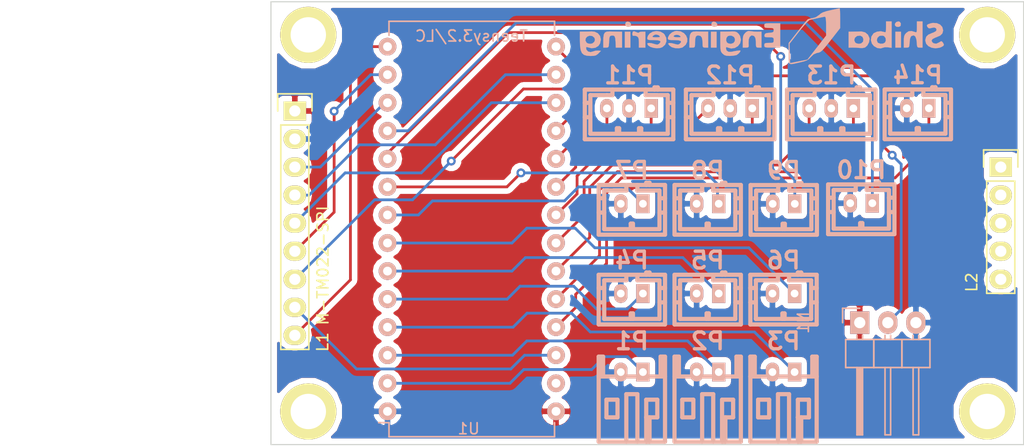
<source format=kicad_pcb>
(kicad_pcb (version 4) (host pcbnew 4.0.1-stable)

  (general
    (links 43)
    (no_connects 0)
    (area 63.650424 48.3542 156.641001 97.6852)
    (thickness 1.6)
    (drawings 10)
    (tracks 170)
    (zones 0)
    (modules 23)
    (nets 34)
  )

  (page A4)
  (layers
    (0 F.Cu signal)
    (31 B.Cu signal)
    (32 B.Adhes user)
    (33 F.Adhes user)
    (34 B.Paste user)
    (35 F.Paste user)
    (36 B.SilkS user)
    (37 F.SilkS user)
    (38 B.Mask user)
    (39 F.Mask user)
    (40 Dwgs.User user)
    (41 Cmts.User user)
    (42 Eco1.User user)
    (43 Eco2.User user)
    (44 Edge.Cuts user)
    (45 Margin user)
    (46 B.CrtYd user)
    (47 F.CrtYd user)
    (48 B.Fab user)
    (49 F.Fab user)
  )

  (setup
    (last_trace_width 0.25)
    (trace_clearance 0.2)
    (zone_clearance 0.508)
    (zone_45_only no)
    (trace_min 0.2)
    (segment_width 0.2)
    (edge_width 0.1)
    (via_size 0.8)
    (via_drill 0.4)
    (via_min_size 0.4)
    (via_min_drill 0.3)
    (uvia_size 0.3)
    (uvia_drill 0.1)
    (uvias_allowed no)
    (uvia_min_size 0.2)
    (uvia_min_drill 0.1)
    (pcb_text_width 0.3)
    (pcb_text_size 1.5 1.5)
    (mod_edge_width 0.15)
    (mod_text_size 1 1)
    (mod_text_width 0.15)
    (pad_size 1.5 1.5)
    (pad_drill 0.6)
    (pad_to_mask_clearance 0)
    (aux_axis_origin 88.4682 90.9447)
    (visible_elements 7FFFFFFF)
    (pcbplotparams
      (layerselection 0x010f0_80000001)
      (usegerberextensions true)
      (excludeedgelayer true)
      (linewidth 0.100000)
      (plotframeref false)
      (viasonmask false)
      (mode 1)
      (useauxorigin false)
      (hpglpennumber 1)
      (hpglpenspeed 20)
      (hpglpendiameter 15)
      (hpglpenoverlay 2)
      (psnegative false)
      (psa4output false)
      (plotreference true)
      (plotvalue true)
      (plotinvisibletext false)
      (padsonsilk false)
      (subtractmaskfromsilk true)
      (outputformat 1)
      (mirror false)
      (drillshape 0)
      (scaleselection 1)
      (outputdirectory GARBER/))
  )

  (net 0 "")
  (net 1 "Net-(L1-Pad1)")
  (net 2 "Net-(L1-Pad2)")
  (net 3 "Net-(L1-Pad3)")
  (net 4 "Net-(L1-Pad4)")
  (net 5 "Net-(L1-Pad5)")
  (net 6 "Net-(L1-Pad6)")
  (net 7 "Net-(L1-Pad7)")
  (net 8 "Net-(L1-Pad9)")
  (net 9 "Net-(L2-Pad1)")
  (net 10 "Net-(L2-Pad2)")
  (net 11 "Net-(L2-Pad3)")
  (net 12 "Net-(L2-Pad4)")
  (net 13 "Net-(N1-Pad2)")
  (net 14 "Net-(P1-Pad1)")
  (net 15 "Net-(P2-Pad1)")
  (net 16 "Net-(P3-Pad1)")
  (net 17 "Net-(P4-Pad1)")
  (net 18 "Net-(P5-Pad1)")
  (net 19 "Net-(P6-Pad1)")
  (net 20 "Net-(P7-Pad1)")
  (net 21 "Net-(P8-Pad1)")
  (net 22 "Net-(P9-Pad1)")
  (net 23 "Net-(P10-Pad1)")
  (net 24 "Net-(P11-Pad1)")
  (net 25 "Net-(P11-Pad3)")
  (net 26 "Net-(P12-Pad1)")
  (net 27 "Net-(P12-Pad3)")
  (net 28 "Net-(P13-Pad1)")
  (net 29 "Net-(P13-Pad3)")
  (net 30 "Net-(P14-Pad1)")
  (net 31 "Net-(U1-Pad27)")
  (net 32 "Net-(L2-Pad5)")
  (net 33 "Net-(L1-Pad8)")

  (net_class Default "これは標準のネット クラスです。"
    (clearance 0.2)
    (trace_width 0.25)
    (via_dia 0.8)
    (via_drill 0.4)
    (uvia_dia 0.3)
    (uvia_drill 0.1)
    (add_net "Net-(L1-Pad1)")
    (add_net "Net-(L1-Pad2)")
    (add_net "Net-(L1-Pad3)")
    (add_net "Net-(L1-Pad4)")
    (add_net "Net-(L1-Pad5)")
    (add_net "Net-(L1-Pad6)")
    (add_net "Net-(L1-Pad7)")
    (add_net "Net-(L1-Pad8)")
    (add_net "Net-(L1-Pad9)")
    (add_net "Net-(L2-Pad1)")
    (add_net "Net-(L2-Pad2)")
    (add_net "Net-(L2-Pad3)")
    (add_net "Net-(L2-Pad4)")
    (add_net "Net-(L2-Pad5)")
    (add_net "Net-(N1-Pad2)")
    (add_net "Net-(P1-Pad1)")
    (add_net "Net-(P10-Pad1)")
    (add_net "Net-(P11-Pad1)")
    (add_net "Net-(P11-Pad3)")
    (add_net "Net-(P12-Pad1)")
    (add_net "Net-(P12-Pad3)")
    (add_net "Net-(P13-Pad1)")
    (add_net "Net-(P13-Pad3)")
    (add_net "Net-(P14-Pad1)")
    (add_net "Net-(P2-Pad1)")
    (add_net "Net-(P3-Pad1)")
    (add_net "Net-(P4-Pad1)")
    (add_net "Net-(P5-Pad1)")
    (add_net "Net-(P6-Pad1)")
    (add_net "Net-(P7-Pad1)")
    (add_net "Net-(P8-Pad1)")
    (add_net "Net-(P9-Pad1)")
    (add_net "Net-(U1-Pad27)")
  )

  (module myLib:3mm_hole_2 (layer F.Cu) (tedit 5737EE75) (tstamp 573DD42C)
    (at 153.3017 87.8967)
    (fp_text reference "" (at 0.508 -2.794) (layer F.SilkS) hide
      (effects (font (size 1 1) (thickness 0.15)))
    )
    (fp_text value "" (at 0.254 -4.318) (layer F.Fab) hide
      (effects (font (size 1 1) (thickness 0.15)))
    )
    (pad 1 thru_hole circle (at 0 0) (size 5.08 5.08) (drill 3.2) (layers *.Cu *.Mask F.SilkS))
  )

  (module myLib:3mm_hole_2 (layer F.Cu) (tedit 5737EE75) (tstamp 573DD3BF)
    (at 153.3017 53.7972)
    (fp_text reference "" (at 0.508 -2.794) (layer F.SilkS) hide
      (effects (font (size 1 1) (thickness 0.15)))
    )
    (fp_text value "" (at 0.254 -4.318) (layer F.Fab) hide
      (effects (font (size 1 1) (thickness 0.15)))
    )
    (pad 1 thru_hole circle (at 0 0) (size 5.08 5.08) (drill 3.2) (layers *.Cu *.Mask F.SilkS))
  )

  (module Socket_Strips:Socket_Strip_Straight_1x09 (layer F.Cu) (tedit 573FEE7B) (tstamp 573C96D5)
    (at 90.678 60.68695 270)
    (descr "Through hole socket strip")
    (tags "socket strip")
    (path /573C6EDC)
    (autoplace_cost90 2)
    (fp_text reference L1 (at 20.92325 -2.5146 270) (layer F.SilkS)
      (effects (font (size 1 1) (thickness 0.15)))
    )
    (fp_text value M-TM022-SPI (at 13.98905 -2.54 270) (layer F.SilkS)
      (effects (font (size 1 1) (thickness 0.15)))
    )
    (fp_line (start -1.75 -1.75) (end -1.75 1.75) (layer F.CrtYd) (width 0.05))
    (fp_line (start 22.1 -1.75) (end 22.1 1.75) (layer F.CrtYd) (width 0.05))
    (fp_line (start -1.75 -1.75) (end 22.1 -1.75) (layer F.CrtYd) (width 0.05))
    (fp_line (start -1.75 1.75) (end 22.1 1.75) (layer F.CrtYd) (width 0.05))
    (fp_line (start 1.27 1.27) (end 21.59 1.27) (layer F.SilkS) (width 0.15))
    (fp_line (start 21.59 1.27) (end 21.59 -1.27) (layer F.SilkS) (width 0.15))
    (fp_line (start 21.59 -1.27) (end 1.27 -1.27) (layer F.SilkS) (width 0.15))
    (fp_line (start -1.55 1.55) (end 0 1.55) (layer F.SilkS) (width 0.15))
    (fp_line (start 1.27 1.27) (end 1.27 -1.27) (layer F.SilkS) (width 0.15))
    (fp_line (start 0 -1.55) (end -1.55 -1.55) (layer F.SilkS) (width 0.15))
    (fp_line (start -1.55 -1.55) (end -1.55 1.55) (layer F.SilkS) (width 0.15))
    (pad 1 thru_hole rect (at 0 0 270) (size 1.7272 2.032) (drill 1.016) (layers *.Cu *.Mask F.SilkS)
      (net 1 "Net-(L1-Pad1)"))
    (pad 2 thru_hole oval (at 2.54 0 270) (size 1.7272 2.032) (drill 1.016) (layers *.Cu *.Mask F.SilkS)
      (net 2 "Net-(L1-Pad2)"))
    (pad 3 thru_hole oval (at 5.08 0 270) (size 1.7272 2.032) (drill 1.016) (layers *.Cu *.Mask F.SilkS)
      (net 3 "Net-(L1-Pad3)"))
    (pad 4 thru_hole oval (at 7.62 0 270) (size 1.7272 2.032) (drill 1.016) (layers *.Cu *.Mask F.SilkS)
      (net 4 "Net-(L1-Pad4)"))
    (pad 5 thru_hole oval (at 10.16 0 270) (size 1.7272 2.032) (drill 1.016) (layers *.Cu *.Mask F.SilkS)
      (net 5 "Net-(L1-Pad5)"))
    (pad 6 thru_hole oval (at 12.7 0 270) (size 1.7272 2.032) (drill 1.016) (layers *.Cu *.Mask F.SilkS)
      (net 6 "Net-(L1-Pad6)"))
    (pad 7 thru_hole oval (at 15.24 0 270) (size 1.7272 2.032) (drill 1.016) (layers *.Cu *.Mask F.SilkS)
      (net 7 "Net-(L1-Pad7)"))
    (pad 8 thru_hole oval (at 17.78 0 270) (size 1.7272 2.032) (drill 1.016) (layers *.Cu *.Mask F.SilkS)
      (net 33 "Net-(L1-Pad8)"))
    (pad 9 thru_hole oval (at 20.32 0 270) (size 1.7272 2.032) (drill 1.016) (layers *.Cu *.Mask F.SilkS)
      (net 8 "Net-(L1-Pad9)"))
    (model Socket_Strips.3dshapes/Socket_Strip_Straight_1x09.wrl
      (at (xyz 0.4 0 0))
      (scale (xyz 1 1 1))
      (rotate (xyz 0 0 180))
    )
  )

  (module Pin_Headers:Pin_Header_Angled_1x03 (layer B.Cu) (tedit 573DD5B3) (tstamp 573C96E4)
    (at 141.76756 79.85252 270)
    (descr "Through hole pin header")
    (tags "pin header")
    (path /572B04D7)
    (fp_text reference N1 (at 0 5.1 270) (layer B.SilkS)
      (effects (font (size 1 1) (thickness 0.15)) (justify mirror))
    )
    (fp_text value CONN_01X03 (at -2.57048 -2.96164 360) (layer B.Fab)
      (effects (font (size 1 1) (thickness 0.15)) (justify mirror))
    )
    (fp_line (start -1.5 1.75) (end -1.5 -6.85) (layer B.CrtYd) (width 0.05))
    (fp_line (start 10.65 1.75) (end 10.65 -6.85) (layer B.CrtYd) (width 0.05))
    (fp_line (start -1.5 1.75) (end 10.65 1.75) (layer B.CrtYd) (width 0.05))
    (fp_line (start -1.5 -6.85) (end 10.65 -6.85) (layer B.CrtYd) (width 0.05))
    (fp_line (start -1.3 1.55) (end -1.3 0) (layer B.SilkS) (width 0.15))
    (fp_line (start 0 1.55) (end -1.3 1.55) (layer B.SilkS) (width 0.15))
    (fp_line (start 4.191 0.127) (end 10.033 0.127) (layer B.SilkS) (width 0.15))
    (fp_line (start 10.033 0.127) (end 10.033 -0.127) (layer B.SilkS) (width 0.15))
    (fp_line (start 10.033 -0.127) (end 4.191 -0.127) (layer B.SilkS) (width 0.15))
    (fp_line (start 4.191 -0.127) (end 4.191 0) (layer B.SilkS) (width 0.15))
    (fp_line (start 4.191 0) (end 10.033 0) (layer B.SilkS) (width 0.15))
    (fp_line (start 1.524 0.254) (end 1.143 0.254) (layer B.SilkS) (width 0.15))
    (fp_line (start 1.524 -0.254) (end 1.143 -0.254) (layer B.SilkS) (width 0.15))
    (fp_line (start 1.524 -2.286) (end 1.143 -2.286) (layer B.SilkS) (width 0.15))
    (fp_line (start 1.524 -2.794) (end 1.143 -2.794) (layer B.SilkS) (width 0.15))
    (fp_line (start 1.524 -4.826) (end 1.143 -4.826) (layer B.SilkS) (width 0.15))
    (fp_line (start 1.524 -5.334) (end 1.143 -5.334) (layer B.SilkS) (width 0.15))
    (fp_line (start 4.064 -1.27) (end 4.064 1.27) (layer B.SilkS) (width 0.15))
    (fp_line (start 10.16 -0.254) (end 4.064 -0.254) (layer B.SilkS) (width 0.15))
    (fp_line (start 10.16 0.254) (end 10.16 -0.254) (layer B.SilkS) (width 0.15))
    (fp_line (start 4.064 0.254) (end 10.16 0.254) (layer B.SilkS) (width 0.15))
    (fp_line (start 1.524 -1.27) (end 4.064 -1.27) (layer B.SilkS) (width 0.15))
    (fp_line (start 1.524 1.27) (end 1.524 -1.27) (layer B.SilkS) (width 0.15))
    (fp_line (start 1.524 1.27) (end 4.064 1.27) (layer B.SilkS) (width 0.15))
    (fp_line (start 1.524 -3.81) (end 4.064 -3.81) (layer B.SilkS) (width 0.15))
    (fp_line (start 1.524 -3.81) (end 1.524 -6.35) (layer B.SilkS) (width 0.15))
    (fp_line (start 4.064 -4.826) (end 10.16 -4.826) (layer B.SilkS) (width 0.15))
    (fp_line (start 10.16 -4.826) (end 10.16 -5.334) (layer B.SilkS) (width 0.15))
    (fp_line (start 10.16 -5.334) (end 4.064 -5.334) (layer B.SilkS) (width 0.15))
    (fp_line (start 4.064 -6.35) (end 4.064 -3.81) (layer B.SilkS) (width 0.15))
    (fp_line (start 4.064 -3.81) (end 4.064 -1.27) (layer B.SilkS) (width 0.15))
    (fp_line (start 10.16 -2.794) (end 4.064 -2.794) (layer B.SilkS) (width 0.15))
    (fp_line (start 10.16 -2.286) (end 10.16 -2.794) (layer B.SilkS) (width 0.15))
    (fp_line (start 4.064 -2.286) (end 10.16 -2.286) (layer B.SilkS) (width 0.15))
    (fp_line (start 1.524 -3.81) (end 4.064 -3.81) (layer B.SilkS) (width 0.15))
    (fp_line (start 1.524 -1.27) (end 1.524 -3.81) (layer B.SilkS) (width 0.15))
    (fp_line (start 1.524 -1.27) (end 4.064 -1.27) (layer B.SilkS) (width 0.15))
    (fp_line (start 1.524 -6.35) (end 4.064 -6.35) (layer B.SilkS) (width 0.15))
    (pad 1 thru_hole rect (at 0 0 270) (size 2.032 1.7272) (drill 1.016) (layers *.Cu *.Mask B.SilkS)
      (net 1 "Net-(L1-Pad1)"))
    (pad 2 thru_hole oval (at 0 -2.54 270) (size 2.032 1.7272) (drill 1.016) (layers *.Cu *.Mask B.SilkS)
      (net 13 "Net-(N1-Pad2)"))
    (pad 3 thru_hole oval (at 0 -5.08 270) (size 2.032 1.7272) (drill 1.016) (layers *.Cu *.Mask B.SilkS)
      (net 2 "Net-(L1-Pad2)"))
    (model Pin_Headers.3dshapes/Pin_Header_Angled_1x03.wrl
      (at (xyz 0 -0.1 0))
      (scale (xyz 1 1 1))
      (rotate (xyz 0 0 90))
    )
  )

  (module w_conn_jst-ph:s2b-ph-kl (layer B.Cu) (tedit 573DC9D3) (tstamp 573C96EA)
    (at 121.158 84.328 180)
    (descr "JST PH series connector, S2B-PH-KL")
    (path /572AD208)
    (fp_text reference P1 (at 0 2.79908 180) (layer B.SilkS)
      (effects (font (thickness 0.3048)) (justify mirror))
    )
    (fp_text value CONN_01X02 (at 5.588 -11.938 180) (layer B.SilkS) hide
      (effects (font (thickness 0.3048)) (justify mirror))
    )
    (fp_line (start -1.30048 -4.09956) (end -1.30048 -6.2992) (layer B.SilkS) (width 0.381))
    (fp_line (start -1.30048 -6.2992) (end -1.6002 -6.2992) (layer B.SilkS) (width 0.381))
    (fp_line (start -1.6002 -6.2992) (end -1.6002 -4.09956) (layer B.SilkS) (width 0.381))
    (fp_line (start 0.50038 -1.99898) (end 0.50038 -6.2992) (layer B.SilkS) (width 0.381))
    (fp_line (start -0.50038 -1.99898) (end -0.50038 -6.2992) (layer B.SilkS) (width 0.381))
    (fp_line (start 0.50038 -1.99898) (end -0.50038 -1.99898) (layer B.SilkS) (width 0.381))
    (fp_line (start 1.29794 -4.09956) (end 1.29794 -2.49936) (layer B.SilkS) (width 0.381))
    (fp_line (start 2.2987 -4.09956) (end 1.29794 -4.09956) (layer B.SilkS) (width 0.381))
    (fp_line (start 2.2987 -2.49936) (end 2.2987 -4.09956) (layer B.SilkS) (width 0.381))
    (fp_line (start 1.29794 -2.49936) (end 2.2987 -2.49936) (layer B.SilkS) (width 0.381))
    (fp_line (start -2.30124 -2.49936) (end -1.30048 -2.49936) (layer B.SilkS) (width 0.381))
    (fp_line (start -1.30048 -2.49936) (end -1.30048 -4.09956) (layer B.SilkS) (width 0.381))
    (fp_line (start -1.30048 -4.09956) (end -2.30124 -4.09956) (layer B.SilkS) (width 0.381))
    (fp_line (start -2.30124 -4.09956) (end -2.30124 -2.49936) (layer B.SilkS) (width 0.381))
    (fp_line (start 2.99974 -0.39878) (end -2.99974 -0.39878) (layer B.SilkS) (width 0.381))
    (fp_line (start 2.79908 1.39954) (end 2.79908 -0.39878) (layer B.SilkS) (width 0.381))
    (fp_line (start -2.79908 1.39954) (end -2.79908 -0.39878) (layer B.SilkS) (width 0.381))
    (fp_line (start -2.99974 -6.2992) (end 2.99974 -6.2992) (layer B.SilkS) (width 0.381))
    (fp_line (start 2.99974 -6.2992) (end 2.99974 1.39954) (layer B.SilkS) (width 0.381))
    (fp_line (start 2.99974 1.39954) (end 2.60096 1.39954) (layer B.SilkS) (width 0.381))
    (fp_line (start 2.60096 1.39954) (end 2.60096 -0.39878) (layer B.SilkS) (width 0.381))
    (fp_line (start -2.60096 -0.39878) (end -2.60096 1.39954) (layer B.SilkS) (width 0.381))
    (fp_line (start -2.60096 1.39954) (end -2.99974 1.39954) (layer B.SilkS) (width 0.381))
    (fp_line (start -2.99974 1.39954) (end -2.99974 -6.2992) (layer B.SilkS) (width 0.381))
    (pad 1 thru_hole rect (at -1.00076 0 180) (size 1.19888 1.69926) (drill 0.70104) (layers *.Cu *.Mask B.SilkS)
      (net 14 "Net-(P1-Pad1)"))
    (pad 2 thru_hole oval (at 1.00076 0 180) (size 1.19888 1.69926) (drill 0.70104) (layers *.Cu *.Mask B.SilkS)
      (net 2 "Net-(L1-Pad2)"))
    (model walter/conn_jst-ph/s2b-ph-kl.wrl
      (at (xyz 0 0 0))
      (scale (xyz 1 1 1))
      (rotate (xyz 0 0 0))
    )
  )

  (module w_conn_jst-ph:s2b-ph-kl (layer B.Cu) (tedit 573DC9D8) (tstamp 573C96F0)
    (at 128.016 84.328 180)
    (descr "JST PH series connector, S2B-PH-KL")
    (path /572AD29F)
    (fp_text reference P2 (at 0 2.79908 180) (layer B.SilkS)
      (effects (font (thickness 0.3048)) (justify mirror))
    )
    (fp_text value CONN_01X02 (at 0 -7.80034 180) (layer B.SilkS) hide
      (effects (font (thickness 0.3048)) (justify mirror))
    )
    (fp_line (start -1.30048 -4.09956) (end -1.30048 -6.2992) (layer B.SilkS) (width 0.381))
    (fp_line (start -1.30048 -6.2992) (end -1.6002 -6.2992) (layer B.SilkS) (width 0.381))
    (fp_line (start -1.6002 -6.2992) (end -1.6002 -4.09956) (layer B.SilkS) (width 0.381))
    (fp_line (start 0.50038 -1.99898) (end 0.50038 -6.2992) (layer B.SilkS) (width 0.381))
    (fp_line (start -0.50038 -1.99898) (end -0.50038 -6.2992) (layer B.SilkS) (width 0.381))
    (fp_line (start 0.50038 -1.99898) (end -0.50038 -1.99898) (layer B.SilkS) (width 0.381))
    (fp_line (start 1.29794 -4.09956) (end 1.29794 -2.49936) (layer B.SilkS) (width 0.381))
    (fp_line (start 2.2987 -4.09956) (end 1.29794 -4.09956) (layer B.SilkS) (width 0.381))
    (fp_line (start 2.2987 -2.49936) (end 2.2987 -4.09956) (layer B.SilkS) (width 0.381))
    (fp_line (start 1.29794 -2.49936) (end 2.2987 -2.49936) (layer B.SilkS) (width 0.381))
    (fp_line (start -2.30124 -2.49936) (end -1.30048 -2.49936) (layer B.SilkS) (width 0.381))
    (fp_line (start -1.30048 -2.49936) (end -1.30048 -4.09956) (layer B.SilkS) (width 0.381))
    (fp_line (start -1.30048 -4.09956) (end -2.30124 -4.09956) (layer B.SilkS) (width 0.381))
    (fp_line (start -2.30124 -4.09956) (end -2.30124 -2.49936) (layer B.SilkS) (width 0.381))
    (fp_line (start 2.99974 -0.39878) (end -2.99974 -0.39878) (layer B.SilkS) (width 0.381))
    (fp_line (start 2.79908 1.39954) (end 2.79908 -0.39878) (layer B.SilkS) (width 0.381))
    (fp_line (start -2.79908 1.39954) (end -2.79908 -0.39878) (layer B.SilkS) (width 0.381))
    (fp_line (start -2.99974 -6.2992) (end 2.99974 -6.2992) (layer B.SilkS) (width 0.381))
    (fp_line (start 2.99974 -6.2992) (end 2.99974 1.39954) (layer B.SilkS) (width 0.381))
    (fp_line (start 2.99974 1.39954) (end 2.60096 1.39954) (layer B.SilkS) (width 0.381))
    (fp_line (start 2.60096 1.39954) (end 2.60096 -0.39878) (layer B.SilkS) (width 0.381))
    (fp_line (start -2.60096 -0.39878) (end -2.60096 1.39954) (layer B.SilkS) (width 0.381))
    (fp_line (start -2.60096 1.39954) (end -2.99974 1.39954) (layer B.SilkS) (width 0.381))
    (fp_line (start -2.99974 1.39954) (end -2.99974 -6.2992) (layer B.SilkS) (width 0.381))
    (pad 1 thru_hole rect (at -1.00076 0 180) (size 1.19888 1.69926) (drill 0.70104) (layers *.Cu *.Mask B.SilkS)
      (net 15 "Net-(P2-Pad1)"))
    (pad 2 thru_hole oval (at 1.00076 0 180) (size 1.19888 1.69926) (drill 0.70104) (layers *.Cu *.Mask B.SilkS)
      (net 2 "Net-(L1-Pad2)"))
    (model walter/conn_jst-ph/s2b-ph-kl.wrl
      (at (xyz 0 0 0))
      (scale (xyz 1 1 1))
      (rotate (xyz 0 0 0))
    )
  )

  (module w_conn_jst-ph:s2b-ph-kl (layer B.Cu) (tedit 573DC9BF) (tstamp 573C96F6)
    (at 134.874 84.328 180)
    (descr "JST PH series connector, S2B-PH-KL")
    (path /572AD2EA)
    (fp_text reference P3 (at 0 2.79908 180) (layer B.SilkS)
      (effects (font (thickness 0.3048)) (justify mirror))
    )
    (fp_text value CONN_01X02 (at 0 -7.80034 180) (layer B.SilkS) hide
      (effects (font (thickness 0.3048)) (justify mirror))
    )
    (fp_line (start -1.30048 -4.09956) (end -1.30048 -6.2992) (layer B.SilkS) (width 0.381))
    (fp_line (start -1.30048 -6.2992) (end -1.6002 -6.2992) (layer B.SilkS) (width 0.381))
    (fp_line (start -1.6002 -6.2992) (end -1.6002 -4.09956) (layer B.SilkS) (width 0.381))
    (fp_line (start 0.50038 -1.99898) (end 0.50038 -6.2992) (layer B.SilkS) (width 0.381))
    (fp_line (start -0.50038 -1.99898) (end -0.50038 -6.2992) (layer B.SilkS) (width 0.381))
    (fp_line (start 0.50038 -1.99898) (end -0.50038 -1.99898) (layer B.SilkS) (width 0.381))
    (fp_line (start 1.29794 -4.09956) (end 1.29794 -2.49936) (layer B.SilkS) (width 0.381))
    (fp_line (start 2.2987 -4.09956) (end 1.29794 -4.09956) (layer B.SilkS) (width 0.381))
    (fp_line (start 2.2987 -2.49936) (end 2.2987 -4.09956) (layer B.SilkS) (width 0.381))
    (fp_line (start 1.29794 -2.49936) (end 2.2987 -2.49936) (layer B.SilkS) (width 0.381))
    (fp_line (start -2.30124 -2.49936) (end -1.30048 -2.49936) (layer B.SilkS) (width 0.381))
    (fp_line (start -1.30048 -2.49936) (end -1.30048 -4.09956) (layer B.SilkS) (width 0.381))
    (fp_line (start -1.30048 -4.09956) (end -2.30124 -4.09956) (layer B.SilkS) (width 0.381))
    (fp_line (start -2.30124 -4.09956) (end -2.30124 -2.49936) (layer B.SilkS) (width 0.381))
    (fp_line (start 2.99974 -0.39878) (end -2.99974 -0.39878) (layer B.SilkS) (width 0.381))
    (fp_line (start 2.79908 1.39954) (end 2.79908 -0.39878) (layer B.SilkS) (width 0.381))
    (fp_line (start -2.79908 1.39954) (end -2.79908 -0.39878) (layer B.SilkS) (width 0.381))
    (fp_line (start -2.99974 -6.2992) (end 2.99974 -6.2992) (layer B.SilkS) (width 0.381))
    (fp_line (start 2.99974 -6.2992) (end 2.99974 1.39954) (layer B.SilkS) (width 0.381))
    (fp_line (start 2.99974 1.39954) (end 2.60096 1.39954) (layer B.SilkS) (width 0.381))
    (fp_line (start 2.60096 1.39954) (end 2.60096 -0.39878) (layer B.SilkS) (width 0.381))
    (fp_line (start -2.60096 -0.39878) (end -2.60096 1.39954) (layer B.SilkS) (width 0.381))
    (fp_line (start -2.60096 1.39954) (end -2.99974 1.39954) (layer B.SilkS) (width 0.381))
    (fp_line (start -2.99974 1.39954) (end -2.99974 -6.2992) (layer B.SilkS) (width 0.381))
    (pad 1 thru_hole rect (at -1.00076 0 180) (size 1.19888 1.69926) (drill 0.70104) (layers *.Cu *.Mask B.SilkS)
      (net 16 "Net-(P3-Pad1)"))
    (pad 2 thru_hole oval (at 1.00076 0 180) (size 1.19888 1.69926) (drill 0.70104) (layers *.Cu *.Mask B.SilkS)
      (net 2 "Net-(L1-Pad2)"))
    (model walter/conn_jst-ph/s2b-ph-kl.wrl
      (at (xyz 0 0 0))
      (scale (xyz 1 1 1))
      (rotate (xyz 0 0 0))
    )
  )

  (module Housings_DIP:DIP-28_W15.24mm (layer B.Cu) (tedit 57523F3C) (tstamp 573C975B)
    (at 99.06 87.884)
    (descr "28-lead dip package, row spacing 15.24 mm (600 mils)")
    (tags "dil dip 2.54 600")
    (path /572ACC7E)
    (fp_text reference U1 (at 7.3406 1.5748) (layer B.SilkS)
      (effects (font (size 1 1) (thickness 0.15)) (justify mirror))
    )
    (fp_text value Teensy3.2/LC (at 7.5946 -33.9852) (layer B.SilkS)
      (effects (font (size 1 1) (thickness 0.15)) (justify mirror))
    )
    (fp_line (start -1.05 2.45) (end -1.05 -35.5) (layer B.CrtYd) (width 0.05))
    (fp_line (start 16.3 2.45) (end 16.3 -35.5) (layer B.CrtYd) (width 0.05))
    (fp_line (start -1.05 2.45) (end 16.3 2.45) (layer B.CrtYd) (width 0.05))
    (fp_line (start -1.05 -35.5) (end 16.3 -35.5) (layer B.CrtYd) (width 0.05))
    (fp_line (start 0.135 2.295) (end 0.135 1.025) (layer B.SilkS) (width 0.15))
    (fp_line (start 15.105 2.295) (end 15.105 1.025) (layer B.SilkS) (width 0.15))
    (fp_line (start 15.105 -35.315) (end 15.105 -34.045) (layer B.SilkS) (width 0.15))
    (fp_line (start 0.135 -35.315) (end 0.135 -34.045) (layer B.SilkS) (width 0.15))
    (fp_line (start 0.135 2.295) (end 15.105 2.295) (layer B.SilkS) (width 0.15))
    (fp_line (start 0.135 -35.315) (end 15.105 -35.315) (layer B.SilkS) (width 0.15))
    (fp_line (start 0.135 1.025) (end -0.8 1.025) (layer B.SilkS) (width 0.15))
    (pad 1 thru_hole oval (at 0 0) (size 1.6 1.6) (drill 0.8) (layers *.Cu *.Mask B.SilkS)
      (net 2 "Net-(L1-Pad2)"))
    (pad 2 thru_hole oval (at 0 -2.54) (size 1.6 1.6) (drill 0.8) (layers *.Cu *.Mask B.SilkS)
      (net 14 "Net-(P1-Pad1)"))
    (pad 3 thru_hole oval (at 0 -5.08) (size 1.6 1.6) (drill 0.8) (layers *.Cu *.Mask B.SilkS)
      (net 15 "Net-(P2-Pad1)"))
    (pad 4 thru_hole oval (at 0 -7.62) (size 1.6 1.6) (drill 0.8) (layers *.Cu *.Mask B.SilkS)
      (net 16 "Net-(P3-Pad1)"))
    (pad 5 thru_hole oval (at 0 -10.16) (size 1.6 1.6) (drill 0.8) (layers *.Cu *.Mask B.SilkS)
      (net 17 "Net-(P4-Pad1)"))
    (pad 6 thru_hole oval (at 0 -12.7) (size 1.6 1.6) (drill 0.8) (layers *.Cu *.Mask B.SilkS)
      (net 18 "Net-(P5-Pad1)"))
    (pad 7 thru_hole oval (at 0 -15.24) (size 1.6 1.6) (drill 0.8) (layers *.Cu *.Mask B.SilkS)
      (net 19 "Net-(P6-Pad1)"))
    (pad 8 thru_hole oval (at 0 -17.78) (size 1.6 1.6) (drill 0.8) (layers *.Cu *.Mask B.SilkS)
      (net 20 "Net-(P7-Pad1)"))
    (pad 9 thru_hole oval (at 0 -20.32) (size 1.6 1.6) (drill 0.8) (layers *.Cu *.Mask B.SilkS)
      (net 21 "Net-(P8-Pad1)"))
    (pad 10 thru_hole oval (at 0 -22.86) (size 1.6 1.6) (drill 0.8) (layers *.Cu *.Mask B.SilkS)
      (net 22 "Net-(P9-Pad1)"))
    (pad 11 thru_hole oval (at 0 -25.4) (size 1.6 1.6) (drill 0.8) (layers *.Cu *.Mask B.SilkS)
      (net 23 "Net-(P10-Pad1)"))
    (pad 12 thru_hole oval (at 0 -27.94) (size 1.6 1.6) (drill 0.8) (layers *.Cu *.Mask B.SilkS)
      (net 3 "Net-(L1-Pad3)"))
    (pad 13 thru_hole oval (at 0 -30.48) (size 1.6 1.6) (drill 0.8) (layers *.Cu *.Mask B.SilkS)
      (net 6 "Net-(L1-Pad6)"))
    (pad 14 thru_hole oval (at 0 -33.02) (size 1.6 1.6) (drill 0.8) (layers *.Cu *.Mask B.SilkS)
      (net 8 "Net-(L1-Pad9)"))
    (pad 15 thru_hole oval (at 15.24 -33.02) (size 1.6 1.6) (drill 0.8) (layers *.Cu *.Mask B.SilkS)
      (net 7 "Net-(L1-Pad7)"))
    (pad 16 thru_hole oval (at 15.24 -30.48) (size 1.6 1.6) (drill 0.8) (layers *.Cu *.Mask B.SilkS)
      (net 4 "Net-(L1-Pad4)"))
    (pad 17 thru_hole oval (at 15.24 -27.94) (size 1.6 1.6) (drill 0.8) (layers *.Cu *.Mask B.SilkS)
      (net 5 "Net-(L1-Pad5)"))
    (pad 18 thru_hole oval (at 15.24 -25.4) (size 1.6 1.6) (drill 0.8) (layers *.Cu *.Mask B.SilkS)
      (net 13 "Net-(N1-Pad2)"))
    (pad 19 thru_hole oval (at 15.24 -22.86) (size 1.6 1.6) (drill 0.8) (layers *.Cu *.Mask B.SilkS)
      (net 25 "Net-(P11-Pad3)"))
    (pad 20 thru_hole oval (at 15.24 -20.32) (size 1.6 1.6) (drill 0.8) (layers *.Cu *.Mask B.SilkS)
      (net 24 "Net-(P11-Pad1)"))
    (pad 21 thru_hole oval (at 15.24 -17.78) (size 1.6 1.6) (drill 0.8) (layers *.Cu *.Mask B.SilkS)
      (net 27 "Net-(P12-Pad3)"))
    (pad 22 thru_hole oval (at 15.24 -15.24) (size 1.6 1.6) (drill 0.8) (layers *.Cu *.Mask B.SilkS)
      (net 26 "Net-(P12-Pad1)"))
    (pad 23 thru_hole oval (at 15.24 -12.7) (size 1.6 1.6) (drill 0.8) (layers *.Cu *.Mask B.SilkS)
      (net 29 "Net-(P13-Pad3)"))
    (pad 24 thru_hole oval (at 15.24 -10.16) (size 1.6 1.6) (drill 0.8) (layers *.Cu *.Mask B.SilkS)
      (net 28 "Net-(P13-Pad1)"))
    (pad 25 thru_hole oval (at 15.24 -7.62) (size 1.6 1.6) (drill 0.8) (layers *.Cu *.Mask B.SilkS)
      (net 30 "Net-(P14-Pad1)"))
    (pad 26 thru_hole oval (at 15.24 -5.08) (size 1.6 1.6) (drill 0.8) (layers *.Cu *.Mask B.SilkS)
      (net 33 "Net-(L1-Pad8)"))
    (pad 27 thru_hole oval (at 15.24 -2.54) (size 1.6 1.6) (drill 0.8) (layers *.Cu *.Mask B.SilkS)
      (net 31 "Net-(U1-Pad27)"))
    (pad 28 thru_hole oval (at 15.24 0) (size 1.6 1.6) (drill 0.8) (layers *.Cu *.Mask B.SilkS)
      (net 1 "Net-(L1-Pad1)"))
    (model r_soquetes/soquete_28_600.wrl
      (at (xyz 0.3 -0.65 0))
      (scale (xyz 1 1 1))
      (rotate (xyz 0 0 90))
    )
  )

  (module myLib:3mm_hole_2 (layer F.Cu) (tedit 5737EE75) (tstamp 573C97C3)
    (at 91.8972 53.7972)
    (fp_text reference "" (at 0.508 -2.794) (layer F.SilkS) hide
      (effects (font (size 1 1) (thickness 0.15)))
    )
    (fp_text value "" (at 0.254 -4.318) (layer F.Fab) hide
      (effects (font (size 1 1) (thickness 0.15)))
    )
    (pad 1 thru_hole circle (at 0 0) (size 5.08 5.08) (drill 3.2) (layers *.Cu *.Mask F.SilkS))
  )

  (module myLib:3mm_hole_2 (layer F.Cu) (tedit 5737EE75) (tstamp 573CF6CD)
    (at 91.8972 87.8967)
    (fp_text reference "" (at 0.508 -2.794) (layer F.SilkS) hide
      (effects (font (size 1 1) (thickness 0.15)))
    )
    (fp_text value "" (at 0.254 -4.318) (layer F.Fab) hide
      (effects (font (size 1 1) (thickness 0.15)))
    )
    (pad 1 thru_hole circle (at 0 0) (size 5.08 5.08) (drill 3.2) (layers *.Cu *.Mask F.SilkS))
  )

  (module w_conn_jst-ph:b2b-ph-kl (layer B.Cu) (tedit 573DC9F7) (tstamp 573DC84B)
    (at 121.158 77.216 180)
    (descr "JST PH series connector, B2B-PH-KL")
    (path /572AD311)
    (fp_text reference P4 (at 0 2.99974 180) (layer B.SilkS)
      (effects (font (thickness 0.3048)) (justify mirror))
    )
    (fp_text value CONN_01X02 (at 5.334 -19.05 180) (layer B.SilkS) hide
      (effects (font (thickness 0.3048)) (justify mirror))
    )
    (fp_line (start -0.09906 -2.30124) (end -0.09906 -1.80086) (layer B.SilkS) (width 0.381))
    (fp_line (start -0.09906 -1.80086) (end 0.09906 -1.80086) (layer B.SilkS) (width 0.381))
    (fp_line (start 0.09906 -1.80086) (end 0.09906 -2.30124) (layer B.SilkS) (width 0.381))
    (fp_line (start 2.99974 0.50038) (end 2.49936 0.50038) (layer B.SilkS) (width 0.381))
    (fp_line (start 2.49936 -0.8001) (end 2.99974 -0.8001) (layer B.SilkS) (width 0.381))
    (fp_line (start -2.49936 -0.8001) (end -2.99974 -0.8001) (layer B.SilkS) (width 0.381))
    (fp_line (start -2.49936 0.50038) (end -2.99974 0.50038) (layer B.SilkS) (width 0.381))
    (fp_line (start -0.50038 1.69926) (end -0.50038 1.19888) (layer B.SilkS) (width 0.381))
    (fp_line (start -0.50038 1.19888) (end -2.49936 1.19888) (layer B.SilkS) (width 0.381))
    (fp_line (start -2.49936 1.19888) (end -2.49936 -2.30124) (layer B.SilkS) (width 0.381))
    (fp_line (start -2.49936 -2.30124) (end 2.49936 -2.30124) (layer B.SilkS) (width 0.381))
    (fp_line (start 2.49936 -2.30124) (end 2.49936 1.19888) (layer B.SilkS) (width 0.381))
    (fp_line (start 2.49936 1.19888) (end 0.50038 1.19888) (layer B.SilkS) (width 0.381))
    (fp_line (start 0.50038 1.19888) (end 0.50038 1.69926) (layer B.SilkS) (width 0.381))
    (fp_line (start -2.99974 1.69926) (end -2.99974 -2.79908) (layer B.SilkS) (width 0.381))
    (fp_line (start 2.99974 1.69926) (end 2.99974 -2.79908) (layer B.SilkS) (width 0.381))
    (fp_line (start -1.30048 1.69926) (end -1.30048 1.89992) (layer B.SilkS) (width 0.381))
    (fp_line (start -1.30048 1.89992) (end -1.6002 1.89992) (layer B.SilkS) (width 0.381))
    (fp_line (start -1.6002 1.89992) (end -1.6002 1.69926) (layer B.SilkS) (width 0.381))
    (fp_line (start 2.99974 1.69926) (end -2.99974 1.69926) (layer B.SilkS) (width 0.381))
    (fp_line (start -2.99974 -2.79908) (end 2.99974 -2.79908) (layer B.SilkS) (width 0.381))
    (pad 1 thru_hole rect (at -1.00076 0 180) (size 1.19888 1.69926) (drill 0.70104) (layers *.Cu *.Mask B.SilkS)
      (net 17 "Net-(P4-Pad1)"))
    (pad 2 thru_hole oval (at 1.00076 0 180) (size 1.19888 1.69926) (drill 0.70104) (layers *.Cu *.Mask B.SilkS)
      (net 2 "Net-(L1-Pad2)"))
    (model walter/conn_jst-ph/b2b-ph-kl.wrl
      (at (xyz 0 0 0))
      (scale (xyz 1 1 1))
      (rotate (xyz 0 0 0))
    )
  )

  (module w_conn_jst-ph:b2b-ph-kl (layer B.Cu) (tedit 573DC9FD) (tstamp 573DC850)
    (at 128.016 77.216 180)
    (descr "JST PH series connector, B2B-PH-KL")
    (path /572AD344)
    (fp_text reference P5 (at 0 2.99974 180) (layer B.SilkS)
      (effects (font (thickness 0.3048)) (justify mirror))
    )
    (fp_text value CONN_01X02 (at -1.524 -18.796 180) (layer B.SilkS) hide
      (effects (font (thickness 0.3048)) (justify mirror))
    )
    (fp_line (start -0.09906 -2.30124) (end -0.09906 -1.80086) (layer B.SilkS) (width 0.381))
    (fp_line (start -0.09906 -1.80086) (end 0.09906 -1.80086) (layer B.SilkS) (width 0.381))
    (fp_line (start 0.09906 -1.80086) (end 0.09906 -2.30124) (layer B.SilkS) (width 0.381))
    (fp_line (start 2.99974 0.50038) (end 2.49936 0.50038) (layer B.SilkS) (width 0.381))
    (fp_line (start 2.49936 -0.8001) (end 2.99974 -0.8001) (layer B.SilkS) (width 0.381))
    (fp_line (start -2.49936 -0.8001) (end -2.99974 -0.8001) (layer B.SilkS) (width 0.381))
    (fp_line (start -2.49936 0.50038) (end -2.99974 0.50038) (layer B.SilkS) (width 0.381))
    (fp_line (start -0.50038 1.69926) (end -0.50038 1.19888) (layer B.SilkS) (width 0.381))
    (fp_line (start -0.50038 1.19888) (end -2.49936 1.19888) (layer B.SilkS) (width 0.381))
    (fp_line (start -2.49936 1.19888) (end -2.49936 -2.30124) (layer B.SilkS) (width 0.381))
    (fp_line (start -2.49936 -2.30124) (end 2.49936 -2.30124) (layer B.SilkS) (width 0.381))
    (fp_line (start 2.49936 -2.30124) (end 2.49936 1.19888) (layer B.SilkS) (width 0.381))
    (fp_line (start 2.49936 1.19888) (end 0.50038 1.19888) (layer B.SilkS) (width 0.381))
    (fp_line (start 0.50038 1.19888) (end 0.50038 1.69926) (layer B.SilkS) (width 0.381))
    (fp_line (start -2.99974 1.69926) (end -2.99974 -2.79908) (layer B.SilkS) (width 0.381))
    (fp_line (start 2.99974 1.69926) (end 2.99974 -2.79908) (layer B.SilkS) (width 0.381))
    (fp_line (start -1.30048 1.69926) (end -1.30048 1.89992) (layer B.SilkS) (width 0.381))
    (fp_line (start -1.30048 1.89992) (end -1.6002 1.89992) (layer B.SilkS) (width 0.381))
    (fp_line (start -1.6002 1.89992) (end -1.6002 1.69926) (layer B.SilkS) (width 0.381))
    (fp_line (start 2.99974 1.69926) (end -2.99974 1.69926) (layer B.SilkS) (width 0.381))
    (fp_line (start -2.99974 -2.79908) (end 2.99974 -2.79908) (layer B.SilkS) (width 0.381))
    (pad 1 thru_hole rect (at -1.00076 0 180) (size 1.19888 1.69926) (drill 0.70104) (layers *.Cu *.Mask B.SilkS)
      (net 18 "Net-(P5-Pad1)"))
    (pad 2 thru_hole oval (at 1.00076 0 180) (size 1.19888 1.69926) (drill 0.70104) (layers *.Cu *.Mask B.SilkS)
      (net 2 "Net-(L1-Pad2)"))
    (model walter/conn_jst-ph/b2b-ph-kl.wrl
      (at (xyz 0 0 0))
      (scale (xyz 1 1 1))
      (rotate (xyz 0 0 0))
    )
  )

  (module w_conn_jst-ph:b2b-ph-kl (layer B.Cu) (tedit 573DCA02) (tstamp 573DC855)
    (at 134.874 77.216 180)
    (descr "JST PH series connector, B2B-PH-KL")
    (path /572AD523)
    (fp_text reference P6 (at 0 2.99974 180) (layer B.SilkS)
      (effects (font (thickness 0.3048)) (justify mirror))
    )
    (fp_text value CONN_01X02 (at -8.636 -19.05 180) (layer B.SilkS) hide
      (effects (font (thickness 0.3048)) (justify mirror))
    )
    (fp_line (start -0.09906 -2.30124) (end -0.09906 -1.80086) (layer B.SilkS) (width 0.381))
    (fp_line (start -0.09906 -1.80086) (end 0.09906 -1.80086) (layer B.SilkS) (width 0.381))
    (fp_line (start 0.09906 -1.80086) (end 0.09906 -2.30124) (layer B.SilkS) (width 0.381))
    (fp_line (start 2.99974 0.50038) (end 2.49936 0.50038) (layer B.SilkS) (width 0.381))
    (fp_line (start 2.49936 -0.8001) (end 2.99974 -0.8001) (layer B.SilkS) (width 0.381))
    (fp_line (start -2.49936 -0.8001) (end -2.99974 -0.8001) (layer B.SilkS) (width 0.381))
    (fp_line (start -2.49936 0.50038) (end -2.99974 0.50038) (layer B.SilkS) (width 0.381))
    (fp_line (start -0.50038 1.69926) (end -0.50038 1.19888) (layer B.SilkS) (width 0.381))
    (fp_line (start -0.50038 1.19888) (end -2.49936 1.19888) (layer B.SilkS) (width 0.381))
    (fp_line (start -2.49936 1.19888) (end -2.49936 -2.30124) (layer B.SilkS) (width 0.381))
    (fp_line (start -2.49936 -2.30124) (end 2.49936 -2.30124) (layer B.SilkS) (width 0.381))
    (fp_line (start 2.49936 -2.30124) (end 2.49936 1.19888) (layer B.SilkS) (width 0.381))
    (fp_line (start 2.49936 1.19888) (end 0.50038 1.19888) (layer B.SilkS) (width 0.381))
    (fp_line (start 0.50038 1.19888) (end 0.50038 1.69926) (layer B.SilkS) (width 0.381))
    (fp_line (start -2.99974 1.69926) (end -2.99974 -2.79908) (layer B.SilkS) (width 0.381))
    (fp_line (start 2.99974 1.69926) (end 2.99974 -2.79908) (layer B.SilkS) (width 0.381))
    (fp_line (start -1.30048 1.69926) (end -1.30048 1.89992) (layer B.SilkS) (width 0.381))
    (fp_line (start -1.30048 1.89992) (end -1.6002 1.89992) (layer B.SilkS) (width 0.381))
    (fp_line (start -1.6002 1.89992) (end -1.6002 1.69926) (layer B.SilkS) (width 0.381))
    (fp_line (start 2.99974 1.69926) (end -2.99974 1.69926) (layer B.SilkS) (width 0.381))
    (fp_line (start -2.99974 -2.79908) (end 2.99974 -2.79908) (layer B.SilkS) (width 0.381))
    (pad 1 thru_hole rect (at -1.00076 0 180) (size 1.19888 1.69926) (drill 0.70104) (layers *.Cu *.Mask B.SilkS)
      (net 19 "Net-(P6-Pad1)"))
    (pad 2 thru_hole oval (at 1.00076 0 180) (size 1.19888 1.69926) (drill 0.70104) (layers *.Cu *.Mask B.SilkS)
      (net 2 "Net-(L1-Pad2)"))
    (model walter/conn_jst-ph/b2b-ph-kl.wrl
      (at (xyz 0 0 0))
      (scale (xyz 1 1 1))
      (rotate (xyz 0 0 0))
    )
  )

  (module w_conn_jst-ph:b2b-ph-kl (layer B.Cu) (tedit 573DCB5A) (tstamp 573DC85A)
    (at 121.158 69.088 180)
    (descr "JST PH series connector, B2B-PH-KL")
    (path /572AD56A)
    (fp_text reference P7 (at 0 2.99974 180) (layer B.SilkS)
      (effects (font (thickness 0.3048)) (justify mirror))
    )
    (fp_text value CONN_01X02 (at 0 -4.20116 180) (layer B.SilkS) hide
      (effects (font (thickness 0.3048)) (justify mirror))
    )
    (fp_line (start -0.09906 -2.30124) (end -0.09906 -1.80086) (layer B.SilkS) (width 0.381))
    (fp_line (start -0.09906 -1.80086) (end 0.09906 -1.80086) (layer B.SilkS) (width 0.381))
    (fp_line (start 0.09906 -1.80086) (end 0.09906 -2.30124) (layer B.SilkS) (width 0.381))
    (fp_line (start 2.99974 0.50038) (end 2.49936 0.50038) (layer B.SilkS) (width 0.381))
    (fp_line (start 2.49936 -0.8001) (end 2.99974 -0.8001) (layer B.SilkS) (width 0.381))
    (fp_line (start -2.49936 -0.8001) (end -2.99974 -0.8001) (layer B.SilkS) (width 0.381))
    (fp_line (start -2.49936 0.50038) (end -2.99974 0.50038) (layer B.SilkS) (width 0.381))
    (fp_line (start -0.50038 1.69926) (end -0.50038 1.19888) (layer B.SilkS) (width 0.381))
    (fp_line (start -0.50038 1.19888) (end -2.49936 1.19888) (layer B.SilkS) (width 0.381))
    (fp_line (start -2.49936 1.19888) (end -2.49936 -2.30124) (layer B.SilkS) (width 0.381))
    (fp_line (start -2.49936 -2.30124) (end 2.49936 -2.30124) (layer B.SilkS) (width 0.381))
    (fp_line (start 2.49936 -2.30124) (end 2.49936 1.19888) (layer B.SilkS) (width 0.381))
    (fp_line (start 2.49936 1.19888) (end 0.50038 1.19888) (layer B.SilkS) (width 0.381))
    (fp_line (start 0.50038 1.19888) (end 0.50038 1.69926) (layer B.SilkS) (width 0.381))
    (fp_line (start -2.99974 1.69926) (end -2.99974 -2.79908) (layer B.SilkS) (width 0.381))
    (fp_line (start 2.99974 1.69926) (end 2.99974 -2.79908) (layer B.SilkS) (width 0.381))
    (fp_line (start -1.30048 1.69926) (end -1.30048 1.89992) (layer B.SilkS) (width 0.381))
    (fp_line (start -1.30048 1.89992) (end -1.6002 1.89992) (layer B.SilkS) (width 0.381))
    (fp_line (start -1.6002 1.89992) (end -1.6002 1.69926) (layer B.SilkS) (width 0.381))
    (fp_line (start 2.99974 1.69926) (end -2.99974 1.69926) (layer B.SilkS) (width 0.381))
    (fp_line (start -2.99974 -2.79908) (end 2.99974 -2.79908) (layer B.SilkS) (width 0.381))
    (pad 1 thru_hole rect (at -1.00076 0 180) (size 1.19888 1.69926) (drill 0.70104) (layers *.Cu *.Mask B.SilkS)
      (net 20 "Net-(P7-Pad1)"))
    (pad 2 thru_hole oval (at 1.00076 0 180) (size 1.19888 1.69926) (drill 0.70104) (layers *.Cu *.Mask B.SilkS)
      (net 2 "Net-(L1-Pad2)"))
    (model walter/conn_jst-ph/b2b-ph-kl.wrl
      (at (xyz 0 0 0))
      (scale (xyz 1 1 1))
      (rotate (xyz 0 0 0))
    )
  )

  (module w_conn_jst-ph:b2b-ph-kl (layer B.Cu) (tedit 573DCB54) (tstamp 573DC85F)
    (at 128.016 69.088 180)
    (descr "JST PH series connector, B2B-PH-KL")
    (path /572AD599)
    (fp_text reference P8 (at 0 2.99974 180) (layer B.SilkS)
      (effects (font (thickness 0.3048)) (justify mirror))
    )
    (fp_text value CONN_01X02 (at 0 -4.20116 180) (layer B.SilkS) hide
      (effects (font (thickness 0.3048)) (justify mirror))
    )
    (fp_line (start -0.09906 -2.30124) (end -0.09906 -1.80086) (layer B.SilkS) (width 0.381))
    (fp_line (start -0.09906 -1.80086) (end 0.09906 -1.80086) (layer B.SilkS) (width 0.381))
    (fp_line (start 0.09906 -1.80086) (end 0.09906 -2.30124) (layer B.SilkS) (width 0.381))
    (fp_line (start 2.99974 0.50038) (end 2.49936 0.50038) (layer B.SilkS) (width 0.381))
    (fp_line (start 2.49936 -0.8001) (end 2.99974 -0.8001) (layer B.SilkS) (width 0.381))
    (fp_line (start -2.49936 -0.8001) (end -2.99974 -0.8001) (layer B.SilkS) (width 0.381))
    (fp_line (start -2.49936 0.50038) (end -2.99974 0.50038) (layer B.SilkS) (width 0.381))
    (fp_line (start -0.50038 1.69926) (end -0.50038 1.19888) (layer B.SilkS) (width 0.381))
    (fp_line (start -0.50038 1.19888) (end -2.49936 1.19888) (layer B.SilkS) (width 0.381))
    (fp_line (start -2.49936 1.19888) (end -2.49936 -2.30124) (layer B.SilkS) (width 0.381))
    (fp_line (start -2.49936 -2.30124) (end 2.49936 -2.30124) (layer B.SilkS) (width 0.381))
    (fp_line (start 2.49936 -2.30124) (end 2.49936 1.19888) (layer B.SilkS) (width 0.381))
    (fp_line (start 2.49936 1.19888) (end 0.50038 1.19888) (layer B.SilkS) (width 0.381))
    (fp_line (start 0.50038 1.19888) (end 0.50038 1.69926) (layer B.SilkS) (width 0.381))
    (fp_line (start -2.99974 1.69926) (end -2.99974 -2.79908) (layer B.SilkS) (width 0.381))
    (fp_line (start 2.99974 1.69926) (end 2.99974 -2.79908) (layer B.SilkS) (width 0.381))
    (fp_line (start -1.30048 1.69926) (end -1.30048 1.89992) (layer B.SilkS) (width 0.381))
    (fp_line (start -1.30048 1.89992) (end -1.6002 1.89992) (layer B.SilkS) (width 0.381))
    (fp_line (start -1.6002 1.89992) (end -1.6002 1.69926) (layer B.SilkS) (width 0.381))
    (fp_line (start 2.99974 1.69926) (end -2.99974 1.69926) (layer B.SilkS) (width 0.381))
    (fp_line (start -2.99974 -2.79908) (end 2.99974 -2.79908) (layer B.SilkS) (width 0.381))
    (pad 1 thru_hole rect (at -1.00076 0 180) (size 1.19888 1.69926) (drill 0.70104) (layers *.Cu *.Mask B.SilkS)
      (net 21 "Net-(P8-Pad1)"))
    (pad 2 thru_hole oval (at 1.00076 0 180) (size 1.19888 1.69926) (drill 0.70104) (layers *.Cu *.Mask B.SilkS)
      (net 2 "Net-(L1-Pad2)"))
    (model walter/conn_jst-ph/b2b-ph-kl.wrl
      (at (xyz 0 0 0))
      (scale (xyz 1 1 1))
      (rotate (xyz 0 0 0))
    )
  )

  (module w_conn_jst-ph:b2b-ph-kl (layer B.Cu) (tedit 573FD983) (tstamp 573DC864)
    (at 134.89432 69.09562 180)
    (descr "JST PH series connector, B2B-PH-KL")
    (path /572AF671)
    (fp_text reference P9 (at 0 2.99974 180) (layer B.SilkS)
      (effects (font (thickness 0.3048)) (justify mirror))
    )
    (fp_text value CONN_01X02 (at 0 -4.20116 180) (layer B.SilkS) hide
      (effects (font (thickness 0.3048)) (justify mirror))
    )
    (fp_line (start -0.09906 -2.30124) (end -0.09906 -1.80086) (layer B.SilkS) (width 0.381))
    (fp_line (start -0.09906 -1.80086) (end 0.09906 -1.80086) (layer B.SilkS) (width 0.381))
    (fp_line (start 0.09906 -1.80086) (end 0.09906 -2.30124) (layer B.SilkS) (width 0.381))
    (fp_line (start 2.99974 0.50038) (end 2.49936 0.50038) (layer B.SilkS) (width 0.381))
    (fp_line (start 2.49936 -0.8001) (end 2.99974 -0.8001) (layer B.SilkS) (width 0.381))
    (fp_line (start -2.49936 -0.8001) (end -2.99974 -0.8001) (layer B.SilkS) (width 0.381))
    (fp_line (start -2.49936 0.50038) (end -2.99974 0.50038) (layer B.SilkS) (width 0.381))
    (fp_line (start -0.50038 1.69926) (end -0.50038 1.19888) (layer B.SilkS) (width 0.381))
    (fp_line (start -0.50038 1.19888) (end -2.49936 1.19888) (layer B.SilkS) (width 0.381))
    (fp_line (start -2.49936 1.19888) (end -2.49936 -2.30124) (layer B.SilkS) (width 0.381))
    (fp_line (start -2.49936 -2.30124) (end 2.49936 -2.30124) (layer B.SilkS) (width 0.381))
    (fp_line (start 2.49936 -2.30124) (end 2.49936 1.19888) (layer B.SilkS) (width 0.381))
    (fp_line (start 2.49936 1.19888) (end 0.50038 1.19888) (layer B.SilkS) (width 0.381))
    (fp_line (start 0.50038 1.19888) (end 0.50038 1.69926) (layer B.SilkS) (width 0.381))
    (fp_line (start -2.99974 1.69926) (end -2.99974 -2.79908) (layer B.SilkS) (width 0.381))
    (fp_line (start 2.99974 1.69926) (end 2.99974 -2.79908) (layer B.SilkS) (width 0.381))
    (fp_line (start -1.30048 1.69926) (end -1.30048 1.89992) (layer B.SilkS) (width 0.381))
    (fp_line (start -1.30048 1.89992) (end -1.6002 1.89992) (layer B.SilkS) (width 0.381))
    (fp_line (start -1.6002 1.89992) (end -1.6002 1.69926) (layer B.SilkS) (width 0.381))
    (fp_line (start 2.99974 1.69926) (end -2.99974 1.69926) (layer B.SilkS) (width 0.381))
    (fp_line (start -2.99974 -2.79908) (end 2.99974 -2.79908) (layer B.SilkS) (width 0.381))
    (pad 1 thru_hole rect (at -1.00076 0 180) (size 1.19888 1.69926) (drill 0.70104) (layers *.Cu *.Mask B.SilkS)
      (net 22 "Net-(P9-Pad1)"))
    (pad 2 thru_hole oval (at 1.00076 0 180) (size 1.19888 1.69926) (drill 0.70104) (layers *.Cu *.Mask B.SilkS)
      (net 2 "Net-(L1-Pad2)"))
    (model walter/conn_jst-ph/b2b-ph-kl.wrl
      (at (xyz 0 0 0))
      (scale (xyz 1 1 1))
      (rotate (xyz 0 0 0))
    )
  )

  (module w_conn_jst-ph:b2b-ph-kl (layer B.Cu) (tedit 573FD97C) (tstamp 573DC869)
    (at 141.90726 69.03974 180)
    (descr "JST PH series connector, B2B-PH-KL")
    (path /572AF711)
    (fp_text reference P10 (at 0 2.99974 180) (layer B.SilkS)
      (effects (font (thickness 0.3048)) (justify mirror))
    )
    (fp_text value CONN_01X02 (at 0 -4.20116 180) (layer B.SilkS) hide
      (effects (font (thickness 0.3048)) (justify mirror))
    )
    (fp_line (start -0.09906 -2.30124) (end -0.09906 -1.80086) (layer B.SilkS) (width 0.381))
    (fp_line (start -0.09906 -1.80086) (end 0.09906 -1.80086) (layer B.SilkS) (width 0.381))
    (fp_line (start 0.09906 -1.80086) (end 0.09906 -2.30124) (layer B.SilkS) (width 0.381))
    (fp_line (start 2.99974 0.50038) (end 2.49936 0.50038) (layer B.SilkS) (width 0.381))
    (fp_line (start 2.49936 -0.8001) (end 2.99974 -0.8001) (layer B.SilkS) (width 0.381))
    (fp_line (start -2.49936 -0.8001) (end -2.99974 -0.8001) (layer B.SilkS) (width 0.381))
    (fp_line (start -2.49936 0.50038) (end -2.99974 0.50038) (layer B.SilkS) (width 0.381))
    (fp_line (start -0.50038 1.69926) (end -0.50038 1.19888) (layer B.SilkS) (width 0.381))
    (fp_line (start -0.50038 1.19888) (end -2.49936 1.19888) (layer B.SilkS) (width 0.381))
    (fp_line (start -2.49936 1.19888) (end -2.49936 -2.30124) (layer B.SilkS) (width 0.381))
    (fp_line (start -2.49936 -2.30124) (end 2.49936 -2.30124) (layer B.SilkS) (width 0.381))
    (fp_line (start 2.49936 -2.30124) (end 2.49936 1.19888) (layer B.SilkS) (width 0.381))
    (fp_line (start 2.49936 1.19888) (end 0.50038 1.19888) (layer B.SilkS) (width 0.381))
    (fp_line (start 0.50038 1.19888) (end 0.50038 1.69926) (layer B.SilkS) (width 0.381))
    (fp_line (start -2.99974 1.69926) (end -2.99974 -2.79908) (layer B.SilkS) (width 0.381))
    (fp_line (start 2.99974 1.69926) (end 2.99974 -2.79908) (layer B.SilkS) (width 0.381))
    (fp_line (start -1.30048 1.69926) (end -1.30048 1.89992) (layer B.SilkS) (width 0.381))
    (fp_line (start -1.30048 1.89992) (end -1.6002 1.89992) (layer B.SilkS) (width 0.381))
    (fp_line (start -1.6002 1.89992) (end -1.6002 1.69926) (layer B.SilkS) (width 0.381))
    (fp_line (start 2.99974 1.69926) (end -2.99974 1.69926) (layer B.SilkS) (width 0.381))
    (fp_line (start -2.99974 -2.79908) (end 2.99974 -2.79908) (layer B.SilkS) (width 0.381))
    (pad 1 thru_hole rect (at -1.00076 0 180) (size 1.19888 1.69926) (drill 0.70104) (layers *.Cu *.Mask B.SilkS)
      (net 23 "Net-(P10-Pad1)"))
    (pad 2 thru_hole oval (at 1.00076 0 180) (size 1.19888 1.69926) (drill 0.70104) (layers *.Cu *.Mask B.SilkS)
      (net 2 "Net-(L1-Pad2)"))
    (model walter/conn_jst-ph/b2b-ph-kl.wrl
      (at (xyz 0 0 0))
      (scale (xyz 1 1 1))
      (rotate (xyz 0 0 0))
    )
  )

  (module w_conn_jst-ph:b3b-ph-kl (layer B.Cu) (tedit 573DCA15) (tstamp 573DC86E)
    (at 120.904 60.452 180)
    (descr "JST PH series connector, B3B-PH-KL")
    (path /572AE69A)
    (fp_text reference P11 (at 0 2.99974 180) (layer B.SilkS)
      (effects (font (thickness 0.3048)) (justify mirror))
    )
    (fp_text value CONN_01X03 (at 15.494 -32.512 180) (layer B.SilkS) hide
      (effects (font (thickness 0.3048)) (justify mirror))
    )
    (fp_line (start -4.0005 1.69926) (end 4.0005 1.69926) (layer B.SilkS) (width 0.381))
    (fp_line (start 3.50012 -2.30124) (end -3.50012 -2.30124) (layer B.SilkS) (width 0.381))
    (fp_line (start -4.0005 -2.79908) (end 4.0005 -2.79908) (layer B.SilkS) (width 0.381))
    (fp_line (start -0.9017 -1.80086) (end -0.9017 -2.30124) (layer B.SilkS) (width 0.381))
    (fp_line (start -1.09982 -1.80086) (end -0.9017 -1.80086) (layer B.SilkS) (width 0.381))
    (fp_line (start -1.09982 -2.30124) (end -1.09982 -1.80086) (layer B.SilkS) (width 0.381))
    (fp_line (start 0.89916 -2.30124) (end 0.89916 -1.80086) (layer B.SilkS) (width 0.381))
    (fp_line (start 0.89916 -1.80086) (end 1.09728 -1.80086) (layer B.SilkS) (width 0.381))
    (fp_line (start 1.09728 -1.80086) (end 1.09728 -2.30124) (layer B.SilkS) (width 0.381))
    (fp_line (start 4.0005 0.50038) (end 3.50012 0.50038) (layer B.SilkS) (width 0.381))
    (fp_line (start 3.50012 -0.8001) (end 4.0005 -0.8001) (layer B.SilkS) (width 0.381))
    (fp_line (start -3.50012 -0.8001) (end -4.0005 -0.8001) (layer B.SilkS) (width 0.381))
    (fp_line (start -3.50012 0.50038) (end -4.0005 0.50038) (layer B.SilkS) (width 0.381))
    (fp_line (start -1.50114 1.69926) (end -1.50114 1.19888) (layer B.SilkS) (width 0.381))
    (fp_line (start -1.50114 1.19888) (end -3.50012 1.19888) (layer B.SilkS) (width 0.381))
    (fp_line (start -3.50012 1.19888) (end -3.50012 -2.30124) (layer B.SilkS) (width 0.381))
    (fp_line (start 3.50012 -2.30124) (end 3.50012 1.19888) (layer B.SilkS) (width 0.381))
    (fp_line (start 3.50012 1.19888) (end 1.50114 1.19888) (layer B.SilkS) (width 0.381))
    (fp_line (start 1.50114 1.19888) (end 1.50114 1.69926) (layer B.SilkS) (width 0.381))
    (fp_line (start -4.0005 1.69926) (end -4.0005 -2.79908) (layer B.SilkS) (width 0.381))
    (fp_line (start 4.0005 1.69926) (end 4.0005 -2.79908) (layer B.SilkS) (width 0.381))
    (fp_line (start -2.30124 1.69926) (end -2.30124 1.89992) (layer B.SilkS) (width 0.381))
    (fp_line (start -2.30124 1.89992) (end -2.60096 1.89992) (layer B.SilkS) (width 0.381))
    (fp_line (start -2.60096 1.89992) (end -2.60096 1.69926) (layer B.SilkS) (width 0.381))
    (pad 1 thru_hole rect (at -2.00152 0 180) (size 1.19888 1.69926) (drill 0.70104) (layers *.Cu *.Mask B.SilkS)
      (net 24 "Net-(P11-Pad1)"))
    (pad 3 thru_hole oval (at 2.00152 0 180) (size 1.19888 1.69926) (drill 0.70104) (layers *.Cu *.Mask B.SilkS)
      (net 25 "Net-(P11-Pad3)"))
    (pad 2 thru_hole oval (at 0 0 180) (size 1.19888 1.69926) (drill 0.70104) (layers *.Cu *.Mask B.SilkS)
      (net 2 "Net-(L1-Pad2)"))
    (model walter/conn_jst-ph/b3b-ph-kl.wrl
      (at (xyz 0 0 0))
      (scale (xyz 1 1 1))
      (rotate (xyz 0 0 0))
    )
  )

  (module w_conn_jst-ph:b3b-ph-kl (layer B.Cu) (tedit 573DCA53) (tstamp 573DC874)
    (at 130.048 60.452 180)
    (descr "JST PH series connector, B3B-PH-KL")
    (path /572AE747)
    (fp_text reference P12 (at 0 2.99974 180) (layer B.SilkS)
      (effects (font (thickness 0.3048)) (justify mirror))
    )
    (fp_text value CONN_01X03 (at 0 -4.20116 180) (layer B.SilkS) hide
      (effects (font (thickness 0.3048)) (justify mirror))
    )
    (fp_line (start -4.0005 1.69926) (end 4.0005 1.69926) (layer B.SilkS) (width 0.381))
    (fp_line (start 3.50012 -2.30124) (end -3.50012 -2.30124) (layer B.SilkS) (width 0.381))
    (fp_line (start -4.0005 -2.79908) (end 4.0005 -2.79908) (layer B.SilkS) (width 0.381))
    (fp_line (start -0.9017 -1.80086) (end -0.9017 -2.30124) (layer B.SilkS) (width 0.381))
    (fp_line (start -1.09982 -1.80086) (end -0.9017 -1.80086) (layer B.SilkS) (width 0.381))
    (fp_line (start -1.09982 -2.30124) (end -1.09982 -1.80086) (layer B.SilkS) (width 0.381))
    (fp_line (start 0.89916 -2.30124) (end 0.89916 -1.80086) (layer B.SilkS) (width 0.381))
    (fp_line (start 0.89916 -1.80086) (end 1.09728 -1.80086) (layer B.SilkS) (width 0.381))
    (fp_line (start 1.09728 -1.80086) (end 1.09728 -2.30124) (layer B.SilkS) (width 0.381))
    (fp_line (start 4.0005 0.50038) (end 3.50012 0.50038) (layer B.SilkS) (width 0.381))
    (fp_line (start 3.50012 -0.8001) (end 4.0005 -0.8001) (layer B.SilkS) (width 0.381))
    (fp_line (start -3.50012 -0.8001) (end -4.0005 -0.8001) (layer B.SilkS) (width 0.381))
    (fp_line (start -3.50012 0.50038) (end -4.0005 0.50038) (layer B.SilkS) (width 0.381))
    (fp_line (start -1.50114 1.69926) (end -1.50114 1.19888) (layer B.SilkS) (width 0.381))
    (fp_line (start -1.50114 1.19888) (end -3.50012 1.19888) (layer B.SilkS) (width 0.381))
    (fp_line (start -3.50012 1.19888) (end -3.50012 -2.30124) (layer B.SilkS) (width 0.381))
    (fp_line (start 3.50012 -2.30124) (end 3.50012 1.19888) (layer B.SilkS) (width 0.381))
    (fp_line (start 3.50012 1.19888) (end 1.50114 1.19888) (layer B.SilkS) (width 0.381))
    (fp_line (start 1.50114 1.19888) (end 1.50114 1.69926) (layer B.SilkS) (width 0.381))
    (fp_line (start -4.0005 1.69926) (end -4.0005 -2.79908) (layer B.SilkS) (width 0.381))
    (fp_line (start 4.0005 1.69926) (end 4.0005 -2.79908) (layer B.SilkS) (width 0.381))
    (fp_line (start -2.30124 1.69926) (end -2.30124 1.89992) (layer B.SilkS) (width 0.381))
    (fp_line (start -2.30124 1.89992) (end -2.60096 1.89992) (layer B.SilkS) (width 0.381))
    (fp_line (start -2.60096 1.89992) (end -2.60096 1.69926) (layer B.SilkS) (width 0.381))
    (pad 1 thru_hole rect (at -2.00152 0 180) (size 1.19888 1.69926) (drill 0.70104) (layers *.Cu *.Mask B.SilkS)
      (net 26 "Net-(P12-Pad1)"))
    (pad 3 thru_hole oval (at 2.00152 0 180) (size 1.19888 1.69926) (drill 0.70104) (layers *.Cu *.Mask B.SilkS)
      (net 27 "Net-(P12-Pad3)"))
    (pad 2 thru_hole oval (at 0 0 180) (size 1.19888 1.69926) (drill 0.70104) (layers *.Cu *.Mask B.SilkS)
      (net 2 "Net-(L1-Pad2)"))
    (model walter/conn_jst-ph/b3b-ph-kl.wrl
      (at (xyz 0 0 0))
      (scale (xyz 1 1 1))
      (rotate (xyz 0 0 0))
    )
  )

  (module w_conn_jst-ph:b3b-ph-kl (layer B.Cu) (tedit 573DCA59) (tstamp 573DC87A)
    (at 139.192 60.452 180)
    (descr "JST PH series connector, B3B-PH-KL")
    (path /572AE77E)
    (fp_text reference P13 (at 0 2.99974 180) (layer B.SilkS)
      (effects (font (thickness 0.3048)) (justify mirror))
    )
    (fp_text value CONN_01X03 (at 0 -4.20116 180) (layer B.SilkS) hide
      (effects (font (thickness 0.3048)) (justify mirror))
    )
    (fp_line (start -4.0005 1.69926) (end 4.0005 1.69926) (layer B.SilkS) (width 0.381))
    (fp_line (start 3.50012 -2.30124) (end -3.50012 -2.30124) (layer B.SilkS) (width 0.381))
    (fp_line (start -4.0005 -2.79908) (end 4.0005 -2.79908) (layer B.SilkS) (width 0.381))
    (fp_line (start -0.9017 -1.80086) (end -0.9017 -2.30124) (layer B.SilkS) (width 0.381))
    (fp_line (start -1.09982 -1.80086) (end -0.9017 -1.80086) (layer B.SilkS) (width 0.381))
    (fp_line (start -1.09982 -2.30124) (end -1.09982 -1.80086) (layer B.SilkS) (width 0.381))
    (fp_line (start 0.89916 -2.30124) (end 0.89916 -1.80086) (layer B.SilkS) (width 0.381))
    (fp_line (start 0.89916 -1.80086) (end 1.09728 -1.80086) (layer B.SilkS) (width 0.381))
    (fp_line (start 1.09728 -1.80086) (end 1.09728 -2.30124) (layer B.SilkS) (width 0.381))
    (fp_line (start 4.0005 0.50038) (end 3.50012 0.50038) (layer B.SilkS) (width 0.381))
    (fp_line (start 3.50012 -0.8001) (end 4.0005 -0.8001) (layer B.SilkS) (width 0.381))
    (fp_line (start -3.50012 -0.8001) (end -4.0005 -0.8001) (layer B.SilkS) (width 0.381))
    (fp_line (start -3.50012 0.50038) (end -4.0005 0.50038) (layer B.SilkS) (width 0.381))
    (fp_line (start -1.50114 1.69926) (end -1.50114 1.19888) (layer B.SilkS) (width 0.381))
    (fp_line (start -1.50114 1.19888) (end -3.50012 1.19888) (layer B.SilkS) (width 0.381))
    (fp_line (start -3.50012 1.19888) (end -3.50012 -2.30124) (layer B.SilkS) (width 0.381))
    (fp_line (start 3.50012 -2.30124) (end 3.50012 1.19888) (layer B.SilkS) (width 0.381))
    (fp_line (start 3.50012 1.19888) (end 1.50114 1.19888) (layer B.SilkS) (width 0.381))
    (fp_line (start 1.50114 1.19888) (end 1.50114 1.69926) (layer B.SilkS) (width 0.381))
    (fp_line (start -4.0005 1.69926) (end -4.0005 -2.79908) (layer B.SilkS) (width 0.381))
    (fp_line (start 4.0005 1.69926) (end 4.0005 -2.79908) (layer B.SilkS) (width 0.381))
    (fp_line (start -2.30124 1.69926) (end -2.30124 1.89992) (layer B.SilkS) (width 0.381))
    (fp_line (start -2.30124 1.89992) (end -2.60096 1.89992) (layer B.SilkS) (width 0.381))
    (fp_line (start -2.60096 1.89992) (end -2.60096 1.69926) (layer B.SilkS) (width 0.381))
    (pad 1 thru_hole rect (at -2.00152 0 180) (size 1.19888 1.69926) (drill 0.70104) (layers *.Cu *.Mask B.SilkS)
      (net 28 "Net-(P13-Pad1)"))
    (pad 3 thru_hole oval (at 2.00152 0 180) (size 1.19888 1.69926) (drill 0.70104) (layers *.Cu *.Mask B.SilkS)
      (net 29 "Net-(P13-Pad3)"))
    (pad 2 thru_hole oval (at 0 0 180) (size 1.19888 1.69926) (drill 0.70104) (layers *.Cu *.Mask B.SilkS)
      (net 2 "Net-(L1-Pad2)"))
    (model walter/conn_jst-ph/b3b-ph-kl.wrl
      (at (xyz 0 0 0))
      (scale (xyz 1 1 1))
      (rotate (xyz 0 0 0))
    )
  )

  (module w_conn_jst-ph:b2b-ph-kl (layer B.Cu) (tedit 573DC995) (tstamp 573DC880)
    (at 147.02028 60.44184 180)
    (descr "JST PH series connector, B2B-PH-KL")
    (path /572B0171)
    (fp_text reference P14 (at 0 2.99974 180) (layer B.SilkS)
      (effects (font (thickness 0.3048)) (justify mirror))
    )
    (fp_text value CONN_01X02 (at 0 -4.20116 180) (layer B.SilkS) hide
      (effects (font (thickness 0.3048)) (justify mirror))
    )
    (fp_line (start -0.09906 -2.30124) (end -0.09906 -1.80086) (layer B.SilkS) (width 0.381))
    (fp_line (start -0.09906 -1.80086) (end 0.09906 -1.80086) (layer B.SilkS) (width 0.381))
    (fp_line (start 0.09906 -1.80086) (end 0.09906 -2.30124) (layer B.SilkS) (width 0.381))
    (fp_line (start 2.99974 0.50038) (end 2.49936 0.50038) (layer B.SilkS) (width 0.381))
    (fp_line (start 2.49936 -0.8001) (end 2.99974 -0.8001) (layer B.SilkS) (width 0.381))
    (fp_line (start -2.49936 -0.8001) (end -2.99974 -0.8001) (layer B.SilkS) (width 0.381))
    (fp_line (start -2.49936 0.50038) (end -2.99974 0.50038) (layer B.SilkS) (width 0.381))
    (fp_line (start -0.50038 1.69926) (end -0.50038 1.19888) (layer B.SilkS) (width 0.381))
    (fp_line (start -0.50038 1.19888) (end -2.49936 1.19888) (layer B.SilkS) (width 0.381))
    (fp_line (start -2.49936 1.19888) (end -2.49936 -2.30124) (layer B.SilkS) (width 0.381))
    (fp_line (start -2.49936 -2.30124) (end 2.49936 -2.30124) (layer B.SilkS) (width 0.381))
    (fp_line (start 2.49936 -2.30124) (end 2.49936 1.19888) (layer B.SilkS) (width 0.381))
    (fp_line (start 2.49936 1.19888) (end 0.50038 1.19888) (layer B.SilkS) (width 0.381))
    (fp_line (start 0.50038 1.19888) (end 0.50038 1.69926) (layer B.SilkS) (width 0.381))
    (fp_line (start -2.99974 1.69926) (end -2.99974 -2.79908) (layer B.SilkS) (width 0.381))
    (fp_line (start 2.99974 1.69926) (end 2.99974 -2.79908) (layer B.SilkS) (width 0.381))
    (fp_line (start -1.30048 1.69926) (end -1.30048 1.89992) (layer B.SilkS) (width 0.381))
    (fp_line (start -1.30048 1.89992) (end -1.6002 1.89992) (layer B.SilkS) (width 0.381))
    (fp_line (start -1.6002 1.89992) (end -1.6002 1.69926) (layer B.SilkS) (width 0.381))
    (fp_line (start 2.99974 1.69926) (end -2.99974 1.69926) (layer B.SilkS) (width 0.381))
    (fp_line (start -2.99974 -2.79908) (end 2.99974 -2.79908) (layer B.SilkS) (width 0.381))
    (pad 1 thru_hole rect (at -1.00076 0 180) (size 1.19888 1.69926) (drill 0.70104) (layers *.Cu *.Mask B.SilkS)
      (net 30 "Net-(P14-Pad1)"))
    (pad 2 thru_hole oval (at 1.00076 0 180) (size 1.19888 1.69926) (drill 0.70104) (layers *.Cu *.Mask B.SilkS)
      (net 2 "Net-(L1-Pad2)"))
    (model walter/conn_jst-ph/b2b-ph-kl.wrl
      (at (xyz 0 0 0))
      (scale (xyz 1 1 1))
      (rotate (xyz 0 0 0))
    )
  )

  (module Socket_Strips:Socket_Strip_Straight_1x05 (layer F.Cu) (tedit 573FEE8B) (tstamp 573FE204)
    (at 154.5209 65.76695 270)
    (descr "Through hole socket strip")
    (tags "socket strip")
    (path /573FE235)
    (fp_text reference L2 (at 10.43305 2.6289 270) (layer F.SilkS)
      (effects (font (size 1 1) (thickness 0.15)))
    )
    (fp_text value CONN_01X05 (at 4.21005 3.5687 270) (layer F.Fab) hide
      (effects (font (size 1 1) (thickness 0.15)))
    )
    (fp_line (start -1.75 -1.75) (end -1.75 1.75) (layer F.CrtYd) (width 0.05))
    (fp_line (start 11.95 -1.75) (end 11.95 1.75) (layer F.CrtYd) (width 0.05))
    (fp_line (start -1.75 -1.75) (end 11.95 -1.75) (layer F.CrtYd) (width 0.05))
    (fp_line (start -1.75 1.75) (end 11.95 1.75) (layer F.CrtYd) (width 0.05))
    (fp_line (start 1.27 1.27) (end 11.43 1.27) (layer F.SilkS) (width 0.15))
    (fp_line (start 11.43 1.27) (end 11.43 -1.27) (layer F.SilkS) (width 0.15))
    (fp_line (start 11.43 -1.27) (end 1.27 -1.27) (layer F.SilkS) (width 0.15))
    (fp_line (start -1.55 1.55) (end 0 1.55) (layer F.SilkS) (width 0.15))
    (fp_line (start 1.27 1.27) (end 1.27 -1.27) (layer F.SilkS) (width 0.15))
    (fp_line (start 0 -1.55) (end -1.55 -1.55) (layer F.SilkS) (width 0.15))
    (fp_line (start -1.55 -1.55) (end -1.55 1.55) (layer F.SilkS) (width 0.15))
    (pad 1 thru_hole rect (at 0 0 270) (size 1.7272 2.032) (drill 1.016) (layers *.Cu *.Mask F.SilkS)
      (net 9 "Net-(L2-Pad1)"))
    (pad 2 thru_hole oval (at 2.54 0 270) (size 1.7272 2.032) (drill 1.016) (layers *.Cu *.Mask F.SilkS)
      (net 10 "Net-(L2-Pad2)"))
    (pad 3 thru_hole oval (at 5.08 0 270) (size 1.7272 2.032) (drill 1.016) (layers *.Cu *.Mask F.SilkS)
      (net 11 "Net-(L2-Pad3)"))
    (pad 4 thru_hole oval (at 7.62 0 270) (size 1.7272 2.032) (drill 1.016) (layers *.Cu *.Mask F.SilkS)
      (net 12 "Net-(L2-Pad4)"))
    (pad 5 thru_hole oval (at 10.16 0 270) (size 1.7272 2.032) (drill 1.016) (layers *.Cu *.Mask F.SilkS)
      (net 32 "Net-(L2-Pad5)"))
    (model Socket_Strips.3dshapes/Socket_Strip_Straight_1x05.wrl
      (at (xyz 0.2 0 0))
      (scale (xyz 1 1 1))
      (rotate (xyz 0 0 180))
    )
  )

  (module myLib:shibae_l (layer B.Cu) (tedit 0) (tstamp 5744832C)
    (at 132.969 53.848 180)
    (fp_text reference G*** (at 0 0 180) (layer B.SilkS) hide
      (effects (font (thickness 0.3)) (justify mirror))
    )
    (fp_text value LOGO (at 0.75 0 180) (layer B.SilkS) hide
      (effects (font (thickness 0.3)) (justify mirror))
    )
    (fp_poly (pts (xy -6.887843 2.43821) (xy -6.664976 2.392233) (xy -6.354151 2.325486) (xy -6.158604 2.282609)
      (xy -5.750257 2.183139) (xy -5.469146 2.088029) (xy -5.274489 1.980603) (xy -5.148959 1.869708)
      (xy -4.822864 1.646596) (xy -4.556292 1.574295) (xy -4.310109 1.526823) (xy -4.132582 1.474313)
      (xy -4.099993 1.45803) (xy -4.018558 1.373107) (xy -3.853546 1.178822) (xy -3.625114 0.899655)
      (xy -3.353417 0.560085) (xy -3.189826 0.352596) (xy -2.370667 -0.691808) (xy -2.370667 -1.658237)
      (xy -2.368337 -2.086882) (xy -2.379731 -2.371924) (xy -2.432426 -2.53479) (xy -2.553997 -2.596904)
      (xy -2.772021 -2.579692) (xy -3.114075 -2.50458) (xy -3.380518 -2.442848) (xy -3.743963 -2.353729)
      (xy -3.989024 -2.269086) (xy -4.16427 -2.165094) (xy -4.31827 -2.017928) (xy -4.372264 -1.956343)
      (xy -4.627462 -1.715297) (xy -4.897375 -1.595303) (xy -4.985093 -1.577791) (xy -5.117741 -1.54822)
      (xy -5.239721 -1.492389) (xy -5.372016 -1.390078) (xy -5.53561 -1.221063) (xy -5.751485 -0.965124)
      (xy -6.040625 -0.602038) (xy -6.173514 -0.43248) (xy -7.027334 0.659327) (xy -7.027334 0.837647)
      (xy -5.757334 0.837647) (xy -5.757334 -0.018039) (xy -4.911687 -1.103472) (xy -4.066039 -2.188905)
      (xy -3.578187 -2.287844) (xy -3.249299 -2.35442) (xy -2.938045 -2.417224) (xy -2.794 -2.446176)
      (xy -2.497667 -2.505568) (xy -2.449519 -0.753522) (xy -3.273327 0.303117) (xy -3.567153 0.668794)
      (xy -3.837473 0.98462) (xy -4.062405 1.22655) (xy -4.220068 1.370538) (xy -4.271068 1.399485)
      (xy -4.442338 1.43862) (xy -4.715863 1.501137) (xy -4.995334 1.565022) (xy -5.292721 1.629735)
      (xy -5.530657 1.675584) (xy -5.6515 1.692082) (xy -5.70319 1.6418) (xy -5.736409 1.476554)
      (xy -5.753562 1.176931) (xy -5.757334 0.837647) (xy -7.027334 0.837647) (xy -7.027334 1.55733)
      (xy -7.023537 1.924277) (xy -7.013265 2.218795) (xy -6.998193 2.406079) (xy -6.984104 2.455333)
      (xy -6.887843 2.43821)) (layer B.SilkS) (width 0.01))
    (fp_poly (pts (xy 3.058405 0.351388) (xy 3.405445 0.34673) (xy 3.450166 0.346521) (xy 3.81 0.34545)
      (xy 3.81 -0.55079) (xy 3.807346 -0.954769) (xy 3.794655 -1.227122) (xy 3.764835 -1.405531)
      (xy 3.710793 -1.527678) (xy 3.625436 -1.631245) (xy 3.602181 -1.654848) (xy 3.437645 -1.784226)
      (xy 3.240603 -1.844647) (xy 2.946015 -1.856936) (xy 2.654458 -1.837983) (xy 2.410527 -1.796058)
      (xy 2.324199 -1.766931) (xy 2.137585 -1.625498) (xy 2.042364 -1.509133) (xy 1.984565 -1.399033)
      (xy 2.021564 -1.359195) (xy 2.185072 -1.370739) (xy 2.258164 -1.380652) (xy 2.542436 -1.427373)
      (xy 2.79824 -1.480493) (xy 2.815653 -1.484811) (xy 3.068516 -1.486333) (xy 3.243432 -1.36632)
      (xy 3.302 -1.171987) (xy 3.277076 -1.06112) (xy 3.172861 -1.079924) (xy 3.138232 -1.097688)
      (xy 2.816417 -1.18521) (xy 2.495501 -1.133596) (xy 2.216404 -0.967086) (xy 2.020049 -0.70992)
      (xy 1.947333 -0.392234) (xy 1.962301 -0.327759) (xy 2.483906 -0.327759) (xy 2.50582 -0.52514)
      (xy 2.628452 -0.686695) (xy 2.844754 -0.761292) (xy 2.871278 -0.762) (xy 3.08365 -0.721397)
      (xy 3.213465 -0.63966) (xy 3.287669 -0.436543) (xy 3.248609 -0.211283) (xy 3.124604 -0.059679)
      (xy 2.943151 -0.014639) (xy 2.770414 -0.030062) (xy 2.569755 -0.145689) (xy 2.483906 -0.327759)
      (xy 1.962301 -0.327759) (xy 2.028364 -0.04321) (xy 2.147783 0.138928) (xy 2.314133 0.292621)
      (xy 2.505411 0.354872) (xy 2.719283 0.359779) (xy 3.058405 0.351388)) (layer B.SilkS) (width 0.01))
    (fp_poly (pts (xy 15.769948 0.35141) (xy 16.11693 0.346665) (xy 16.150166 0.346521) (xy 16.51 0.34545)
      (xy 16.51 -0.41443) (xy 16.494158 -0.947461) (xy 16.437119 -1.334887) (xy 16.32461 -1.59828)
      (xy 16.142358 -1.759214) (xy 15.876091 -1.839262) (xy 15.553651 -1.859974) (xy 15.254574 -1.850126)
      (xy 15.059465 -1.802739) (xy 14.903808 -1.697181) (xy 14.833984 -1.629833) (xy 14.605 -1.397)
      (xy 14.851579 -1.368883) (xy 15.103796 -1.383067) (xy 15.289556 -1.443199) (xy 15.545368 -1.51136)
      (xy 15.771666 -1.455808) (xy 15.917649 -1.293721) (xy 15.938821 -1.223661) (xy 15.950282 -1.072494)
      (xy 15.885651 -1.048943) (xy 15.843031 -1.064308) (xy 15.458491 -1.159578) (xy 15.112587 -1.118863)
      (xy 14.83741 -0.951547) (xy 14.68695 -0.726226) (xy 14.621569 -0.407586) (xy 15.146067 -0.407586)
      (xy 15.215837 -0.592469) (xy 15.386596 -0.725094) (xy 15.578666 -0.762) (xy 15.78514 -0.725038)
      (xy 15.9004 -0.6604) (xy 16.008923 -0.463628) (xy 15.982806 -0.269343) (xy 15.853598 -0.112507)
      (xy 15.652848 -0.028086) (xy 15.412107 -0.051044) (xy 15.367 -0.069261) (xy 15.191662 -0.217499)
      (xy 15.146067 -0.407586) (xy 14.621569 -0.407586) (xy 14.613311 -0.367345) (xy 14.686642 -0.049653)
      (xy 14.885624 0.195803) (xy 15.188938 0.337976) (xy 15.433023 0.360259) (xy 15.769948 0.35141)) (layer B.SilkS) (width 0.01))
    (fp_poly (pts (xy -15.216735 1.095127) (xy -14.970087 1.011541) (xy -14.87046 0.923456) (xy -14.897032 0.803935)
      (xy -14.940717 0.738019) (xy -15.05769 0.638754) (xy -15.221463 0.655362) (xy -15.271141 0.673078)
      (xy -15.523292 0.720792) (xy -15.692311 0.655553) (xy -15.748 0.505746) (xy -15.686411 0.384711)
      (xy -15.487738 0.271659) (xy -15.323861 0.211399) (xy -14.997405 0.068178) (xy -14.811389 -0.114286)
      (xy -14.737002 -0.370022) (xy -14.732 -0.487675) (xy -14.807782 -0.758606) (xy -15.01037 -0.972065)
      (xy -15.302625 -1.11297) (xy -15.647412 -1.166235) (xy -16.007593 -1.116775) (xy -16.150167 -1.06372)
      (xy -16.355416 -0.950758) (xy -16.414197 -0.838788) (xy -16.343206 -0.683512) (xy -16.310761 -0.637677)
      (xy -16.216476 -0.53465) (xy -16.118459 -0.542791) (xy -15.995589 -0.621495) (xy -15.721461 -0.748728)
      (xy -15.486535 -0.714138) (xy -15.370126 -0.62603) (xy -15.29141 -0.471002) (xy -15.379365 -0.328419)
      (xy -15.635049 -0.196934) (xy -15.733606 -0.16296) (xy -16.077127 -0.012572) (xy -16.272668 0.180134)
      (xy -16.340187 0.435771) (xy -16.340667 0.464031) (xy -16.266187 0.760715) (xy -16.064303 0.983052)
      (xy -15.767348 1.112886) (xy -15.407658 1.132061) (xy -15.216735 1.095127)) (layer B.SilkS) (width 0.01))
    (fp_poly (pts (xy -11.176 0.752942) (xy -11.171006 0.470516) (xy -11.148855 0.32479) (xy -11.098797 0.28325)
      (xy -11.027834 0.304844) (xy -10.71039 0.377467) (xy -10.368668 0.342144) (xy -10.080223 0.209281)
      (xy -10.035524 0.171704) (xy -9.852001 -0.105236) (xy -9.807065 -0.426282) (xy -9.898672 -0.741216)
      (xy -10.08183 -0.96614) (xy -10.374171 -1.13492) (xy -10.675537 -1.181108) (xy -10.91162 -1.108873)
      (xy -11.067182 -1.071436) (xy -11.302996 -1.072977) (xy -11.35612 -1.078985) (xy -11.684 -1.122962)
      (xy -11.684 -0.45539) (xy -11.160011 -0.45539) (xy -11.087466 -0.63966) (xy -10.910828 -0.739122)
      (xy -10.67494 -0.753176) (xy -10.466498 -0.682281) (xy -10.414913 -0.636099) (xy -10.342807 -0.435627)
      (xy -10.397354 -0.223514) (xy -10.554298 -0.064935) (xy -10.640061 -0.031155) (xy -10.8568 -0.018229)
      (xy -10.998605 -0.059679) (xy -11.129819 -0.228656) (xy -11.160011 -0.45539) (xy -11.684 -0.45539)
      (xy -11.684 1.27) (xy -11.176 1.27) (xy -11.176 0.752942)) (layer B.SilkS) (width 0.01))
    (fp_poly (pts (xy -8.619383 0.351542) (xy -8.28261 0.345268) (xy -8.1915 0.343954) (xy -7.789334 0.338681)
      (xy -7.789334 -1.10745) (xy -8.149167 -1.100859) (xy -8.46283 -1.107485) (xy -8.765467 -1.13233)
      (xy -8.805334 -1.137709) (xy -9.06316 -1.141533) (xy -9.280394 -1.091164) (xy -9.287718 -1.087622)
      (xy -9.488067 -0.907046) (xy -9.632893 -0.63264) (xy -9.688002 -0.338556) (xy -9.687282 -0.330807)
      (xy -9.129333 -0.330807) (xy -9.095328 -0.570338) (xy -8.92879 -0.721972) (xy -8.720667 -0.762)
      (xy -8.510536 -0.720112) (xy -8.385868 -0.63966) (xy -8.302775 -0.428092) (xy -8.360194 -0.216391)
      (xy -8.5395 -0.062292) (xy -8.576968 -0.047288) (xy -8.845892 -0.017111) (xy -9.040652 -0.124257)
      (xy -9.129333 -0.330807) (xy -9.687282 -0.330807) (xy -9.678791 -0.23952) (xy -9.540783 0.063709)
      (xy -9.286589 0.274084) (xy -8.958375 0.358745) (xy -8.911105 0.358764) (xy -8.619383 0.351542)) (layer B.SilkS) (width 0.01))
    (fp_poly (pts (xy 7.918183 0.386239) (xy 8.183475 0.274072) (xy 8.406373 0.073345) (xy 8.536473 -0.164065)
      (xy 8.551333 -0.265418) (xy 8.532129 -0.348759) (xy 8.450739 -0.396523) (xy 8.271501 -0.418214)
      (xy 7.958748 -0.423333) (xy 7.958666 -0.423333) (xy 7.597276 -0.441318) (xy 7.39723 -0.497411)
      (xy 7.354175 -0.594818) (xy 7.463759 -0.736744) (xy 7.495745 -0.764278) (xy 7.619326 -0.825965)
      (xy 7.791956 -0.811482) (xy 7.94736 -0.765731) (xy 8.192992 -0.703959) (xy 8.391537 -0.686122)
      (xy 8.420139 -0.689586) (xy 8.51624 -0.721664) (xy 8.506276 -0.790949) (xy 8.407642 -0.921078)
      (xy 8.196287 -1.067974) (xy 7.890986 -1.152552) (xy 7.558301 -1.166449) (xy 7.264793 -1.101303)
      (xy 7.205986 -1.072061) (xy 6.935479 -0.841801) (xy 6.804422 -0.569444) (xy 6.798614 -0.28407)
      (xy 6.863736 -0.117417) (xy 7.396384 -0.117417) (xy 7.430364 -0.157507) (xy 7.597051 -0.168916)
      (xy 7.686523 -0.169333) (xy 7.905211 -0.15179) (xy 8.031213 -0.10771) (xy 8.043333 -0.08628)
      (xy 7.973078 0.010514) (xy 7.807795 0.05582) (xy 7.615707 0.04313) (xy 7.467691 -0.031356)
      (xy 7.396384 -0.117417) (xy 6.863736 -0.117417) (xy 6.903855 -0.014753) (xy 7.105944 0.209429)
      (xy 7.390681 0.359399) (xy 7.743865 0.40608) (xy 7.918183 0.386239)) (layer B.SilkS) (width 0.01))
    (fp_poly (pts (xy 9.920914 0.3353) (xy 10.195512 0.175742) (xy 10.345105 -0.018511) (xy 10.413553 -0.213395)
      (xy 10.414 -0.226425) (xy 10.403315 -0.329401) (xy 10.346738 -0.38835) (xy 10.207479 -0.415492)
      (xy 9.948751 -0.423052) (xy 9.821333 -0.423333) (xy 9.46023 -0.441219) (xy 9.260363 -0.497121)
      (xy 9.217218 -0.594408) (xy 9.32628 -0.736449) (xy 9.36124 -0.766626) (xy 9.49651 -0.83194)
      (xy 9.681249 -0.806535) (xy 9.769418 -0.776993) (xy 10.038937 -0.702431) (xy 10.263074 -0.680364)
      (xy 10.396022 -0.712791) (xy 10.414 -0.748878) (xy 10.337425 -0.906735) (xy 10.137853 -1.034813)
      (xy 9.860506 -1.122689) (xy 9.55061 -1.159942) (xy 9.253388 -1.136152) (xy 9.049855 -1.063223)
      (xy 8.79941 -0.836867) (xy 8.681335 -0.542315) (xy 8.699089 -0.221165) (xy 8.751644 -0.118708)
      (xy 9.271489 -0.118708) (xy 9.33112 -0.156684) (xy 9.521571 -0.168841) (xy 9.609666 -0.169333)
      (xy 9.845606 -0.162523) (xy 9.941823 -0.133708) (xy 9.927662 -0.070312) (xy 9.906 -0.042333)
      (xy 9.740105 0.060955) (xy 9.609666 0.084667) (xy 9.410124 0.031339) (xy 9.313333 -0.042333)
      (xy 9.271489 -0.118708) (xy 8.751644 -0.118708) (xy 8.856128 0.084981) (xy 8.946317 0.182471)
      (xy 9.228209 0.342119) (xy 9.574692 0.392945) (xy 9.920914 0.3353)) (layer B.SilkS) (width 0.01))
    (fp_poly (pts (xy -13.97 0.752942) (xy -13.964847 0.470122) (xy -13.942233 0.323639) (xy -13.891424 0.28063)
      (xy -13.821834 0.299249) (xy -13.479718 0.401136) (xy -13.211346 0.370368) (xy -13.001358 0.224388)
      (xy -12.88058 0.080767) (xy -12.814879 -0.08052) (xy -12.788385 -0.315927) (xy -12.784667 -0.546485)
      (xy -12.784667 -1.100667) (xy -13.034442 -1.100667) (xy -13.176325 -1.09181) (xy -13.253656 -1.03787)
      (xy -13.290066 -0.897788) (xy -13.309188 -0.630508) (xy -13.309609 -0.622597) (xy -13.346385 -0.299145)
      (xy -13.420537 -0.110727) (xy -13.483167 -0.05153) (xy -13.679519 0.005314) (xy -13.826977 -0.095749)
      (xy -13.921007 -0.349209) (xy -13.953059 -0.622597) (xy -13.972062 -0.893261) (xy -14.007814 -1.035789)
      (xy -14.083947 -1.091238) (xy -14.224092 -1.100665) (xy -14.228226 -1.100667) (xy -14.478 -1.100667)
      (xy -14.478 1.27) (xy -13.97 1.27) (xy -13.97 0.752942)) (layer B.SilkS) (width 0.01))
    (fp_poly (pts (xy -12.022667 -1.100667) (xy -12.530667 -1.100667) (xy -12.530667 0.338667) (xy -12.022667 0.338667)
      (xy -12.022667 -1.100667)) (layer B.SilkS) (width 0.01))
    (fp_poly (pts (xy -0.540504 1.098723) (xy -0.327815 1.08632) (xy -0.217407 1.053595) (xy -0.175755 0.990689)
      (xy -0.169334 0.889) (xy -0.183059 0.763378) (xy -0.253104 0.700708) (xy -0.422774 0.679339)
      (xy -0.592667 0.677333) (xy -0.844058 0.670295) (xy -0.969477 0.63509) (xy -1.012143 0.550583)
      (xy -1.016 0.470306) (xy -0.998466 0.343505) (xy -0.916565 0.27712) (xy -0.726347 0.245706)
      (xy -0.613834 0.237472) (xy -0.364149 0.209719) (xy -0.237643 0.152901) (xy -0.188262 0.043812)
      (xy -0.184612 0.021167) (xy -0.183253 -0.091212) (xy -0.24737 -0.147785) (xy -0.416802 -0.167426)
      (xy -0.586779 -0.169333) (xy -0.839594 -0.174677) (xy -0.966475 -0.207827) (xy -1.01081 -0.294456)
      (xy -1.016 -0.423333) (xy -1.006752 -0.573695) (xy -0.949885 -0.648675) (xy -0.80172 -0.674481)
      (xy -0.592667 -0.677333) (xy -0.341423 -0.684196) (xy -0.216083 -0.719218) (xy -0.173344 -0.804053)
      (xy -0.169334 -0.889) (xy -0.175941 -0.991499) (xy -0.218115 -1.054054) (xy -0.329379 -1.086527)
      (xy -0.54326 -1.098778) (xy -0.889 -1.100667) (xy -1.608667 -1.100667) (xy -1.608667 1.100667)
      (xy -0.889 1.100667) (xy -0.540504 1.098723)) (layer B.SilkS) (width 0.01))
    (fp_poly (pts (xy 1.469422 0.308951) (xy 1.561309 0.224388) (xy 1.682086 0.080767) (xy 1.747787 -0.08052)
      (xy 1.774281 -0.315927) (xy 1.778 -0.546485) (xy 1.778 -1.100667) (xy 1.502223 -1.100667)
      (xy 1.332214 -1.092353) (xy 1.256688 -1.036485) (xy 1.244942 -0.886674) (xy 1.256031 -0.728689)
      (xy 1.244799 -0.382845) (xy 1.157967 -0.13348) (xy 1.007608 -0.008902) (xy 0.945287 0)
      (xy 0.754362 -0.054756) (xy 0.640571 -0.230458) (xy 0.594638 -0.544255) (xy 0.592666 -0.651933)
      (xy 0.587937 -0.911982) (xy 0.557731 -1.045154) (xy 0.478019 -1.093898) (xy 0.338666 -1.100667)
      (xy 0.084666 -1.100667) (xy 0.084666 0.34545) (xy 0.4445 0.337317) (xy 0.748296 0.345863)
      (xy 1.033124 0.37738) (xy 1.074476 0.385131) (xy 1.292875 0.398715) (xy 1.469422 0.308951)) (layer B.SilkS) (width 0.01))
    (fp_poly (pts (xy 4.656666 -1.100667) (xy 4.148666 -1.100667) (xy 4.148666 0.338667) (xy 4.656666 0.338667)
      (xy 4.656666 -1.100667)) (layer B.SilkS) (width 0.01))
    (fp_poly (pts (xy 6.272048 0.341457) (xy 6.450682 0.247973) (xy 6.55356 0.0539) (xy 6.598072 -0.266226)
      (xy 6.604 -0.524182) (xy 6.604 -1.100667) (xy 6.35 -1.100667) (xy 6.198735 -1.091152)
      (xy 6.123888 -1.033255) (xy 6.0986 -0.882942) (xy 6.096 -0.684258) (xy 6.081073 -0.332999)
      (xy 6.02838 -0.120923) (xy 5.92605 -0.019872) (xy 5.807541 0) (xy 5.60109 -0.045789)
      (xy 5.47766 -0.198195) (xy 5.423796 -0.479776) (xy 5.418666 -0.651933) (xy 5.413937 -0.911982)
      (xy 5.383731 -1.045154) (xy 5.304019 -1.093898) (xy 5.164666 -1.100667) (xy 4.910666 -1.100667)
      (xy 4.910666 0.34545) (xy 5.2705 0.346521) (xy 5.605438 0.350372) (xy 5.955612 0.358413)
      (xy 6.000266 0.359818) (xy 6.272048 0.341457)) (layer B.SilkS) (width 0.01))
    (fp_poly (pts (xy 11.733114 0.323756) (xy 11.768637 0.132923) (xy 11.768666 0.124661) (xy 11.736092 -0.02383)
      (xy 11.648282 -0.033156) (xy 11.483314 -0.033584) (xy 11.351949 -0.081126) (xy 11.246423 -0.168339)
      (xy 11.193067 -0.316375) (xy 11.176325 -0.574461) (xy 11.176 -0.637979) (xy 11.176 -1.100667)
      (xy 10.583333 -1.100667) (xy 10.583333 0.338667) (xy 10.879666 0.338667) (xy 11.075552 0.318658)
      (xy 11.173447 0.26946) (xy 11.176 0.259021) (xy 11.239516 0.236832) (xy 11.393323 0.292193)
      (xy 11.402762 0.297021) (xy 11.617542 0.375447) (xy 11.733114 0.323756)) (layer B.SilkS) (width 0.01))
    (fp_poly (pts (xy 12.446 -1.100667) (xy 11.938 -1.100667) (xy 11.938 0.338667) (xy 12.446 0.338667)
      (xy 12.446 -1.100667)) (layer B.SilkS) (width 0.01))
    (fp_poly (pts (xy 14.080799 0.343835) (xy 14.251661 0.260136) (xy 14.347752 0.080445) (xy 14.388045 -0.222691)
      (xy 14.393333 -0.476033) (xy 14.393333 -1.100667) (xy 14.143373 -1.100667) (xy 14.006799 -1.093304)
      (xy 13.929753 -1.045186) (xy 13.891931 -0.917267) (xy 13.87303 -0.670499) (xy 13.868206 -0.5715)
      (xy 13.848541 -0.280042) (xy 13.8137 -0.117006) (xy 13.747139 -0.041484) (xy 13.642734 -0.013998)
      (xy 13.471342 -0.012909) (xy 13.366398 -0.089253) (xy 13.309903 -0.273048) (xy 13.283858 -0.594311)
      (xy 13.28306 -0.613833) (xy 13.263689 -1.100667) (xy 12.7 -1.100667) (xy 12.7 0.338681)
      (xy 13.102166 0.343954) (xy 13.426347 0.349487) (xy 13.741083 0.35681) (xy 13.816191 0.358997)
      (xy 14.080799 0.343835)) (layer B.SilkS) (width 0.01))
    (fp_poly (pts (xy -12.094337 1.20668) (xy -11.983016 1.054415) (xy -11.987931 0.899732) (xy -12.103301 0.793679)
      (xy -12.283387 0.766568) (xy -12.446024 0.820119) (xy -12.500049 0.889) (xy -12.514007 1.093351)
      (xy -12.411002 1.23654) (xy -12.289691 1.27) (xy -12.094337 1.20668)) (layer B.SilkS) (width 0.01))
    (fp_poly (pts (xy 4.437591 1.252919) (xy 4.579803 1.174083) (xy 4.614333 1.016) (xy 4.577208 0.853304)
      (xy 4.433552 0.784987) (xy 4.381018 0.777497) (xy 4.170567 0.80198) (xy 4.096379 0.884408)
      (xy 4.103363 1.063287) (xy 4.227414 1.205301) (xy 4.417282 1.255096) (xy 4.437591 1.252919)) (layer B.SilkS) (width 0.01))
    (fp_poly (pts (xy 12.226924 1.252919) (xy 12.369137 1.174083) (xy 12.403666 1.016) (xy 12.366541 0.853304)
      (xy 12.222885 0.784987) (xy 12.170351 0.777497) (xy 11.9599 0.80198) (xy 11.885713 0.884408)
      (xy 11.892696 1.063287) (xy 12.016748 1.205301) (xy 12.206616 1.255096) (xy 12.226924 1.252919)) (layer B.SilkS) (width 0.01))
  )

  (gr_line (start 88.519 50.8) (end 156.591 50.8) (angle 90) (layer Edge.Cuts) (width 0.1))
  (dimension 20.045683 (width 0.3) (layer Eco2.User)
    (gr_text "20.046 mm" (at 70.300423 60.813416 89.97096007) (layer Eco2.User)
      (effects (font (size 1.5 1.5) (thickness 0.3)))
    )
    (feature1 (pts (xy 88.9 50.8) (xy 68.955503 50.789892)))
    (feature2 (pts (xy 88.88984 70.84568) (xy 68.945343 70.835572)))
    (crossbar (pts (xy 71.645343 70.83694) (xy 71.655503 50.79126)))
    (arrow1a (pts (xy 71.655503 50.79126) (xy 72.241353 51.918061)))
    (arrow1b (pts (xy 71.655503 50.79126) (xy 71.068511 51.917466)))
    (arrow2a (pts (xy 71.645343 70.83694) (xy 72.232335 69.710734)))
    (arrow2b (pts (xy 71.645343 70.83694) (xy 71.059493 69.710139)))
  )
  (dimension 20.048223 (width 0.3) (layer Eco2.User)
    (gr_text "20.048 mm" (at 80.347826 80.874121 270.0290362) (layer Eco2.User)
      (effects (font (size 1.5 1.5) (thickness 0.3)))
    )
    (feature1 (pts (xy 88.9 90.8939) (xy 79.002906 90.898915)))
    (feature2 (pts (xy 88.88984 70.84568) (xy 78.992746 70.850695)))
    (crossbar (pts (xy 81.692746 70.849327) (xy 81.702906 90.897547)))
    (arrow1a (pts (xy 81.702906 90.897547) (xy 81.115914 89.771341)))
    (arrow1b (pts (xy 81.702906 90.897547) (xy 82.288756 89.770746)))
    (arrow2a (pts (xy 81.692746 70.849327) (xy 81.106896 71.976128)))
    (arrow2b (pts (xy 81.692746 70.849327) (xy 82.279738 71.975533)))
  )
  (gr_line (start 88.519 50.8) (end 88.519 90.8939) (angle 90) (layer Edge.Cuts) (width 0.1))
  (dimension 40.0939 (width 0.3) (layer Eco2.User)
    (gr_text "40.094 mm" (at 76.12 70.84695 270) (layer Eco2.User)
      (effects (font (size 1.5 1.5) (thickness 0.3)))
    )
    (feature1 (pts (xy 88.9 90.8939) (xy 74.77 90.8939)))
    (feature2 (pts (xy 88.9 50.8) (xy 74.77 50.8)))
    (crossbar (pts (xy 77.47 50.8) (xy 77.47 90.8939)))
    (arrow1a (pts (xy 77.47 90.8939) (xy 76.883579 89.767396)))
    (arrow1b (pts (xy 77.47 90.8939) (xy 78.056421 89.767396)))
    (arrow2a (pts (xy 77.47 50.8) (xy 76.883579 51.926504)))
    (arrow2b (pts (xy 77.47 50.8) (xy 78.056421 51.926504)))
  )
  (gr_line (start 91.8972 87.9094) (end 91.8972 90.8939) (angle 90) (layer Eco2.User) (width 0.2))
  (gr_line (start 88.9 87.8967) (end 92.8751 87.8967) (angle 90) (layer Eco2.User) (width 0.2))
  (dimension 2.9972 (width 0.3) (layer Eco2.User)
    (gr_text "2.997 mm" (at 74.4182 89.3953 90) (layer Eco2.User)
      (effects (font (size 1.5 1.5) (thickness 0.3)))
    )
    (feature1 (pts (xy 88.9 87.8967) (xy 73.0682 87.8967)))
    (feature2 (pts (xy 88.9 90.8939) (xy 73.0682 90.8939)))
    (crossbar (pts (xy 75.7682 90.8939) (xy 75.7682 87.8967)))
    (arrow1a (pts (xy 75.7682 87.8967) (xy 76.354621 89.023204)))
    (arrow1b (pts (xy 75.7682 87.8967) (xy 75.181779 89.023204)))
    (arrow2a (pts (xy 75.7682 90.8939) (xy 76.354621 89.767396)))
    (arrow2b (pts (xy 75.7682 90.8939) (xy 75.181779 89.767396)))
  )
  (gr_line (start 156.591 90.8939) (end 156.591 50.8) (angle 90) (layer Edge.Cuts) (width 0.1))
  (gr_line (start 88.519 90.8939) (end 156.591 90.8939) (angle 90) (layer Edge.Cuts) (width 0.1))

  (segment (start 114.3 87.884) (end 135.636 87.884) (width 0.25) (layer F.Cu) (net 1))
  (segment (start 141.76756 81.75244) (end 135.636 87.884) (width 0.25) (layer F.Cu) (net 1) (tstamp 573DE558))
  (segment (start 141.76756 81.75244) (end 141.76756 79.85252) (width 0.25) (layer F.Cu) (net 1))
  (segment (start 98.806 59.944) (end 92.98305 65.76695) (width 0.25) (layer B.Cu) (net 3) (tstamp 573FEE3F))
  (segment (start 92.98305 65.76695) (end 90.678 65.76695) (width 0.25) (layer B.Cu) (net 3) (tstamp 573FEE4A))
  (segment (start 90.678 68.30695) (end 91.96705 68.30695) (width 0.25) (layer B.Cu) (net 4))
  (segment (start 109.728 57.404) (end 114.3 57.404) (width 0.25) (layer B.Cu) (net 4) (tstamp 57401F3D))
  (segment (start 103.378 63.754) (end 109.728 57.404) (width 0.25) (layer B.Cu) (net 4) (tstamp 57401F3A))
  (segment (start 96.52 63.754) (end 103.378 63.754) (width 0.25) (layer B.Cu) (net 4) (tstamp 57401F36))
  (segment (start 91.96705 68.30695) (end 96.52 63.754) (width 0.25) (layer B.Cu) (net 4) (tstamp 57401F32))
  (segment (start 90.678 68.30695) (end 90.69705 68.30695) (width 0.25) (layer B.Cu) (net 4))
  (segment (start 90.678 68.30695) (end 90.678 68.2498) (width 0.25) (layer B.Cu) (net 4))
  (segment (start 114.3 59.944) (end 108.458 59.944) (width 0.25) (layer B.Cu) (net 5))
  (segment (start 95.23095 66.294) (end 90.678 70.84695) (width 0.25) (layer B.Cu) (net 5) (tstamp 57401F1D))
  (segment (start 102.108 66.294) (end 95.23095 66.294) (width 0.25) (layer B.Cu) (net 5) (tstamp 57401F1B))
  (segment (start 108.458 59.944) (end 102.108 66.294) (width 0.25) (layer B.Cu) (net 5) (tstamp 57401F10))
  (segment (start 114.3 59.944) (end 114.2492 59.944) (width 0.25) (layer B.Cu) (net 5))
  (segment (start 90.678 73.38695) (end 90.69705 73.38695) (width 0.25) (layer F.Cu) (net 6))
  (segment (start 90.69705 73.38695) (end 94.234 69.85) (width 0.25) (layer F.Cu) (net 6) (tstamp 57401F59))
  (segment (start 94.234 69.85) (end 94.234 60.706) (width 0.25) (layer F.Cu) (net 6) (tstamp 57401F5E))
  (via (at 94.234 60.706) (size 0.8) (drill 0.4) (layers F.Cu B.Cu) (net 6))
  (segment (start 94.234 60.706) (end 97.536 57.404) (width 0.25) (layer B.Cu) (net 6) (tstamp 57401F69))
  (segment (start 97.536 57.404) (end 99.06 57.404) (width 0.25) (layer B.Cu) (net 6) (tstamp 57401F6A))
  (segment (start 90.678 75.92695) (end 90.69705 75.92695) (width 0.25) (layer B.Cu) (net 7))
  (segment (start 90.69705 75.92695) (end 97.8916 68.7324) (width 0.25) (layer B.Cu) (net 7) (tstamp 573FED23))
  (segment (start 98.044 68.707) (end 98.044 68.7324) (width 0.25) (layer B.Cu) (net 7) (tstamp 573FED2E))
  (segment (start 98.0186 68.7324) (end 98.044 68.707) (width 0.25) (layer B.Cu) (net 7) (tstamp 573FED2D))
  (segment (start 97.8916 68.7324) (end 98.0186 68.7324) (width 0.25) (layer B.Cu) (net 7) (tstamp 573FED28))
  (segment (start 114.3 54.9402) (end 115.951 56.5912) (width 0.25) (layer F.Cu) (net 7) (tstamp 573FEAAD))
  (segment (start 115.951 56.5912) (end 115.951 57.9628) (width 0.25) (layer F.Cu) (net 7) (tstamp 573FEA70))
  (segment (start 115.951 57.9628) (end 115.2144 58.6994) (width 0.25) (layer F.Cu) (net 7) (tstamp 573FEA72))
  (segment (start 115.2144 58.6994) (end 113.9952 58.6994) (width 0.25) (layer F.Cu) (net 7) (tstamp 573FEA73))
  (segment (start 98.044 68.7324) (end 101.3206 68.7324) (width 0.25) (layer B.Cu) (net 7) (tstamp 573FED2F))
  (segment (start 101.3206 68.7324) (end 104.8258 65.2272) (width 0.25) (layer B.Cu) (net 7) (tstamp 573DE695))
  (via (at 104.8258 65.2272) (size 0.8) (drill 0.4) (layers F.Cu B.Cu) (net 7))
  (segment (start 104.8258 65.2272) (end 111.3536 58.6994) (width 0.25) (layer F.Cu) (net 7) (tstamp 573DE69B))
  (segment (start 111.3536 58.6994) (end 113.9952 58.6994) (width 0.25) (layer F.Cu) (net 7) (tstamp 573DE69C))
  (segment (start 99.06 54.864) (end 97.536 54.864) (width 0.25) (layer F.Cu) (net 8))
  (segment (start 95.7072 75.97775) (end 90.678 81.00695) (width 0.25) (layer F.Cu) (net 8) (tstamp 573DE9DB))
  (segment (start 95.7072 56.0832) (end 95.7072 75.97775) (width 0.25) (layer F.Cu) (net 8) (tstamp 573DE9D5))
  (segment (start 96.9264 54.864) (end 95.7072 56.0832) (width 0.25) (layer F.Cu) (net 8) (tstamp 573DE9D2))
  (segment (start 97.536 54.864) (end 96.9264 54.864) (width 0.25) (layer F.Cu) (net 8))
  (segment (start 118.1354 57.5056) (end 142.875 57.5056) (width 0.25) (layer F.Cu) (net 13))
  (segment (start 144.30756 79.85252) (end 145.5166 78.64348) (width 0.25) (layer B.Cu) (net 13) (tstamp 573DEC01))
  (segment (start 145.5166 65.5066) (end 145.5166 78.64348) (width 0.25) (layer B.Cu) (net 13) (tstamp 573DEC00))
  (segment (start 144.7038 64.6938) (end 145.5166 65.5066) (width 0.25) (layer B.Cu) (net 13) (tstamp 573DEBFF))
  (via (at 144.7038 64.6938) (size 0.8) (drill 0.4) (layers F.Cu B.Cu) (net 13))
  (segment (start 143.9926 63.9826) (end 144.7038 64.6938) (width 0.25) (layer F.Cu) (net 13) (tstamp 573DEBFD))
  (segment (start 143.9926 58.6232) (end 143.9926 63.9826) (width 0.25) (layer F.Cu) (net 13) (tstamp 573DEBFA))
  (segment (start 142.875 57.5056) (end 143.9926 58.6232) (width 0.25) (layer F.Cu) (net 13) (tstamp 573DEBF9))
  (segment (start 115.824 60.96) (end 115.824 59.817) (width 0.25) (layer F.Cu) (net 13) (tstamp 573FEB58))
  (segment (start 115.824 59.817) (end 118.1354 57.5056) (width 0.25) (layer F.Cu) (net 13) (tstamp 573FEB5D))
  (segment (start 115.824 60.96) (end 114.3 62.484) (width 0.25) (layer F.Cu) (net 13))
  (segment (start 99.06 85.344) (end 110.1344 85.344) (width 0.25) (layer B.Cu) (net 14))
  (segment (start 110.1344 85.344) (end 111.379 84.0994) (width 0.25) (layer B.Cu) (net 14) (tstamp 573DE4C4))
  (segment (start 111.379 84.0994) (end 117.5258 84.0994) (width 0.25) (layer B.Cu) (net 14) (tstamp 573DE4C8))
  (segment (start 117.5258 84.0994) (end 118.6942 82.931) (width 0.25) (layer B.Cu) (net 14) (tstamp 573DE4CA))
  (segment (start 118.6942 82.931) (end 120.76176 82.931) (width 0.25) (layer B.Cu) (net 14) (tstamp 573DE4CC))
  (segment (start 120.76176 82.931) (end 122.15876 84.328) (width 0.25) (layer B.Cu) (net 14) (tstamp 573DE4CE))
  (segment (start 99.06 82.804) (end 110.363 82.804) (width 0.25) (layer B.Cu) (net 15))
  (segment (start 110.363 82.804) (end 111.6584 81.5086) (width 0.25) (layer B.Cu) (net 15) (tstamp 573DE4D2))
  (segment (start 111.6584 81.5086) (end 126.19736 81.5086) (width 0.25) (layer B.Cu) (net 15) (tstamp 573DE4D5))
  (segment (start 126.19736 81.5086) (end 129.01676 84.328) (width 0.25) (layer B.Cu) (net 15) (tstamp 573DE4D7))
  (segment (start 99.06 80.264) (end 110.4138 80.264) (width 0.25) (layer B.Cu) (net 16))
  (segment (start 110.4138 80.264) (end 111.6838 78.994) (width 0.25) (layer B.Cu) (net 16) (tstamp 573DE4DB))
  (segment (start 111.6838 78.994) (end 115.697 78.994) (width 0.25) (layer B.Cu) (net 16) (tstamp 573DE4DE))
  (segment (start 115.697 78.994) (end 117.3988 80.6958) (width 0.25) (layer B.Cu) (net 16) (tstamp 573DE4E2))
  (segment (start 117.3988 80.6958) (end 132.24256 80.6958) (width 0.25) (layer B.Cu) (net 16) (tstamp 573DE4E4))
  (segment (start 132.24256 80.6958) (end 135.87476 84.328) (width 0.25) (layer B.Cu) (net 16) (tstamp 573DE4E8))
  (segment (start 99.06 77.724) (end 109.8804 77.724) (width 0.25) (layer B.Cu) (net 17))
  (segment (start 109.8804 77.724) (end 111.0488 76.5556) (width 0.25) (layer B.Cu) (net 17) (tstamp 573DE4ED))
  (segment (start 111.0488 76.5556) (end 115.9002 76.5556) (width 0.25) (layer B.Cu) (net 17) (tstamp 573DE4F0))
  (segment (start 115.9002 76.5556) (end 117.9576 78.613) (width 0.25) (layer B.Cu) (net 17) (tstamp 573DE4F3))
  (segment (start 117.9576 78.613) (end 120.76176 78.613) (width 0.25) (layer B.Cu) (net 17) (tstamp 573DE4F7))
  (segment (start 120.76176 78.613) (end 122.15876 77.216) (width 0.25) (layer B.Cu) (net 17) (tstamp 573DE4F9))
  (segment (start 99.06 75.184) (end 110.3122 75.184) (width 0.25) (layer B.Cu) (net 18))
  (segment (start 110.3122 75.184) (end 111.5314 73.9648) (width 0.25) (layer B.Cu) (net 18) (tstamp 573DE4FD))
  (segment (start 111.5314 73.9648) (end 125.76556 73.9648) (width 0.25) (layer B.Cu) (net 18) (tstamp 573DE4FF))
  (segment (start 125.76556 73.9648) (end 129.01676 77.216) (width 0.25) (layer B.Cu) (net 18) (tstamp 573DE501))
  (segment (start 99.06 72.644) (end 110.3122 72.644) (width 0.25) (layer B.Cu) (net 19))
  (segment (start 110.3122 72.644) (end 111.6584 71.2978) (width 0.25) (layer B.Cu) (net 19) (tstamp 573DE505))
  (segment (start 111.6584 71.2978) (end 116.0272 71.2978) (width 0.25) (layer B.Cu) (net 19) (tstamp 573DE507))
  (segment (start 116.0272 71.2978) (end 117.8052 73.0758) (width 0.25) (layer B.Cu) (net 19) (tstamp 573DE509))
  (segment (start 117.8052 73.0758) (end 131.73456 73.0758) (width 0.25) (layer B.Cu) (net 19) (tstamp 573DE50B))
  (segment (start 131.73456 73.0758) (end 135.87476 77.216) (width 0.25) (layer B.Cu) (net 19) (tstamp 573DE50D))
  (segment (start 122.15876 69.088) (end 122.15876 69.07276) (width 0.25) (layer B.Cu) (net 20))
  (segment (start 122.15876 69.07276) (end 120.65 67.564) (width 0.25) (layer B.Cu) (net 20) (tstamp 573FECAF))
  (segment (start 120.65 67.564) (end 116.332 67.564) (width 0.25) (layer B.Cu) (net 20) (tstamp 573FECB6))
  (segment (start 116.332 67.564) (end 115.062 68.834) (width 0.25) (layer B.Cu) (net 20) (tstamp 573FECBB))
  (segment (start 115.062 68.834) (end 103.124 68.834) (width 0.25) (layer B.Cu) (net 20) (tstamp 573FECBE))
  (segment (start 103.124 68.834) (end 101.854 70.104) (width 0.25) (layer B.Cu) (net 20) (tstamp 573FECC1))
  (segment (start 101.854 70.104) (end 99.06 70.104) (width 0.25) (layer B.Cu) (net 20) (tstamp 573FECC3))
  (segment (start 99.06 67.564) (end 109.855 67.564) (width 0.25) (layer F.Cu) (net 21))
  (segment (start 109.855 67.564) (end 111.125 66.294) (width 0.25) (layer F.Cu) (net 21) (tstamp 573FE64E))
  (via (at 111.125 66.294) (size 0.8) (drill 0.4) (layers F.Cu B.Cu) (net 21))
  (segment (start 111.125 66.294) (end 122.301 66.294) (width 0.25) (layer B.Cu) (net 21) (tstamp 573FE657))
  (segment (start 122.301 66.294) (end 126.746 66.294) (width 0.25) (layer B.Cu) (net 21) (tstamp 573FE658))
  (segment (start 126.746 66.294) (end 127.889 66.294) (width 0.25) (layer B.Cu) (net 21) (tstamp 573FE65D))
  (segment (start 127.889 66.294) (end 128.905 67.31) (width 0.25) (layer B.Cu) (net 21) (tstamp 573FE664))
  (segment (start 128.905 67.31) (end 128.905 68.97624) (width 0.25) (layer B.Cu) (net 21) (tstamp 573FE668))
  (segment (start 135.89508 66.93408) (end 135.89508 69.09562) (width 0.25) (layer B.Cu) (net 22) (tstamp 573FE5F5))
  (segment (start 134.62 65.659) (end 135.89508 66.93408) (width 0.25) (layer B.Cu) (net 22) (tstamp 573FE5F4))
  (segment (start 134.62 55.753) (end 134.62 65.659) (width 0.25) (layer B.Cu) (net 22) (tstamp 573FE5F3))
  (via (at 134.62 55.753) (size 0.8) (drill 0.4) (layers F.Cu B.Cu) (net 22))
  (segment (start 132.461 53.594) (end 134.62 55.753) (width 0.25) (layer F.Cu) (net 22) (tstamp 573FE5EA))
  (segment (start 109.982 53.594) (end 132.461 53.594) (width 0.25) (layer F.Cu) (net 22) (tstamp 573FE5E4))
  (segment (start 98.552 65.024) (end 109.982 53.594) (width 0.25) (layer F.Cu) (net 22) (tstamp 573FE5D8))
  (segment (start 99.06 62.484) (end 100.9142 62.484) (width 0.25) (layer B.Cu) (net 23))
  (segment (start 100.9142 62.484) (end 110.6932 52.705) (width 0.25) (layer B.Cu) (net 23) (tstamp 573DE7D3))
  (segment (start 110.6932 52.705) (end 136.8552 52.705) (width 0.25) (layer B.Cu) (net 23) (tstamp 573DE7D8))
  (segment (start 136.8552 52.705) (end 142.90802 58.75782) (width 0.25) (layer B.Cu) (net 23) (tstamp 573DE7DA))
  (segment (start 142.90802 58.75782) (end 142.90802 69.03974) (width 0.25) (layer B.Cu) (net 23) (tstamp 573DE7DC))
  (segment (start 116.713 63.5) (end 122.4534 63.5) (width 0.25) (layer F.Cu) (net 24))
  (segment (start 116.078 64.135) (end 116.713 63.5) (width 0.25) (layer F.Cu) (net 24) (tstamp 573FEB2A))
  (segment (start 114.3 67.564) (end 116.078 65.786) (width 0.25) (layer F.Cu) (net 24))
  (segment (start 122.90552 63.04788) (end 122.4534 63.5) (width 0.25) (layer F.Cu) (net 24) (tstamp 573DE618))
  (segment (start 122.90552 63.04788) (end 122.90552 60.452) (width 0.25) (layer F.Cu) (net 24))
  (segment (start 116.078 65.786) (end 116.078 64.135) (width 0.25) (layer F.Cu) (net 24) (tstamp 573FEB28))
  (segment (start 114.3 65.024) (end 115.443 63.881) (width 0.25) (layer F.Cu) (net 25))
  (segment (start 118.90248 62.14872) (end 118.90248 60.452) (width 0.25) (layer F.Cu) (net 25))
  (segment (start 118.90248 62.14872) (end 118.2116 62.8396) (width 0.25) (layer F.Cu) (net 25) (tstamp 573DE61F))
  (segment (start 118.1862 62.865) (end 118.2116 62.8396) (width 0.25) (layer F.Cu) (net 25) (tstamp 573FEB4F))
  (segment (start 116.459 62.865) (end 118.1862 62.865) (width 0.25) (layer F.Cu) (net 25) (tstamp 573FEB4D))
  (segment (start 115.443 63.881) (end 116.459 62.865) (width 0.25) (layer F.Cu) (net 25) (tstamp 573FEB4B))
  (segment (start 114.3 72.644) (end 116.459 70.485) (width 0.25) (layer F.Cu) (net 26))
  (segment (start 116.84 67.056) (end 116.967 66.929) (width 0.25) (layer F.Cu) (net 26) (tstamp 573FEC68))
  (segment (start 116.84 70.104) (end 116.84 67.056) (width 0.25) (layer F.Cu) (net 26) (tstamp 573FEC66))
  (segment (start 116.713 70.231) (end 116.84 70.104) (width 0.25) (layer F.Cu) (net 26) (tstamp 573FEC62))
  (segment (start 116.459 70.485) (end 116.713 70.231) (width 0.25) (layer F.Cu) (net 26) (tstamp 573FEC60))
  (segment (start 132.04952 60.452) (end 132.04952 62.03188) (width 0.25) (layer F.Cu) (net 26))
  (segment (start 119.0498 64.8462) (end 116.967 66.929) (width 0.25) (layer F.Cu) (net 26) (tstamp 573DE5BE))
  (segment (start 116.967 66.929) (end 116.8781 67.0179) (width 0.25) (layer F.Cu) (net 26) (tstamp 573FEC72))
  (segment (start 129.2352 64.8462) (end 119.0498 64.8462) (width 0.25) (layer F.Cu) (net 26) (tstamp 573DE5BB))
  (segment (start 132.04952 62.03188) (end 129.2352 64.8462) (width 0.25) (layer F.Cu) (net 26) (tstamp 573DE5B6))
  (segment (start 114.3 70.104) (end 115.57 68.834) (width 0.25) (layer F.Cu) (net 27))
  (segment (start 124.33808 64.1604) (end 128.04648 60.452) (width 0.25) (layer F.Cu) (net 27) (tstamp 573DE614))
  (segment (start 118.618 64.1604) (end 124.33808 64.1604) (width 0.25) (layer F.Cu) (net 27) (tstamp 573DE611))
  (segment (start 116.205 66.5734) (end 118.618 64.1604) (width 0.25) (layer F.Cu) (net 27) (tstamp 573FEC97))
  (segment (start 116.205 68.199) (end 116.205 66.5734) (width 0.25) (layer F.Cu) (net 27) (tstamp 573FEC94))
  (segment (start 115.57 68.834) (end 116.205 68.199) (width 0.25) (layer F.Cu) (net 27) (tstamp 573FEC8F))
  (segment (start 114.3 77.724) (end 116.713 75.311) (width 0.25) (layer F.Cu) (net 28))
  (segment (start 118.237 67.818) (end 119.8626 66.1924) (width 0.25) (layer F.Cu) (net 28) (tstamp 573FEC12))
  (segment (start 118.237 73.787) (end 118.237 67.818) (width 0.25) (layer F.Cu) (net 28) (tstamp 573FEC0E))
  (segment (start 116.713 75.311) (end 118.237 73.787) (width 0.25) (layer F.Cu) (net 28) (tstamp 573FEC0C))
  (segment (start 141.19352 60.452) (end 141.19352 63.63208) (width 0.25) (layer F.Cu) (net 28))
  (segment (start 119.8626 66.1924) (end 118.1608 67.8942) (width 0.25) (layer F.Cu) (net 28) (tstamp 573DE58C))
  (segment (start 138.6332 66.1924) (end 119.8626 66.1924) (width 0.25) (layer F.Cu) (net 28) (tstamp 573DE58A))
  (segment (start 141.19352 63.63208) (end 138.6332 66.1924) (width 0.25) (layer F.Cu) (net 28) (tstamp 573DE587))
  (segment (start 114.3 75.184) (end 117.094 72.39) (width 0.25) (layer F.Cu) (net 29))
  (segment (start 117.348 67.6148) (end 117.4242 67.5386) (width 0.25) (layer F.Cu) (net 29) (tstamp 573FEC3B))
  (segment (start 117.348 72.136) (end 117.348 67.6148) (width 0.25) (layer F.Cu) (net 29) (tstamp 573FEC37))
  (segment (start 117.094 72.39) (end 117.348 72.136) (width 0.25) (layer F.Cu) (net 29) (tstamp 573FEC35))
  (segment (start 117.4242 67.5386) (end 119.38 65.5828) (width 0.25) (layer F.Cu) (net 29) (tstamp 573DE59B))
  (segment (start 119.38 65.5828) (end 134.4168 65.5828) (width 0.25) (layer F.Cu) (net 29) (tstamp 573DE59D))
  (segment (start 134.4168 65.5828) (end 137.19048 62.80912) (width 0.25) (layer F.Cu) (net 29) (tstamp 573DE5A0))
  (segment (start 137.19048 62.80912) (end 137.19048 60.452) (width 0.25) (layer F.Cu) (net 29) (tstamp 573DE5A2))
  (segment (start 114.3 80.264) (end 116.078 78.486) (width 0.25) (layer F.Cu) (net 30))
  (segment (start 148.02104 63.68796) (end 148.02104 60.44184) (width 0.25) (layer F.Cu) (net 30) (tstamp 573DE583))
  (segment (start 144.9578 66.7512) (end 148.02104 63.68796) (width 0.25) (layer F.Cu) (net 30) (tstamp 573DE581))
  (segment (start 120.2182 66.7512) (end 144.9578 66.7512) (width 0.25) (layer F.Cu) (net 30) (tstamp 573DE57E))
  (segment (start 118.872 68.0974) (end 120.2182 66.7512) (width 0.25) (layer F.Cu) (net 30) (tstamp 573DE57D))
  (segment (start 118.872 74.4982) (end 118.872 68.0974) (width 0.25) (layer F.Cu) (net 30) (tstamp 573DE576))
  (segment (start 116.078 77.2922) (end 118.872 74.4982) (width 0.25) (layer F.Cu) (net 30) (tstamp 573FEC02))
  (segment (start 116.078 78.486) (end 116.078 77.2922) (width 0.25) (layer F.Cu) (net 30) (tstamp 573FEBFF))
  (segment (start 114.3 82.804) (end 112.776 82.804) (width 0.25) (layer B.Cu) (net 33))
  (segment (start 96.25965 84.0486) (end 90.678 78.46695) (width 0.25) (layer B.Cu) (net 33) (tstamp 573FE3A3))
  (segment (start 112.776 82.804) (end 111.4552 82.804) (width 0.25) (layer B.Cu) (net 33))
  (segment (start 110.2106 84.0486) (end 96.393 84.0486) (width 0.25) (layer B.Cu) (net 33) (tstamp 573DE51E))
  (segment (start 111.4552 82.804) (end 110.2106 84.0486) (width 0.25) (layer B.Cu) (net 33) (tstamp 573DE515))
  (segment (start 96.393 84.0486) (end 96.25965 84.0486) (width 0.25) (layer B.Cu) (net 33))

  (zone (net 1) (net_name "Net-(L1-Pad1)") (layer F.Cu) (tstamp 573DE3CC) (hatch edge 0.508)
    (connect_pads (clearance 0.508))
    (min_thickness 0.254)
    (fill yes (arc_segments 16) (thermal_gap 0.508) (thermal_bridge_width 0.508))
    (polygon
      (pts
        (xy 156.24048 50.86604) (xy 156.22524 90.82532) (xy 88.9762 90.82786) (xy 88.95842 50.85842) (xy 156.24048 50.86604)
      )
    )
    (filled_polygon
      (pts
        (xy 150.611635 51.996359) (xy 150.127252 53.162883) (xy 150.12615 54.425976) (xy 150.608496 55.593343) (xy 151.500859 56.487265)
        (xy 152.667383 56.971648) (xy 153.930476 56.97275) (xy 155.097843 56.490404) (xy 155.906 55.683656) (xy 155.906 64.387005)
        (xy 155.78879 64.306919) (xy 155.5369 64.25591) (xy 153.5049 64.25591) (xy 153.269583 64.300188) (xy 153.053459 64.43926)
        (xy 152.908469 64.65146) (xy 152.85746 64.90335) (xy 152.85746 66.63055) (xy 152.901738 66.865867) (xy 153.04081 67.081991)
        (xy 153.25301 67.226981) (xy 153.294339 67.23535) (xy 153.276485 67.24728) (xy 152.951629 67.733461) (xy 152.837555 68.30695)
        (xy 152.951629 68.880439) (xy 153.276485 69.36662) (xy 153.591266 69.57695) (xy 153.276485 69.78728) (xy 152.951629 70.273461)
        (xy 152.837555 70.84695) (xy 152.951629 71.420439) (xy 153.276485 71.90662) (xy 153.591266 72.11695) (xy 153.276485 72.32728)
        (xy 152.951629 72.813461) (xy 152.837555 73.38695) (xy 152.951629 73.960439) (xy 153.276485 74.44662) (xy 153.591266 74.65695)
        (xy 153.276485 74.86728) (xy 152.951629 75.353461) (xy 152.837555 75.92695) (xy 152.951629 76.500439) (xy 153.276485 76.98662)
        (xy 153.762666 77.311476) (xy 154.336155 77.42555) (xy 154.705645 77.42555) (xy 155.279134 77.311476) (xy 155.765315 76.98662)
        (xy 155.906 76.77607) (xy 155.906 86.011498) (xy 155.102541 85.206635) (xy 153.936017 84.722252) (xy 152.672924 84.72115)
        (xy 151.505557 85.203496) (xy 150.611635 86.095859) (xy 150.127252 87.262383) (xy 150.12615 88.525476) (xy 150.608496 89.692843)
        (xy 151.123653 90.2089) (xy 94.075013 90.2089) (xy 94.587265 89.697541) (xy 95.071648 88.531017) (xy 95.07275 87.267924)
        (xy 94.590404 86.100557) (xy 93.698041 85.206635) (xy 92.531517 84.722252) (xy 91.268424 84.72115) (xy 90.101057 85.203496)
        (xy 89.207135 86.095859) (xy 89.204 86.103409) (xy 89.204 81.723022) (xy 89.433585 82.06662) (xy 89.919766 82.391476)
        (xy 90.493255 82.50555) (xy 90.862745 82.50555) (xy 91.436234 82.391476) (xy 91.922415 82.06662) (xy 92.247271 81.580439)
        (xy 92.361345 81.00695) (xy 92.260381 80.499371) (xy 96.244601 76.515151) (xy 96.409348 76.268589) (xy 96.4672 75.97775)
        (xy 96.4672 56.398002) (xy 97.241202 55.624) (xy 97.847005 55.624) (xy 98.017189 55.878698) (xy 98.399275 56.134)
        (xy 98.017189 56.389302) (xy 97.70612 56.854849) (xy 97.596887 57.404) (xy 97.70612 57.953151) (xy 98.017189 58.418698)
        (xy 98.399275 58.674) (xy 98.017189 58.929302) (xy 97.70612 59.394849) (xy 97.596887 59.944) (xy 97.70612 60.493151)
        (xy 98.017189 60.958698) (xy 98.399275 61.214) (xy 98.017189 61.469302) (xy 97.70612 61.934849) (xy 97.596887 62.484)
        (xy 97.70612 63.033151) (xy 98.017189 63.498698) (xy 98.399275 63.754) (xy 98.017189 64.009302) (xy 97.70612 64.474849)
        (xy 97.596887 65.024) (xy 97.70612 65.573151) (xy 98.017189 66.038698) (xy 98.399275 66.294) (xy 98.017189 66.549302)
        (xy 97.70612 67.014849) (xy 97.596887 67.564) (xy 97.70612 68.113151) (xy 98.017189 68.578698) (xy 98.399275 68.834)
        (xy 98.017189 69.089302) (xy 97.70612 69.554849) (xy 97.596887 70.104) (xy 97.70612 70.653151) (xy 98.017189 71.118698)
        (xy 98.399275 71.374) (xy 98.017189 71.629302) (xy 97.70612 72.094849) (xy 97.596887 72.644) (xy 97.70612 73.193151)
        (xy 98.017189 73.658698) (xy 98.399275 73.914) (xy 98.017189 74.169302) (xy 97.70612 74.634849) (xy 97.596887 75.184)
        (xy 97.70612 75.733151) (xy 98.017189 76.198698) (xy 98.399275 76.454) (xy 98.017189 76.709302) (xy 97.70612 77.174849)
        (xy 97.596887 77.724) (xy 97.70612 78.273151) (xy 98.017189 78.738698) (xy 98.399275 78.994) (xy 98.017189 79.249302)
        (xy 97.70612 79.714849) (xy 97.596887 80.264) (xy 97.70612 80.813151) (xy 98.017189 81.278698) (xy 98.399275 81.534)
        (xy 98.017189 81.789302) (xy 97.70612 82.254849) (xy 97.596887 82.804) (xy 97.70612 83.353151) (xy 98.017189 83.818698)
        (xy 98.399275 84.074) (xy 98.017189 84.329302) (xy 97.70612 84.794849) (xy 97.596887 85.344) (xy 97.70612 85.893151)
        (xy 98.017189 86.358698) (xy 98.399275 86.614) (xy 98.017189 86.869302) (xy 97.70612 87.334849) (xy 97.596887 87.884)
        (xy 97.70612 88.433151) (xy 98.017189 88.898698) (xy 98.482736 89.209767) (xy 99.031887 89.319) (xy 99.088113 89.319)
        (xy 99.637264 89.209767) (xy 100.102811 88.898698) (xy 100.41388 88.433151) (xy 100.453684 88.233039) (xy 112.908096 88.233039)
        (xy 113.068959 88.621423) (xy 113.444866 89.036389) (xy 113.950959 89.275914) (xy 114.173 89.154629) (xy 114.173 88.011)
        (xy 114.427 88.011) (xy 114.427 89.154629) (xy 114.649041 89.275914) (xy 115.155134 89.036389) (xy 115.531041 88.621423)
        (xy 115.691904 88.233039) (xy 115.569915 88.011) (xy 114.427 88.011) (xy 114.173 88.011) (xy 113.030085 88.011)
        (xy 112.908096 88.233039) (xy 100.453684 88.233039) (xy 100.523113 87.884) (xy 100.41388 87.334849) (xy 100.102811 86.869302)
        (xy 99.720725 86.614) (xy 100.102811 86.358698) (xy 100.41388 85.893151) (xy 100.523113 85.344) (xy 100.41388 84.794849)
        (xy 100.102811 84.329302) (xy 99.720725 84.074) (xy 100.102811 83.818698) (xy 100.41388 83.353151) (xy 100.523113 82.804)
        (xy 100.41388 82.254849) (xy 100.102811 81.789302) (xy 99.720725 81.534) (xy 100.102811 81.278698) (xy 100.41388 80.813151)
        (xy 100.523113 80.264) (xy 100.41388 79.714849) (xy 100.102811 79.249302) (xy 99.720725 78.994) (xy 100.102811 78.738698)
        (xy 100.41388 78.273151) (xy 100.523113 77.724) (xy 100.41388 77.174849) (xy 100.102811 76.709302) (xy 99.720725 76.454)
        (xy 100.102811 76.198698) (xy 100.41388 75.733151) (xy 100.523113 75.184) (xy 100.41388 74.634849) (xy 100.102811 74.169302)
        (xy 99.720725 73.914) (xy 100.102811 73.658698) (xy 100.41388 73.193151) (xy 100.523113 72.644) (xy 100.41388 72.094849)
        (xy 100.102811 71.629302) (xy 99.720725 71.374) (xy 100.102811 71.118698) (xy 100.41388 70.653151) (xy 100.523113 70.104)
        (xy 100.41388 69.554849) (xy 100.102811 69.089302) (xy 99.720725 68.834) (xy 100.102811 68.578698) (xy 100.272995 68.324)
        (xy 109.855 68.324) (xy 110.145839 68.266148) (xy 110.392401 68.101401) (xy 111.164767 67.329035) (xy 111.329971 67.329179)
        (xy 111.710515 67.171942) (xy 112.001919 66.881046) (xy 112.15982 66.500777) (xy 112.160179 66.089029) (xy 112.002942 65.708485)
        (xy 111.712046 65.417081) (xy 111.331777 65.25918) (xy 110.920029 65.258821) (xy 110.539485 65.416058) (xy 110.248081 65.706954)
        (xy 110.09018 66.087223) (xy 110.090034 66.254164) (xy 109.540198 66.804) (xy 100.272995 66.804) (xy 100.102811 66.549302)
        (xy 99.720725 66.294) (xy 100.102811 66.038698) (xy 100.41388 65.573151) (xy 100.523113 65.024) (xy 100.41388 64.474849)
        (xy 100.31858 64.332222) (xy 110.296802 54.354) (xy 112.938332 54.354) (xy 112.836887 54.864) (xy 112.94612 55.413151)
        (xy 113.257189 55.878698) (xy 113.639275 56.134) (xy 113.257189 56.389302) (xy 112.94612 56.854849) (xy 112.836887 57.404)
        (xy 112.943385 57.9394) (xy 111.3536 57.9394) (xy 111.06276 57.997252) (xy 110.816199 58.161999) (xy 104.786033 64.192165)
        (xy 104.620829 64.192021) (xy 104.240285 64.349258) (xy 103.948881 64.640154) (xy 103.79098 65.020423) (xy 103.790621 65.432171)
        (xy 103.947858 65.812715) (xy 104.238754 66.104119) (xy 104.619023 66.26202) (xy 105.030771 66.262379) (xy 105.411315 66.105142)
        (xy 105.702719 65.814246) (xy 105.86062 65.433977) (xy 105.860766 65.267036) (xy 111.668402 59.4594) (xy 112.93328 59.4594)
        (xy 112.836887 59.944) (xy 112.94612 60.493151) (xy 113.257189 60.958698) (xy 113.639275 61.214) (xy 113.257189 61.469302)
        (xy 112.94612 61.934849) (xy 112.836887 62.484) (xy 112.94612 63.033151) (xy 113.257189 63.498698) (xy 113.639275 63.754)
        (xy 113.257189 64.009302) (xy 112.94612 64.474849) (xy 112.836887 65.024) (xy 112.94612 65.573151) (xy 113.257189 66.038698)
        (xy 113.639275 66.294) (xy 113.257189 66.549302) (xy 112.94612 67.014849) (xy 112.836887 67.564) (xy 112.94612 68.113151)
        (xy 113.257189 68.578698) (xy 113.639275 68.834) (xy 113.257189 69.089302) (xy 112.94612 69.554849) (xy 112.836887 70.104)
        (xy 112.94612 70.653151) (xy 113.257189 71.118698) (xy 113.639275 71.374) (xy 113.257189 71.629302) (xy 112.94612 72.094849)
        (xy 112.836887 72.644) (xy 112.94612 73.193151) (xy 113.257189 73.658698) (xy 113.639275 73.914) (xy 113.257189 74.169302)
        (xy 112.94612 74.634849) (xy 112.836887 75.184) (xy 112.94612 75.733151) (xy 113.257189 76.198698) (xy 113.639275 76.454)
        (xy 113.257189 76.709302) (xy 112.94612 77.174849) (xy 112.836887 77.724) (xy 112.94612 78.273151) (xy 113.257189 78.738698)
        (xy 113.639275 78.994) (xy 113.257189 79.249302) (xy 112.94612 79.714849) (xy 112.836887 80.264) (xy 112.94612 80.813151)
        (xy 113.257189 81.278698) (xy 113.639275 81.534) (xy 113.257189 81.789302) (xy 112.94612 82.254849) (xy 112.836887 82.804)
        (xy 112.94612 83.353151) (xy 113.257189 83.818698) (xy 113.639275 84.074) (xy 113.257189 84.329302) (xy 112.94612 84.794849)
        (xy 112.836887 85.344) (xy 112.94612 85.893151) (xy 113.257189 86.358698) (xy 113.661703 86.628986) (xy 113.444866 86.731611)
        (xy 113.068959 87.146577) (xy 112.908096 87.534961) (xy 113.030085 87.757) (xy 114.173 87.757) (xy 114.173 87.737)
        (xy 114.427 87.737) (xy 114.427 87.757) (xy 115.569915 87.757) (xy 115.691904 87.534961) (xy 115.531041 87.146577)
        (xy 115.155134 86.731611) (xy 114.938297 86.628986) (xy 115.342811 86.358698) (xy 115.65388 85.893151) (xy 115.763113 85.344)
        (xy 115.65388 84.794849) (xy 115.342811 84.329302) (xy 114.960725 84.074) (xy 114.998553 84.048724) (xy 118.9228 84.048724)
        (xy 118.9228 84.607276) (xy 119.016766 85.079676) (xy 119.284359 85.480157) (xy 119.68484 85.74775) (xy 120.15724 85.841716)
        (xy 120.62964 85.74775) (xy 121.008642 85.494509) (xy 121.09523 85.629071) (xy 121.30743 85.774061) (xy 121.55932 85.82507)
        (xy 122.7582 85.82507) (xy 122.993517 85.780792) (xy 123.209641 85.64172) (xy 123.354631 85.42952) (xy 123.40564 85.17763)
        (xy 123.40564 84.048724) (xy 125.7808 84.048724) (xy 125.7808 84.607276) (xy 125.874766 85.079676) (xy 126.142359 85.480157)
        (xy 126.54284 85.74775) (xy 127.01524 85.841716) (xy 127.48764 85.74775) (xy 127.866642 85.494509) (xy 127.95323 85.629071)
        (xy 128.16543 85.774061) (xy 128.41732 85.82507) (xy 129.6162 85.82507) (xy 129.851517 85.780792) (xy 130.067641 85.64172)
        (xy 130.212631 85.42952) (xy 130.26364 85.17763) (xy 130.26364 84.048724) (xy 132.6388 84.048724) (xy 132.6388 84.607276)
        (xy 132.732766 85.079676) (xy 133.000359 85.480157) (xy 133.40084 85.74775) (xy 133.87324 85.841716) (xy 134.34564 85.74775)
        (xy 134.724642 85.494509) (xy 134.81123 85.629071) (xy 135.02343 85.774061) (xy 135.27532 85.82507) (xy 136.4742 85.82507)
        (xy 136.709517 85.780792) (xy 136.925641 85.64172) (xy 137.070631 85.42952) (xy 137.12164 85.17763) (xy 137.12164 83.47837)
        (xy 137.077362 83.243053) (xy 136.93829 83.026929) (xy 136.72609 82.881939) (xy 136.4742 82.83093) (xy 135.27532 82.83093)
        (xy 135.040003 82.875208) (xy 134.823879 83.01428) (xy 134.723716 83.160873) (xy 134.34564 82.90825) (xy 133.87324 82.814284)
        (xy 133.40084 82.90825) (xy 133.000359 83.175843) (xy 132.732766 83.576324) (xy 132.6388 84.048724) (xy 130.26364 84.048724)
        (xy 130.26364 83.47837) (xy 130.219362 83.243053) (xy 130.08029 83.026929) (xy 129.86809 82.881939) (xy 129.6162 82.83093)
        (xy 128.41732 82.83093) (xy 128.182003 82.875208) (xy 127.965879 83.01428) (xy 127.865716 83.160873) (xy 127.48764 82.90825)
        (xy 127.01524 82.814284) (xy 126.54284 82.90825) (xy 126.142359 83.175843) (xy 125.874766 83.576324) (xy 125.7808 84.048724)
        (xy 123.40564 84.048724) (xy 123.40564 83.47837) (xy 123.361362 83.243053) (xy 123.22229 83.026929) (xy 123.01009 82.881939)
        (xy 122.7582 82.83093) (xy 121.55932 82.83093) (xy 121.324003 82.875208) (xy 121.107879 83.01428) (xy 121.007716 83.160873)
        (xy 120.62964 82.90825) (xy 120.15724 82.814284) (xy 119.68484 82.90825) (xy 119.284359 83.175843) (xy 119.016766 83.576324)
        (xy 118.9228 84.048724) (xy 114.998553 84.048724) (xy 115.342811 83.818698) (xy 115.65388 83.353151) (xy 115.763113 82.804)
        (xy 115.65388 82.254849) (xy 115.342811 81.789302) (xy 114.960725 81.534) (xy 115.342811 81.278698) (xy 115.65388 80.813151)
        (xy 115.763113 80.264) (xy 115.738104 80.13827) (xy 140.26896 80.13827) (xy 140.26896 80.994829) (xy 140.365633 81.228218)
        (xy 140.544261 81.406847) (xy 140.77765 81.50352) (xy 141.48181 81.50352) (xy 141.64056 81.34477) (xy 141.64056 79.97952)
        (xy 140.42771 79.97952) (xy 140.26896 80.13827) (xy 115.738104 80.13827) (xy 115.698688 79.940114) (xy 116.615401 79.023401)
        (xy 116.780148 78.776839) (xy 116.838 78.486) (xy 116.838 77.607002) (xy 117.508278 76.936724) (xy 118.9228 76.936724)
        (xy 118.9228 77.495276) (xy 119.016766 77.967676) (xy 119.284359 78.368157) (xy 119.68484 78.63575) (xy 120.15724 78.729716)
        (xy 120.62964 78.63575) (xy 121.008642 78.382509) (xy 121.09523 78.517071) (xy 121.30743 78.662061) (xy 121.55932 78.71307)
        (xy 122.7582 78.71307) (xy 122.993517 78.668792) (xy 123.209641 78.52972) (xy 123.354631 78.31752) (xy 123.40564 78.06563)
        (xy 123.40564 76.936724) (xy 125.7808 76.936724) (xy 125.7808 77.495276) (xy 125.874766 77.967676) (xy 126.142359 78.368157)
        (xy 126.54284 78.63575) (xy 127.01524 78.729716) (xy 127.48764 78.63575) (xy 127.866642 78.382509) (xy 127.95323 78.517071)
        (xy 128.16543 78.662061) (xy 128.41732 78.71307) (xy 129.6162 78.71307) (xy 129.851517 78.668792) (xy 130.067641 78.52972)
        (xy 130.212631 78.31752) (xy 130.26364 78.06563) (xy 130.26364 76.936724) (xy 132.6388 76.936724) (xy 132.6388 77.495276)
        (xy 132.732766 77.967676) (xy 133.000359 78.368157) (xy 133.40084 78.63575) (xy 133.87324 78.729716) (xy 134.34564 78.63575)
        (xy 134.724642 78.382509) (xy 134.81123 78.517071) (xy 135.02343 78.662061) (xy 135.27532 78.71307) (xy 136.4742 78.71307)
        (xy 136.489394 78.710211) (xy 140.26896 78.710211) (xy 140.26896 79.56677) (xy 140.42771 79.72552) (xy 141.64056 79.72552)
        (xy 141.64056 78.36027) (xy 141.89456 78.36027) (xy 141.89456 79.72552) (xy 141.91456 79.72552) (xy 141.91456 79.97952)
        (xy 141.89456 79.97952) (xy 141.89456 81.34477) (xy 142.05331 81.50352) (xy 142.75747 81.50352) (xy 142.990859 81.406847)
        (xy 143.169487 81.228218) (xy 143.23306 81.07474) (xy 143.24789 81.096935) (xy 143.734071 81.421791) (xy 144.30756 81.535865)
        (xy 144.881049 81.421791) (xy 145.36723 81.096935) (xy 145.57756 80.782154) (xy 145.78789 81.096935) (xy 146.274071 81.421791)
        (xy 146.84756 81.535865) (xy 147.421049 81.421791) (xy 147.90723 81.096935) (xy 148.232086 80.610754) (xy 148.34616 80.037265)
        (xy 148.34616 79.667775) (xy 148.232086 79.094286) (xy 147.90723 78.608105) (xy 147.421049 78.283249) (xy 146.84756 78.169175)
        (xy 146.274071 78.283249) (xy 145.78789 78.608105) (xy 145.57756 78.922886) (xy 145.36723 78.608105) (xy 144.881049 78.283249)
        (xy 144.30756 78.169175) (xy 143.734071 78.283249) (xy 143.24789 78.608105) (xy 143.23306 78.6303) (xy 143.169487 78.476822)
        (xy 142.990859 78.298193) (xy 142.75747 78.20152) (xy 142.05331 78.20152) (xy 141.89456 78.36027) (xy 141.64056 78.36027)
        (xy 141.48181 78.20152) (xy 140.77765 78.20152) (xy 140.544261 78.298193) (xy 140.365633 78.476822) (xy 140.26896 78.710211)
        (xy 136.489394 78.710211) (xy 136.709517 78.668792) (xy 136.925641 78.52972) (xy 137.070631 78.31752) (xy 137.12164 78.06563)
        (xy 137.12164 76.36637) (xy 137.077362 76.131053) (xy 136.93829 75.914929) (xy 136.72609 75.769939) (xy 136.4742 75.71893)
        (xy 135.27532 75.71893) (xy 135.040003 75.763208) (xy 134.823879 75.90228) (xy 134.723716 76.048873) (xy 134.34564 75.79625)
        (xy 133.87324 75.702284) (xy 133.40084 75.79625) (xy 133.000359 76.063843) (xy 132.732766 76.464324) (xy 132.6388 76.936724)
        (xy 130.26364 76.936724) (xy 130.26364 76.36637) (xy 130.219362 76.131053) (xy 130.08029 75.914929) (xy 129.86809 75.769939)
        (xy 129.6162 75.71893) (xy 128.41732 75.71893) (xy 128.182003 75.763208) (xy 127.965879 75.90228) (xy 127.865716 76.048873)
        (xy 127.48764 75.79625) (xy 127.01524 75.702284) (xy 126.54284 75.79625) (xy 126.142359 76.063843) (xy 125.874766 76.464324)
        (xy 125.7808 76.936724) (xy 123.40564 76.936724) (xy 123.40564 76.36637) (xy 123.361362 76.131053) (xy 123.22229 75.914929)
        (xy 123.01009 75.769939) (xy 122.7582 75.71893) (xy 121.55932 75.71893) (xy 121.324003 75.763208) (xy 121.107879 75.90228)
        (xy 121.007716 76.048873) (xy 120.62964 75.79625) (xy 120.15724 75.702284) (xy 119.68484 75.79625) (xy 119.284359 76.063843)
        (xy 119.016766 76.464324) (xy 118.9228 76.936724) (xy 117.508278 76.936724) (xy 119.409401 75.035601) (xy 119.574148 74.789039)
        (xy 119.632 74.4982) (xy 119.632 70.472443) (xy 119.68484 70.50775) (xy 120.15724 70.601716) (xy 120.62964 70.50775)
        (xy 121.008642 70.254509) (xy 121.09523 70.389071) (xy 121.30743 70.534061) (xy 121.55932 70.58507) (xy 122.7582 70.58507)
        (xy 122.993517 70.540792) (xy 123.209641 70.40172) (xy 123.354631 70.18952) (xy 123.40564 69.93763) (xy 123.40564 68.808724)
        (xy 125.7808 68.808724) (xy 125.7808 69.367276) (xy 125.874766 69.839676) (xy 126.142359 70.240157) (xy 126.54284 70.50775)
        (xy 127.01524 70.601716) (xy 127.48764 70.50775) (xy 127.866642 70.254509) (xy 127.95323 70.389071) (xy 128.16543 70.534061)
        (xy 128.41732 70.58507) (xy 129.6162 70.58507) (xy 129.851517 70.540792) (xy 130.067641 70.40172) (xy 130.212631 70.18952)
        (xy 130.26364 69.93763) (xy 130.26364 68.816344) (xy 132.65912 68.816344) (xy 132.65912 69.374896) (xy 132.753086 69.847296)
        (xy 133.020679 70.247777) (xy 133.42116 70.51537) (xy 133.89356 70.609336) (xy 134.36596 70.51537) (xy 134.744962 70.262129)
        (xy 134.83155 70.396691) (xy 135.04375 70.541681) (xy 135.29564 70.59269) (xy 136.49452 70.59269) (xy 136.729837 70.548412)
        (xy 136.945961 70.40934) (xy 137.090951 70.19714) (xy 137.14196 69.94525) (xy 137.14196 68.760464) (xy 139.67206 68.760464)
        (xy 139.67206 69.319016) (xy 139.766026 69.791416) (xy 140.033619 70.191897) (xy 140.4341 70.45949) (xy 140.9065 70.553456)
        (xy 141.3789 70.45949) (xy 141.757902 70.206249) (xy 141.84449 70.340811) (xy 142.05669 70.485801) (xy 142.30858 70.53681)
        (xy 143.50746 70.53681) (xy 143.742777 70.492532) (xy 143.958901 70.35346) (xy 144.103891 70.14126) (xy 144.1549 69.88937)
        (xy 144.1549 68.19011) (xy 144.110622 67.954793) (xy 143.97155 67.738669) (xy 143.75935 67.593679) (xy 143.50746 67.54267)
        (xy 142.30858 67.54267) (xy 142.073263 67.586948) (xy 141.857139 67.72602) (xy 141.756976 67.872613) (xy 141.3789 67.61999)
        (xy 140.9065 67.526024) (xy 140.4341 67.61999) (xy 140.033619 67.887583) (xy 139.766026 68.288064) (xy 139.67206 68.760464)
        (xy 137.14196 68.760464) (xy 137.14196 68.24599) (xy 137.097682 68.010673) (xy 136.95861 67.794549) (xy 136.74641 67.649559)
        (xy 136.49452 67.59855) (xy 135.29564 67.59855) (xy 135.060323 67.642828) (xy 134.844199 67.7819) (xy 134.744036 67.928493)
        (xy 134.36596 67.67587) (xy 133.89356 67.581904) (xy 133.42116 67.67587) (xy 133.020679 67.943463) (xy 132.753086 68.343944)
        (xy 132.65912 68.816344) (xy 130.26364 68.816344) (xy 130.26364 68.23837) (xy 130.219362 68.003053) (xy 130.08029 67.786929)
        (xy 129.86809 67.641939) (xy 129.6162 67.59093) (xy 128.41732 67.59093) (xy 128.182003 67.635208) (xy 127.965879 67.77428)
        (xy 127.865716 67.920873) (xy 127.48764 67.66825) (xy 127.01524 67.574284) (xy 126.54284 67.66825) (xy 126.142359 67.935843)
        (xy 125.874766 68.336324) (xy 125.7808 68.808724) (xy 123.40564 68.808724) (xy 123.40564 68.23837) (xy 123.361362 68.003053)
        (xy 123.22229 67.786929) (xy 123.01009 67.641939) (xy 122.7582 67.59093) (xy 121.55932 67.59093) (xy 121.324003 67.635208)
        (xy 121.107879 67.77428) (xy 121.007716 67.920873) (xy 120.62964 67.66825) (xy 120.418041 67.626161) (xy 120.533002 67.5112)
        (xy 144.9578 67.5112) (xy 145.248639 67.453348) (xy 145.495201 67.288601) (xy 148.558441 64.225361) (xy 148.723188 63.978799)
        (xy 148.78104 63.68796) (xy 148.78104 61.908699) (xy 148.855797 61.894632) (xy 149.071921 61.75556) (xy 149.216911 61.54336)
        (xy 149.26792 61.29147) (xy 149.26792 59.59221) (xy 149.223642 59.356893) (xy 149.08457 59.140769) (xy 148.87237 58.995779)
        (xy 148.62048 58.94477) (xy 147.4216 58.94477) (xy 147.186283 58.989048) (xy 146.970159 59.12812) (xy 146.869996 59.274713)
        (xy 146.49192 59.02209) (xy 146.01952 58.928124) (xy 145.54712 59.02209) (xy 145.146639 59.289683) (xy 144.879046 59.690164)
        (xy 144.78508 60.162564) (xy 144.78508 60.721116) (xy 144.879046 61.193516) (xy 145.146639 61.593997) (xy 145.54712 61.86159)
        (xy 146.01952 61.955556) (xy 146.49192 61.86159) (xy 146.870922 61.608349) (xy 146.95751 61.742911) (xy 147.16971 61.887901)
        (xy 147.26104 61.906396) (xy 147.26104 63.373158) (xy 145.738624 64.895574) (xy 145.738979 64.488829) (xy 145.581742 64.108285)
        (xy 145.290846 63.816881) (xy 144.910577 63.65898) (xy 144.7526 63.658842) (xy 144.7526 58.6232) (xy 144.694748 58.332361)
        (xy 144.530001 58.085799) (xy 143.412401 56.968199) (xy 143.165839 56.803452) (xy 142.875 56.7456) (xy 134.92802 56.7456)
        (xy 135.205515 56.630942) (xy 135.496919 56.340046) (xy 135.65482 55.959777) (xy 135.655179 55.548029) (xy 135.497942 55.167485)
        (xy 135.207046 54.876081) (xy 134.826777 54.71818) (xy 134.659836 54.718034) (xy 132.998401 53.056599) (xy 132.751839 52.891852)
        (xy 132.461 52.834) (xy 109.982 52.834) (xy 109.691161 52.891852) (xy 109.444599 53.056599) (xy 100.439176 62.062022)
        (xy 100.41388 61.934849) (xy 100.102811 61.469302) (xy 99.720725 61.214) (xy 100.102811 60.958698) (xy 100.41388 60.493151)
        (xy 100.523113 59.944) (xy 100.41388 59.394849) (xy 100.102811 58.929302) (xy 99.720725 58.674) (xy 100.102811 58.418698)
        (xy 100.41388 57.953151) (xy 100.523113 57.404) (xy 100.41388 56.854849) (xy 100.102811 56.389302) (xy 99.720725 56.134)
        (xy 100.102811 55.878698) (xy 100.41388 55.413151) (xy 100.523113 54.864) (xy 100.41388 54.314849) (xy 100.102811 53.849302)
        (xy 99.637264 53.538233) (xy 99.088113 53.429) (xy 99.031887 53.429) (xy 98.482736 53.538233) (xy 98.017189 53.849302)
        (xy 97.847005 54.104) (xy 96.9264 54.104) (xy 96.63556 54.161852) (xy 96.388999 54.326599) (xy 95.169799 55.545799)
        (xy 95.005052 55.792361) (xy 94.9472 56.0832) (xy 94.9472 59.955455) (xy 94.821046 59.829081) (xy 94.440777 59.67118)
        (xy 94.029029 59.670821) (xy 93.648485 59.828058) (xy 93.357081 60.118954) (xy 93.19918 60.499223) (xy 93.198821 60.910971)
        (xy 93.356058 61.291515) (xy 93.474 61.409663) (xy 93.474 69.535198) (xy 92.328313 70.680885) (xy 92.247271 70.273461)
        (xy 91.922415 69.78728) (xy 91.607634 69.57695) (xy 91.922415 69.36662) (xy 92.247271 68.880439) (xy 92.361345 68.30695)
        (xy 92.247271 67.733461) (xy 91.922415 67.24728) (xy 91.607634 67.03695) (xy 91.922415 66.82662) (xy 92.247271 66.340439)
        (xy 92.361345 65.76695) (xy 92.247271 65.193461) (xy 91.922415 64.70728) (xy 91.607634 64.49695) (xy 91.922415 64.28662)
        (xy 92.247271 63.800439) (xy 92.361345 63.22695) (xy 92.247271 62.653461) (xy 91.922415 62.16728) (xy 91.90022 62.15245)
        (xy 92.053699 62.088877) (xy 92.232327 61.910248) (xy 92.329 61.676859) (xy 92.329 60.9727) (xy 92.17025 60.81395)
        (xy 90.805 60.81395) (xy 90.805 60.83395) (xy 90.551 60.83395) (xy 90.551 60.81395) (xy 90.531 60.81395)
        (xy 90.531 60.55995) (xy 90.551 60.55995) (xy 90.551 59.3471) (xy 90.805 59.3471) (xy 90.805 60.55995)
        (xy 92.17025 60.55995) (xy 92.329 60.4012) (xy 92.329 59.697041) (xy 92.232327 59.463652) (xy 92.053699 59.285023)
        (xy 91.82031 59.18835) (xy 90.96375 59.18835) (xy 90.805 59.3471) (xy 90.551 59.3471) (xy 90.39225 59.18835)
        (xy 89.53569 59.18835) (xy 89.302301 59.285023) (xy 89.204 59.383325) (xy 89.204 55.593347) (xy 90.096359 56.487265)
        (xy 91.262883 56.971648) (xy 92.525976 56.97275) (xy 93.693343 56.490404) (xy 94.587265 55.598041) (xy 95.071648 54.431517)
        (xy 95.07275 53.168424) (xy 94.590404 52.001057) (xy 94.075247 51.485) (xy 151.123887 51.485)
      )
    )
  )
  (zone (net 2) (net_name "Net-(L1-Pad2)") (layer B.Cu) (tstamp 573DE428) (hatch edge 0.508)
    (connect_pads (clearance 0.508))
    (min_thickness 0.254)
    (fill yes (arc_segments 16) (thermal_gap 0.508) (thermal_bridge_width 0.508))
    (polygon
      (pts
        (xy 156.24048 50.8635) (xy 156.2227 90.82024) (xy 88.9762 90.82532) (xy 88.95842 50.85842) (xy 156.24048 50.8635)
      )
    )
    (filled_polygon
      (pts
        (xy 150.611635 51.996359) (xy 150.127252 53.162883) (xy 150.12615 54.425976) (xy 150.608496 55.593343) (xy 151.500859 56.487265)
        (xy 152.667383 56.971648) (xy 153.930476 56.97275) (xy 155.097843 56.490404) (xy 155.906 55.683656) (xy 155.906 64.387005)
        (xy 155.78879 64.306919) (xy 155.5369 64.25591) (xy 153.5049 64.25591) (xy 153.269583 64.300188) (xy 153.053459 64.43926)
        (xy 152.908469 64.65146) (xy 152.85746 64.90335) (xy 152.85746 66.63055) (xy 152.901738 66.865867) (xy 153.04081 67.081991)
        (xy 153.25301 67.226981) (xy 153.294339 67.23535) (xy 153.276485 67.24728) (xy 152.951629 67.733461) (xy 152.837555 68.30695)
        (xy 152.951629 68.880439) (xy 153.276485 69.36662) (xy 153.591266 69.57695) (xy 153.276485 69.78728) (xy 152.951629 70.273461)
        (xy 152.837555 70.84695) (xy 152.951629 71.420439) (xy 153.276485 71.90662) (xy 153.591266 72.11695) (xy 153.276485 72.32728)
        (xy 152.951629 72.813461) (xy 152.837555 73.38695) (xy 152.951629 73.960439) (xy 153.276485 74.44662) (xy 153.591266 74.65695)
        (xy 153.276485 74.86728) (xy 152.951629 75.353461) (xy 152.837555 75.92695) (xy 152.951629 76.500439) (xy 153.276485 76.98662)
        (xy 153.762666 77.311476) (xy 154.336155 77.42555) (xy 154.705645 77.42555) (xy 155.279134 77.311476) (xy 155.765315 76.98662)
        (xy 155.906 76.77607) (xy 155.906 86.011498) (xy 155.102541 85.206635) (xy 153.936017 84.722252) (xy 152.672924 84.72115)
        (xy 151.505557 85.203496) (xy 150.611635 86.095859) (xy 150.127252 87.262383) (xy 150.12615 88.525476) (xy 150.608496 89.692843)
        (xy 151.123653 90.2089) (xy 94.075013 90.2089) (xy 94.587265 89.697541) (xy 95.071648 88.531017) (xy 95.071907 88.233039)
        (xy 97.668096 88.233039) (xy 97.828959 88.621423) (xy 98.204866 89.036389) (xy 98.710959 89.275914) (xy 98.933 89.154629)
        (xy 98.933 88.011) (xy 99.187 88.011) (xy 99.187 89.154629) (xy 99.409041 89.275914) (xy 99.915134 89.036389)
        (xy 100.291041 88.621423) (xy 100.451904 88.233039) (xy 100.329915 88.011) (xy 99.187 88.011) (xy 98.933 88.011)
        (xy 97.790085 88.011) (xy 97.668096 88.233039) (xy 95.071907 88.233039) (xy 95.07275 87.267924) (xy 94.590404 86.100557)
        (xy 93.698041 85.206635) (xy 92.531517 84.722252) (xy 91.268424 84.72115) (xy 90.101057 85.203496) (xy 89.207135 86.095859)
        (xy 89.204 86.103409) (xy 89.204 81.723022) (xy 89.433585 82.06662) (xy 89.919766 82.391476) (xy 90.493255 82.50555)
        (xy 90.862745 82.50555) (xy 91.436234 82.391476) (xy 91.922415 82.06662) (xy 92.247271 81.580439) (xy 92.325152 81.188904)
        (xy 95.722249 84.586001) (xy 95.968811 84.750748) (xy 96.25965 84.8086) (xy 97.703385 84.8086) (xy 97.596887 85.344)
        (xy 97.70612 85.893151) (xy 98.017189 86.358698) (xy 98.421703 86.628986) (xy 98.204866 86.731611) (xy 97.828959 87.146577)
        (xy 97.668096 87.534961) (xy 97.790085 87.757) (xy 98.933 87.757) (xy 98.933 87.737) (xy 99.187 87.737)
        (xy 99.187 87.757) (xy 100.329915 87.757) (xy 100.451904 87.534961) (xy 100.291041 87.146577) (xy 99.915134 86.731611)
        (xy 99.698297 86.628986) (xy 100.102811 86.358698) (xy 100.272995 86.104) (xy 110.1344 86.104) (xy 110.425239 86.046148)
        (xy 110.671801 85.881401) (xy 111.693802 84.8594) (xy 112.93328 84.8594) (xy 112.836887 85.344) (xy 112.94612 85.893151)
        (xy 113.257189 86.358698) (xy 113.639275 86.614) (xy 113.257189 86.869302) (xy 112.94612 87.334849) (xy 112.836887 87.884)
        (xy 112.94612 88.433151) (xy 113.257189 88.898698) (xy 113.722736 89.209767) (xy 114.271887 89.319) (xy 114.328113 89.319)
        (xy 114.877264 89.209767) (xy 115.342811 88.898698) (xy 115.65388 88.433151) (xy 115.763113 87.884) (xy 115.65388 87.334849)
        (xy 115.342811 86.869302) (xy 114.960725 86.614) (xy 115.342811 86.358698) (xy 115.65388 85.893151) (xy 115.763113 85.344)
        (xy 115.66672 84.8594) (xy 117.5258 84.8594) (xy 117.816639 84.801548) (xy 118.042529 84.650613) (xy 118.912495 84.650613)
        (xy 119.034961 85.121443) (xy 119.328283 85.509568) (xy 119.747807 85.755899) (xy 119.839719 85.771095) (xy 120.03024 85.646357)
        (xy 120.03024 84.455) (xy 119.07524 84.455) (xy 118.912495 84.650613) (xy 118.042529 84.650613) (xy 118.063201 84.636801)
        (xy 118.98909 83.710912) (xy 118.912495 84.005387) (xy 119.07524 84.201) (xy 120.03024 84.201) (xy 120.03024 84.181)
        (xy 120.28424 84.181) (xy 120.28424 84.201) (xy 120.30424 84.201) (xy 120.30424 84.455) (xy 120.28424 84.455)
        (xy 120.28424 85.646357) (xy 120.474761 85.771095) (xy 120.566673 85.755899) (xy 120.986197 85.509568) (xy 121.003554 85.486602)
        (xy 121.09523 85.629071) (xy 121.30743 85.774061) (xy 121.55932 85.82507) (xy 122.7582 85.82507) (xy 122.993517 85.780792)
        (xy 123.209641 85.64172) (xy 123.354631 85.42952) (xy 123.40564 85.17763) (xy 123.40564 84.650613) (xy 125.770495 84.650613)
        (xy 125.892961 85.121443) (xy 126.186283 85.509568) (xy 126.605807 85.755899) (xy 126.697719 85.771095) (xy 126.88824 85.646357)
        (xy 126.88824 84.455) (xy 125.93324 84.455) (xy 125.770495 84.650613) (xy 123.40564 84.650613) (xy 123.40564 83.47837)
        (xy 123.361362 83.243053) (xy 123.22229 83.026929) (xy 123.01009 82.881939) (xy 122.7582 82.83093) (xy 121.736492 82.83093)
        (xy 121.299161 82.393599) (xy 121.112086 82.2686) (xy 125.882558 82.2686) (xy 126.548001 82.934043) (xy 126.186283 83.146432)
        (xy 125.892961 83.534557) (xy 125.770495 84.005387) (xy 125.93324 84.201) (xy 126.88824 84.201) (xy 126.88824 84.181)
        (xy 127.14224 84.181) (xy 127.14224 84.201) (xy 127.16224 84.201) (xy 127.16224 84.455) (xy 127.14224 84.455)
        (xy 127.14224 85.646357) (xy 127.332761 85.771095) (xy 127.424673 85.755899) (xy 127.844197 85.509568) (xy 127.861554 85.486602)
        (xy 127.95323 85.629071) (xy 128.16543 85.774061) (xy 128.41732 85.82507) (xy 129.6162 85.82507) (xy 129.851517 85.780792)
        (xy 130.067641 85.64172) (xy 130.212631 85.42952) (xy 130.26364 85.17763) (xy 130.26364 84.650613) (xy 132.628495 84.650613)
        (xy 132.750961 85.121443) (xy 133.044283 85.509568) (xy 133.463807 85.755899) (xy 133.555719 85.771095) (xy 133.74624 85.646357)
        (xy 133.74624 84.455) (xy 132.79124 84.455) (xy 132.628495 84.650613) (xy 130.26364 84.650613) (xy 130.26364 83.47837)
        (xy 130.219362 83.243053) (xy 130.08029 83.026929) (xy 129.86809 82.881939) (xy 129.6162 82.83093) (xy 128.594492 82.83093)
        (xy 127.219362 81.4558) (xy 131.927758 81.4558) (xy 133.406001 82.934043) (xy 133.044283 83.146432) (xy 132.750961 83.534557)
        (xy 132.628495 84.005387) (xy 132.79124 84.201) (xy 133.74624 84.201) (xy 133.74624 84.181) (xy 134.00024 84.181)
        (xy 134.00024 84.201) (xy 134.02024 84.201) (xy 134.02024 84.455) (xy 134.00024 84.455) (xy 134.00024 85.646357)
        (xy 134.190761 85.771095) (xy 134.282673 85.755899) (xy 134.702197 85.509568) (xy 134.719554 85.486602) (xy 134.81123 85.629071)
        (xy 135.02343 85.774061) (xy 135.27532 85.82507) (xy 136.4742 85.82507) (xy 136.709517 85.780792) (xy 136.925641 85.64172)
        (xy 137.070631 85.42952) (xy 137.12164 85.17763) (xy 137.12164 83.47837) (xy 137.077362 83.243053) (xy 136.93829 83.026929)
        (xy 136.72609 82.881939) (xy 136.4742 82.83093) (xy 135.452493 82.83093) (xy 132.779961 80.158399) (xy 132.533399 79.993652)
        (xy 132.24256 79.9358) (xy 117.713602 79.9358) (xy 116.234401 78.456599) (xy 115.987839 78.291852) (xy 115.697 78.234)
        (xy 115.661668 78.234) (xy 115.763113 77.724) (xy 115.705833 77.436035) (xy 117.420199 79.150401) (xy 117.666761 79.315148)
        (xy 117.9576 79.373) (xy 120.76176 79.373) (xy 121.052599 79.315148) (xy 121.299161 79.150401) (xy 121.613042 78.83652)
        (xy 140.25652 78.83652) (xy 140.25652 80.86852) (xy 140.300798 81.103837) (xy 140.43987 81.319961) (xy 140.65207 81.464951)
        (xy 140.90396 81.51596) (xy 142.63116 81.51596) (xy 142.866477 81.471682) (xy 143.082601 81.33261) (xy 143.227591 81.12041)
        (xy 143.23596 81.079081) (xy 143.24789 81.096935) (xy 143.734071 81.421791) (xy 144.30756 81.535865) (xy 144.881049 81.421791)
        (xy 145.36723 81.096935) (xy 145.574021 80.787451) (xy 145.945524 81.203252) (xy 146.472769 81.457229) (xy 146.488534 81.459878)
        (xy 146.72056 81.338737) (xy 146.72056 79.97952) (xy 146.97456 79.97952) (xy 146.97456 81.338737) (xy 147.206586 81.459878)
        (xy 147.222351 81.457229) (xy 147.749596 81.203252) (xy 148.139514 80.76684) (xy 148.332744 80.214433) (xy 148.188484 79.97952)
        (xy 146.97456 79.97952) (xy 146.72056 79.97952) (xy 146.70056 79.97952) (xy 146.70056 79.72552) (xy 146.72056 79.72552)
        (xy 146.72056 78.366303) (xy 146.97456 78.366303) (xy 146.97456 79.72552) (xy 148.188484 79.72552) (xy 148.332744 79.490607)
        (xy 148.139514 78.9382) (xy 147.749596 78.501788) (xy 147.222351 78.247811) (xy 147.206586 78.245162) (xy 146.97456 78.366303)
        (xy 146.72056 78.366303) (xy 146.488534 78.245162) (xy 146.472769 78.247811) (xy 146.2766 78.342307) (xy 146.2766 65.5066)
        (xy 146.218748 65.215761) (xy 146.054001 64.969199) (xy 145.738835 64.654033) (xy 145.738979 64.488829) (xy 145.581742 64.108285)
        (xy 145.290846 63.816881) (xy 144.910577 63.65898) (xy 144.498829 63.658621) (xy 144.118285 63.815858) (xy 143.826881 64.106754)
        (xy 143.66898 64.487023) (xy 143.668621 64.898771) (xy 143.825858 65.279315) (xy 144.116754 65.570719) (xy 144.497023 65.72862)
        (xy 144.663964 65.728766) (xy 144.7566 65.821402) (xy 144.7566 78.258495) (xy 144.30756 78.169175) (xy 143.734071 78.283249)
        (xy 143.24789 78.608105) (xy 143.238317 78.622433) (xy 143.234322 78.601203) (xy 143.09525 78.385079) (xy 142.88305 78.240089)
        (xy 142.63116 78.18908) (xy 140.90396 78.18908) (xy 140.668643 78.233358) (xy 140.452519 78.37243) (xy 140.307529 78.58463)
        (xy 140.25652 78.83652) (xy 121.613042 78.83652) (xy 121.736492 78.71307) (xy 122.7582 78.71307) (xy 122.993517 78.668792)
        (xy 123.209641 78.52972) (xy 123.354631 78.31752) (xy 123.40564 78.06563) (xy 123.40564 77.538613) (xy 125.770495 77.538613)
        (xy 125.892961 78.009443) (xy 126.186283 78.397568) (xy 126.605807 78.643899) (xy 126.697719 78.659095) (xy 126.88824 78.534357)
        (xy 126.88824 77.343) (xy 125.93324 77.343) (xy 125.770495 77.538613) (xy 123.40564 77.538613) (xy 123.40564 76.36637)
        (xy 123.361362 76.131053) (xy 123.22229 75.914929) (xy 123.01009 75.769939) (xy 122.7582 75.71893) (xy 121.55932 75.71893)
        (xy 121.324003 75.763208) (xy 121.107879 75.90228) (xy 121.002681 76.056243) (xy 120.986197 76.034432) (xy 120.566673 75.788101)
        (xy 120.474761 75.772905) (xy 120.28424 75.897643) (xy 120.28424 77.089) (xy 120.30424 77.089) (xy 120.30424 77.343)
        (xy 120.28424 77.343) (xy 120.28424 77.363) (xy 120.03024 77.363) (xy 120.03024 77.343) (xy 119.07524 77.343)
        (xy 118.912495 77.538613) (xy 118.994269 77.853) (xy 118.272402 77.853) (xy 117.312789 76.893387) (xy 118.912495 76.893387)
        (xy 119.07524 77.089) (xy 120.03024 77.089) (xy 120.03024 75.897643) (xy 119.839719 75.772905) (xy 119.747807 75.788101)
        (xy 119.328283 76.034432) (xy 119.034961 76.422557) (xy 118.912495 76.893387) (xy 117.312789 76.893387) (xy 116.437601 76.018199)
        (xy 116.191039 75.853452) (xy 115.9002 75.7956) (xy 115.612153 75.7956) (xy 115.65388 75.733151) (xy 115.763113 75.184)
        (xy 115.671772 74.7248) (xy 125.450758 74.7248) (xy 126.548001 75.822043) (xy 126.186283 76.034432) (xy 125.892961 76.422557)
        (xy 125.770495 76.893387) (xy 125.93324 77.089) (xy 126.88824 77.089) (xy 126.88824 77.069) (xy 127.14224 77.069)
        (xy 127.14224 77.089) (xy 127.16224 77.089) (xy 127.16224 77.343) (xy 127.14224 77.343) (xy 127.14224 78.534357)
        (xy 127.332761 78.659095) (xy 127.424673 78.643899) (xy 127.844197 78.397568) (xy 127.861554 78.374602) (xy 127.95323 78.517071)
        (xy 128.16543 78.662061) (xy 128.41732 78.71307) (xy 129.6162 78.71307) (xy 129.851517 78.668792) (xy 130.067641 78.52972)
        (xy 130.212631 78.31752) (xy 130.26364 78.06563) (xy 130.26364 77.538613) (xy 132.628495 77.538613) (xy 132.750961 78.009443)
        (xy 133.044283 78.397568) (xy 133.463807 78.643899) (xy 133.555719 78.659095) (xy 133.74624 78.534357) (xy 133.74624 77.343)
        (xy 132.79124 77.343) (xy 132.628495 77.538613) (xy 130.26364 77.538613) (xy 130.26364 76.36637) (xy 130.219362 76.131053)
        (xy 130.08029 75.914929) (xy 129.86809 75.769939) (xy 129.6162 75.71893) (xy 128.594492 75.71893) (xy 126.711362 73.8358)
        (xy 131.419758 73.8358) (xy 133.406001 75.822043) (xy 133.044283 76.034432) (xy 132.750961 76.422557) (xy 132.628495 76.893387)
        (xy 132.79124 77.089) (xy 133.74624 77.089) (xy 133.74624 77.069) (xy 134.00024 77.069) (xy 134.00024 77.089)
        (xy 134.02024 77.089) (xy 134.02024 77.343) (xy 134.00024 77.343) (xy 134.00024 78.534357) (xy 134.190761 78.659095)
        (xy 134.282673 78.643899) (xy 134.702197 78.397568) (xy 134.719554 78.374602) (xy 134.81123 78.517071) (xy 135.02343 78.662061)
        (xy 135.27532 78.71307) (xy 136.4742 78.71307) (xy 136.709517 78.668792) (xy 136.925641 78.52972) (xy 137.070631 78.31752)
        (xy 137.12164 78.06563) (xy 137.12164 76.36637) (xy 137.077362 76.131053) (xy 136.93829 75.914929) (xy 136.72609 75.769939)
        (xy 136.4742 75.71893) (xy 135.452492 75.71893) (xy 132.271961 72.538399) (xy 132.025399 72.373652) (xy 131.73456 72.3158)
        (xy 118.120002 72.3158) (xy 116.564601 70.760399) (xy 116.318039 70.595652) (xy 116.0272 70.5378) (xy 115.676825 70.5378)
        (xy 115.763113 70.104) (xy 115.65388 69.554849) (xy 115.557505 69.410613) (xy 118.912495 69.410613) (xy 119.034961 69.881443)
        (xy 119.328283 70.269568) (xy 119.747807 70.515899) (xy 119.839719 70.531095) (xy 120.03024 70.406357) (xy 120.03024 69.215)
        (xy 119.07524 69.215) (xy 118.912495 69.410613) (xy 115.557505 69.410613) (xy 115.552323 69.402858) (xy 115.599401 69.371401)
        (xy 116.646802 68.324) (xy 119.027303 68.324) (xy 118.912495 68.765387) (xy 119.07524 68.961) (xy 120.03024 68.961)
        (xy 120.03024 68.941) (xy 120.28424 68.941) (xy 120.28424 68.961) (xy 120.30424 68.961) (xy 120.30424 69.215)
        (xy 120.28424 69.215) (xy 120.28424 70.406357) (xy 120.474761 70.531095) (xy 120.566673 70.515899) (xy 120.986197 70.269568)
        (xy 121.003554 70.246602) (xy 121.09523 70.389071) (xy 121.30743 70.534061) (xy 121.55932 70.58507) (xy 122.7582 70.58507)
        (xy 122.993517 70.540792) (xy 123.209641 70.40172) (xy 123.354631 70.18952) (xy 123.40564 69.93763) (xy 123.40564 69.410613)
        (xy 125.770495 69.410613) (xy 125.892961 69.881443) (xy 126.186283 70.269568) (xy 126.605807 70.515899) (xy 126.697719 70.531095)
        (xy 126.88824 70.406357) (xy 126.88824 69.215) (xy 125.93324 69.215) (xy 125.770495 69.410613) (xy 123.40564 69.410613)
        (xy 123.40564 68.765387) (xy 125.770495 68.765387) (xy 125.93324 68.961) (xy 126.88824 68.961) (xy 126.88824 67.769643)
        (xy 126.697719 67.644905) (xy 126.605807 67.660101) (xy 126.186283 67.906432) (xy 125.892961 68.294557) (xy 125.770495 68.765387)
        (xy 123.40564 68.765387) (xy 123.40564 68.23837) (xy 123.361362 68.003053) (xy 123.22229 67.786929) (xy 123.01009 67.641939)
        (xy 122.7582 67.59093) (xy 121.751732 67.59093) (xy 121.214802 67.054) (xy 127.574198 67.054) (xy 128.145 67.624802)
        (xy 128.145 67.659019) (xy 127.965879 67.77428) (xy 127.860681 67.928243) (xy 127.844197 67.906432) (xy 127.424673 67.660101)
        (xy 127.332761 67.644905) (xy 127.14224 67.769643) (xy 127.14224 68.961) (xy 127.16224 68.961) (xy 127.16224 69.215)
        (xy 127.14224 69.215) (xy 127.14224 70.406357) (xy 127.332761 70.531095) (xy 127.424673 70.515899) (xy 127.844197 70.269568)
        (xy 127.861554 70.246602) (xy 127.95323 70.389071) (xy 128.16543 70.534061) (xy 128.41732 70.58507) (xy 129.6162 70.58507)
        (xy 129.851517 70.540792) (xy 130.067641 70.40172) (xy 130.212631 70.18952) (xy 130.26364 69.93763) (xy 130.26364 69.418233)
        (xy 132.648815 69.418233) (xy 132.771281 69.889063) (xy 133.064603 70.277188) (xy 133.484127 70.523519) (xy 133.576039 70.538715)
        (xy 133.76656 70.413977) (xy 133.76656 69.22262) (xy 132.81156 69.22262) (xy 132.648815 69.418233) (xy 130.26364 69.418233)
        (xy 130.26364 68.773007) (xy 132.648815 68.773007) (xy 132.81156 68.96862) (xy 133.76656 68.96862) (xy 133.76656 67.777263)
        (xy 133.576039 67.652525) (xy 133.484127 67.667721) (xy 133.064603 67.914052) (xy 132.771281 68.302177) (xy 132.648815 68.773007)
        (xy 130.26364 68.773007) (xy 130.26364 68.23837) (xy 130.219362 68.003053) (xy 130.08029 67.786929) (xy 129.86809 67.641939)
        (xy 129.665 67.600812) (xy 129.665 67.31) (xy 129.607148 67.019161) (xy 129.442401 66.772599) (xy 128.426401 65.756599)
        (xy 128.179839 65.591852) (xy 127.889 65.534) (xy 115.661668 65.534) (xy 115.763113 65.024) (xy 115.65388 64.474849)
        (xy 115.342811 64.009302) (xy 114.960725 63.754) (xy 115.342811 63.498698) (xy 115.65388 63.033151) (xy 115.763113 62.484)
        (xy 115.65388 61.934849) (xy 115.342811 61.469302) (xy 114.960725 61.214) (xy 115.342811 60.958698) (xy 115.65388 60.493151)
        (xy 115.717616 60.172724) (xy 117.66804 60.172724) (xy 117.66804 60.731276) (xy 117.762006 61.203676) (xy 118.029599 61.604157)
        (xy 118.43008 61.87175) (xy 118.90248 61.965716) (xy 119.37488 61.87175) (xy 119.775361 61.604157) (xy 119.905558 61.409304)
        (xy 120.075043 61.633568) (xy 120.494567 61.879899) (xy 120.586479 61.895095) (xy 120.777 61.770357) (xy 120.777 60.579)
        (xy 120.757 60.579) (xy 120.757 60.325) (xy 120.777 60.325) (xy 120.777 59.133643) (xy 121.031 59.133643)
        (xy 121.031 60.325) (xy 121.051 60.325) (xy 121.051 60.579) (xy 121.031 60.579) (xy 121.031 61.770357)
        (xy 121.221521 61.895095) (xy 121.313433 61.879899) (xy 121.732957 61.633568) (xy 121.750314 61.610602) (xy 121.84199 61.753071)
        (xy 122.05419 61.898061) (xy 122.30608 61.94907) (xy 123.50496 61.94907) (xy 123.740277 61.904792) (xy 123.956401 61.76572)
        (xy 124.101391 61.55352) (xy 124.1524 61.30163) (xy 124.1524 60.172724) (xy 126.81204 60.172724) (xy 126.81204 60.731276)
        (xy 126.906006 61.203676) (xy 127.173599 61.604157) (xy 127.57408 61.87175) (xy 128.04648 61.965716) (xy 128.51888 61.87175)
        (xy 128.919361 61.604157) (xy 129.049558 61.409304) (xy 129.219043 61.633568) (xy 129.638567 61.879899) (xy 129.730479 61.895095)
        (xy 129.921 61.770357) (xy 129.921 60.579) (xy 129.901 60.579) (xy 129.901 60.325) (xy 129.921 60.325)
        (xy 129.921 59.133643) (xy 130.175 59.133643) (xy 130.175 60.325) (xy 130.195 60.325) (xy 130.195 60.579)
        (xy 130.175 60.579) (xy 130.175 61.770357) (xy 130.365521 61.895095) (xy 130.457433 61.879899) (xy 130.876957 61.633568)
        (xy 130.894314 61.610602) (xy 130.98599 61.753071) (xy 131.19819 61.898061) (xy 131.45008 61.94907) (xy 132.64896 61.94907)
        (xy 132.884277 61.904792) (xy 133.100401 61.76572) (xy 133.245391 61.55352) (xy 133.2964 61.30163) (xy 133.2964 59.60237)
        (xy 133.252122 59.367053) (xy 133.11305 59.150929) (xy 132.90085 59.005939) (xy 132.64896 58.95493) (xy 131.45008 58.95493)
        (xy 131.214763 58.999208) (xy 130.998639 59.13828) (xy 130.893441 59.292243) (xy 130.876957 59.270432) (xy 130.457433 59.024101)
        (xy 130.365521 59.008905) (xy 130.175 59.133643) (xy 129.921 59.133643) (xy 129.730479 59.008905) (xy 129.638567 59.024101)
        (xy 129.219043 59.270432) (xy 129.049558 59.494696) (xy 128.919361 59.299843) (xy 128.51888 59.03225) (xy 128.04648 58.938284)
        (xy 127.57408 59.03225) (xy 127.173599 59.299843) (xy 126.906006 59.700324) (xy 126.81204 60.172724) (xy 124.1524 60.172724)
        (xy 124.1524 59.60237) (xy 124.108122 59.367053) (xy 123.96905 59.150929) (xy 123.75685 59.005939) (xy 123.50496 58.95493)
        (xy 122.30608 58.95493) (xy 122.070763 58.999208) (xy 121.854639 59.13828) (xy 121.749441 59.292243) (xy 121.732957 59.270432)
        (xy 121.313433 59.024101) (xy 121.221521 59.008905) (xy 121.031 59.133643) (xy 120.777 59.133643) (xy 120.586479 59.008905)
        (xy 120.494567 59.024101) (xy 120.075043 59.270432) (xy 119.905558 59.494696) (xy 119.775361 59.299843) (xy 119.37488 59.03225)
        (xy 118.90248 58.938284) (xy 118.43008 59.03225) (xy 118.029599 59.299843) (xy 117.762006 59.700324) (xy 117.66804 60.172724)
        (xy 115.717616 60.172724) (xy 115.763113 59.944) (xy 115.65388 59.394849) (xy 115.342811 58.929302) (xy 114.960725 58.674)
        (xy 115.342811 58.418698) (xy 115.65388 57.953151) (xy 115.763113 57.404) (xy 115.65388 56.854849) (xy 115.342811 56.389302)
        (xy 114.960725 56.134) (xy 115.22417 55.957971) (xy 133.584821 55.957971) (xy 133.742058 56.338515) (xy 133.86 56.456663)
        (xy 133.86 65.659) (xy 133.917852 65.949839) (xy 134.082599 66.196401) (xy 135.13508 67.248882) (xy 135.13508 67.628761)
        (xy 135.060323 67.642828) (xy 134.844199 67.7819) (xy 134.739001 67.935863) (xy 134.722517 67.914052) (xy 134.302993 67.667721)
        (xy 134.211081 67.652525) (xy 134.02056 67.777263) (xy 134.02056 68.96862) (xy 134.04056 68.96862) (xy 134.04056 69.22262)
        (xy 134.02056 69.22262) (xy 134.02056 70.413977) (xy 134.211081 70.538715) (xy 134.302993 70.523519) (xy 134.722517 70.277188)
        (xy 134.739874 70.254222) (xy 134.83155 70.396691) (xy 135.04375 70.541681) (xy 135.29564 70.59269) (xy 136.49452 70.59269)
        (xy 136.729837 70.548412) (xy 136.945961 70.40934) (xy 137.090951 70.19714) (xy 137.14196 69.94525) (xy 137.14196 69.362353)
        (xy 139.661755 69.362353) (xy 139.784221 69.833183) (xy 140.077543 70.221308) (xy 140.497067 70.467639) (xy 140.588979 70.482835)
        (xy 140.7795 70.358097) (xy 140.7795 69.16674) (xy 139.8245 69.16674) (xy 139.661755 69.362353) (xy 137.14196 69.362353)
        (xy 137.14196 68.717127) (xy 139.661755 68.717127) (xy 139.8245 68.91274) (xy 140.7795 68.91274) (xy 140.7795 67.721383)
        (xy 140.588979 67.596645) (xy 140.497067 67.611841) (xy 140.077543 67.858172) (xy 139.784221 68.246297) (xy 139.661755 68.717127)
        (xy 137.14196 68.717127) (xy 137.14196 68.24599) (xy 137.097682 68.010673) (xy 136.95861 67.794549) (xy 136.74641 67.649559)
        (xy 136.65508 67.631064) (xy 136.65508 66.93408) (xy 136.597228 66.643241) (xy 136.597228 66.64324) (xy 136.432481 66.396679)
        (xy 135.38 65.344198) (xy 135.38 60.172724) (xy 135.95604 60.172724) (xy 135.95604 60.731276) (xy 136.050006 61.203676)
        (xy 136.317599 61.604157) (xy 136.71808 61.87175) (xy 137.19048 61.965716) (xy 137.66288 61.87175) (xy 138.063361 61.604157)
        (xy 138.193558 61.409304) (xy 138.363043 61.633568) (xy 138.782567 61.879899) (xy 138.874479 61.895095) (xy 139.065 61.770357)
        (xy 139.065 60.579) (xy 139.045 60.579) (xy 139.045 60.325) (xy 139.065 60.325) (xy 139.065 59.133643)
        (xy 138.874479 59.008905) (xy 138.782567 59.024101) (xy 138.363043 59.270432) (xy 138.193558 59.494696) (xy 138.063361 59.299843)
        (xy 137.66288 59.03225) (xy 137.19048 58.938284) (xy 136.71808 59.03225) (xy 136.317599 59.299843) (xy 136.050006 59.700324)
        (xy 135.95604 60.172724) (xy 135.38 60.172724) (xy 135.38 56.456761) (xy 135.496919 56.340046) (xy 135.65482 55.959777)
        (xy 135.655179 55.548029) (xy 135.497942 55.167485) (xy 135.207046 54.876081) (xy 134.826777 54.71818) (xy 134.415029 54.717821)
        (xy 134.034485 54.875058) (xy 133.743081 55.165954) (xy 133.58518 55.546223) (xy 133.584821 55.957971) (xy 115.22417 55.957971)
        (xy 115.342811 55.878698) (xy 115.65388 55.413151) (xy 115.763113 54.864) (xy 115.65388 54.314849) (xy 115.342811 53.849302)
        (xy 114.877264 53.538233) (xy 114.509097 53.465) (xy 136.540398 53.465) (xy 142.14802 59.072622) (xy 142.14802 59.076432)
        (xy 142.04485 59.005939) (xy 141.79296 58.95493) (xy 140.59408 58.95493) (xy 140.358763 58.999208) (xy 140.142639 59.13828)
        (xy 140.037441 59.292243) (xy 140.020957 59.270432) (xy 139.601433 59.024101) (xy 139.509521 59.008905) (xy 139.319 59.133643)
        (xy 139.319 60.325) (xy 139.339 60.325) (xy 139.339 60.579) (xy 139.319 60.579) (xy 139.319 61.770357)
        (xy 139.509521 61.895095) (xy 139.601433 61.879899) (xy 140.020957 61.633568) (xy 140.038314 61.610602) (xy 140.12999 61.753071)
        (xy 140.34219 61.898061) (xy 140.59408 61.94907) (xy 141.79296 61.94907) (xy 142.028277 61.904792) (xy 142.14802 61.827739)
        (xy 142.14802 67.572881) (xy 142.073263 67.586948) (xy 141.857139 67.72602) (xy 141.751941 67.879983) (xy 141.735457 67.858172)
        (xy 141.315933 67.611841) (xy 141.224021 67.596645) (xy 141.0335 67.721383) (xy 141.0335 68.91274) (xy 141.0535 68.91274)
        (xy 141.0535 69.16674) (xy 141.0335 69.16674) (xy 141.0335 70.358097) (xy 141.224021 70.482835) (xy 141.315933 70.467639)
        (xy 141.735457 70.221308) (xy 141.752814 70.198342) (xy 141.84449 70.340811) (xy 142.05669 70.485801) (xy 142.30858 70.53681)
        (xy 143.50746 70.53681) (xy 143.742777 70.492532) (xy 143.958901 70.35346) (xy 144.103891 70.14126) (xy 144.1549 69.88937)
        (xy 144.1549 68.19011) (xy 144.110622 67.954793) (xy 143.97155 67.738669) (xy 143.75935 67.593679) (xy 143.66802 67.575184)
        (xy 143.66802 60.764453) (xy 144.774775 60.764453) (xy 144.897241 61.235283) (xy 145.190563 61.623408) (xy 145.610087 61.869739)
        (xy 145.701999 61.884935) (xy 145.89252 61.760197) (xy 145.89252 60.56884) (xy 144.93752 60.56884) (xy 144.774775 60.764453)
        (xy 143.66802 60.764453) (xy 143.66802 60.119227) (xy 144.774775 60.119227) (xy 144.93752 60.31484) (xy 145.89252 60.31484)
        (xy 145.89252 59.123483) (xy 146.14652 59.123483) (xy 146.14652 60.31484) (xy 146.16652 60.31484) (xy 146.16652 60.56884)
        (xy 146.14652 60.56884) (xy 146.14652 61.760197) (xy 146.337041 61.884935) (xy 146.428953 61.869739) (xy 146.848477 61.623408)
        (xy 146.865834 61.600442) (xy 146.95751 61.742911) (xy 147.16971 61.887901) (xy 147.4216 61.93891) (xy 148.62048 61.93891)
        (xy 148.855797 61.894632) (xy 149.071921 61.75556) (xy 149.216911 61.54336) (xy 149.26792 61.29147) (xy 149.26792 59.59221)
        (xy 149.223642 59.356893) (xy 149.08457 59.140769) (xy 148.87237 58.995779) (xy 148.62048 58.94477) (xy 147.4216 58.94477)
        (xy 147.186283 58.989048) (xy 146.970159 59.12812) (xy 146.864961 59.282083) (xy 146.848477 59.260272) (xy 146.428953 59.013941)
        (xy 146.337041 58.998745) (xy 146.14652 59.123483) (xy 145.89252 59.123483) (xy 145.701999 58.998745) (xy 145.610087 59.013941)
        (xy 145.190563 59.260272) (xy 144.897241 59.648397) (xy 144.774775 60.119227) (xy 143.66802 60.119227) (xy 143.66802 58.75782)
        (xy 143.610168 58.466981) (xy 143.445421 58.220419) (xy 137.392601 52.167599) (xy 137.146039 52.002852) (xy 136.8552 51.945)
        (xy 110.6932 51.945) (xy 110.450614 51.993254) (xy 110.40236 52.002852) (xy 110.155799 52.167599) (xy 100.599398 61.724)
        (xy 100.272995 61.724) (xy 100.102811 61.469302) (xy 99.720725 61.214) (xy 100.102811 60.958698) (xy 100.41388 60.493151)
        (xy 100.523113 59.944) (xy 100.41388 59.394849) (xy 100.102811 58.929302) (xy 99.720725 58.674) (xy 100.102811 58.418698)
        (xy 100.41388 57.953151) (xy 100.523113 57.404) (xy 100.41388 56.854849) (xy 100.102811 56.389302) (xy 99.720725 56.134)
        (xy 100.102811 55.878698) (xy 100.41388 55.413151) (xy 100.523113 54.864) (xy 100.41388 54.314849) (xy 100.102811 53.849302)
        (xy 99.637264 53.538233) (xy 99.088113 53.429) (xy 99.031887 53.429) (xy 98.482736 53.538233) (xy 98.017189 53.849302)
        (xy 97.70612 54.314849) (xy 97.596887 54.864) (xy 97.70612 55.413151) (xy 98.017189 55.878698) (xy 98.399275 56.134)
        (xy 98.017189 56.389302) (xy 97.847005 56.644) (xy 97.536 56.644) (xy 97.24516 56.701852) (xy 96.998599 56.866599)
        (xy 94.194233 59.670965) (xy 94.029029 59.670821) (xy 93.648485 59.828058) (xy 93.357081 60.118954) (xy 93.19918 60.499223)
        (xy 93.198821 60.910971) (xy 93.356058 61.291515) (xy 93.646954 61.582919) (xy 94.027223 61.74082) (xy 94.438971 61.741179)
        (xy 94.819515 61.583942) (xy 95.110919 61.293046) (xy 95.26882 60.912777) (xy 95.268966 60.745836) (xy 97.848526 58.166276)
        (xy 98.017189 58.418698) (xy 98.399275 58.674) (xy 98.017189 58.929302) (xy 97.70612 59.394849) (xy 97.596887 59.944)
        (xy 97.619171 60.056027) (xy 92.668248 65.00695) (xy 92.122648 65.00695) (xy 91.922415 64.70728) (xy 91.612931 64.500489)
        (xy 92.028732 64.128986) (xy 92.282709 63.601741) (xy 92.285358 63.585976) (xy 92.164217 63.35395) (xy 90.805 63.35395)
        (xy 90.805 63.37395) (xy 90.551 63.37395) (xy 90.551 63.35395) (xy 90.531 63.35395) (xy 90.531 63.09995)
        (xy 90.551 63.09995) (xy 90.551 63.07995) (xy 90.805 63.07995) (xy 90.805 63.09995) (xy 92.164217 63.09995)
        (xy 92.285358 62.867924) (xy 92.282709 62.852159) (xy 92.028732 62.324914) (xy 91.853155 62.168043) (xy 91.929317 62.153712)
        (xy 92.145441 62.01464) (xy 92.290431 61.80244) (xy 92.34144 61.55055) (xy 92.34144 59.82335) (xy 92.297162 59.588033)
        (xy 92.15809 59.371909) (xy 91.94589 59.226919) (xy 91.694 59.17591) (xy 89.662 59.17591) (xy 89.426683 59.220188)
        (xy 89.210559 59.35926) (xy 89.204 59.368859) (xy 89.204 55.593347) (xy 90.096359 56.487265) (xy 91.262883 56.971648)
        (xy 92.525976 56.97275) (xy 93.693343 56.490404) (xy 94.587265 55.598041) (xy 95.071648 54.431517) (xy 95.07275 53.168424)
        (xy 94.590404 52.001057) (xy 94.075247 51.485) (xy 151.123887 51.485)
      )
    )
  )
)

</source>
